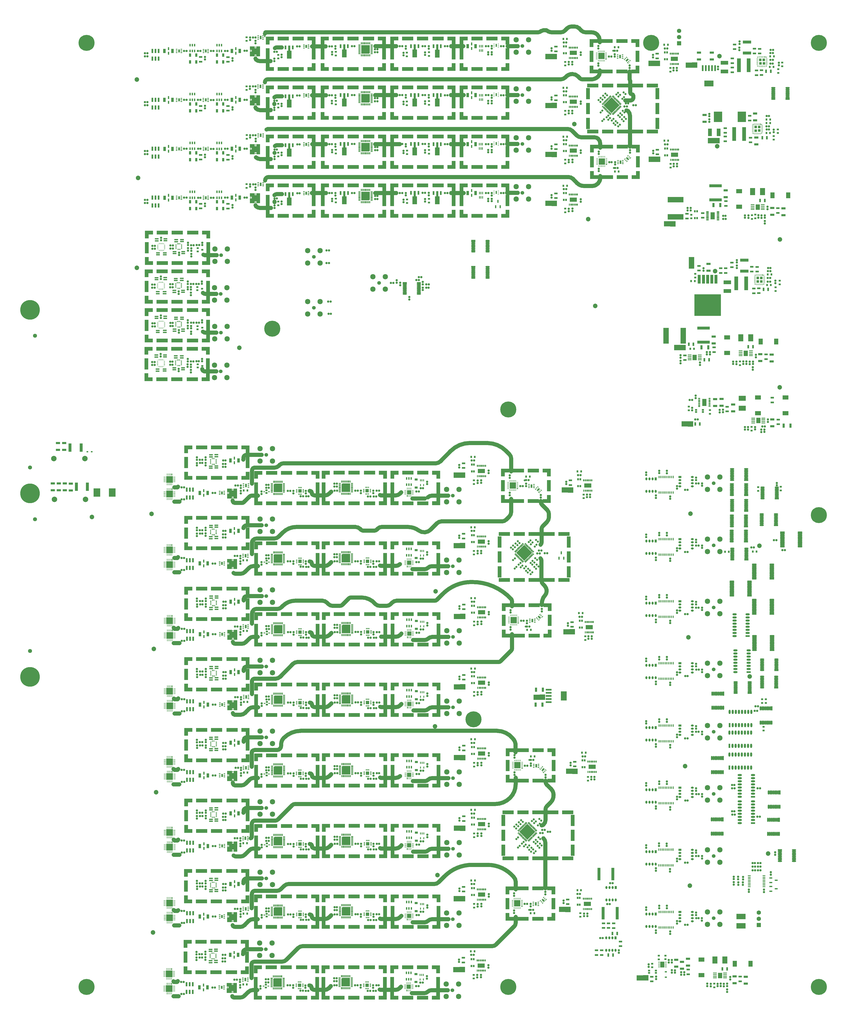
<source format=gts>
G04*
G04 #@! TF.GenerationSoftware,Altium Limited,Altium Designer,22.9.1 (49)*
G04*
G04 Layer_Color=8388736*
%FSLAX24Y24*%
%MOIN*%
G70*
G04*
G04 #@! TF.SameCoordinates,1003F32D-41C8-4A49-8BB1-F60438683A21*
G04*
G04*
G04 #@! TF.FilePolarity,Negative*
G04*
G01*
G75*
%ADD24R,0.0098X0.0236*%
%ADD26O,0.0236X0.0098*%
%ADD33R,0.0280X0.0590*%
%ADD34R,0.0360X0.1000*%
%ADD35R,0.0750X0.1250*%
%ADD36R,0.0236X0.0433*%
%ADD37R,0.0157X0.0354*%
%ADD38R,0.0220X0.0430*%
%ADD39R,0.0236X0.0472*%
%ADD42R,0.1120X0.0650*%
%ADD48R,0.0327X0.0248*%
%ADD49R,0.0480X0.0358*%
%ADD50C,0.0590*%
%ADD57R,0.0410X0.0710*%
%ADD60R,0.0260X0.0120*%
%ADD63R,0.0354X0.0276*%
%ADD67O,0.0500X0.0120*%
%ADD68R,0.0500X0.0120*%
%ADD70R,0.1063X0.1063*%
%ADD71R,0.0335X0.0110*%
%ADD72R,0.0110X0.0335*%
%ADD73O,0.0110X0.0335*%
%ADD74R,0.0098X0.0098*%
%ADD75R,0.0236X0.0098*%
%ADD76O,0.0197X0.0098*%
%ADD77R,0.0197X0.0098*%
G04:AMPARAMS|DCode=78|XSize=31.5mil|YSize=11.8mil|CornerRadius=0mil|HoleSize=0mil|Usage=FLASHONLY|Rotation=135.000|XOffset=0mil|YOffset=0mil|HoleType=Round|Shape=Rectangle|*
%AMROTATEDRECTD78*
4,1,4,0.0153,-0.0070,0.0070,-0.0153,-0.0153,0.0070,-0.0070,0.0153,0.0153,-0.0070,0.0*
%
%ADD78ROTATEDRECTD78*%

G04:AMPARAMS|DCode=79|XSize=31.5mil|YSize=11.8mil|CornerRadius=0mil|HoleSize=0mil|Usage=FLASHONLY|Rotation=135.000|XOffset=0mil|YOffset=0mil|HoleType=Round|Shape=Round|*
%AMOVALD79*
21,1,0.0197,0.0118,0.0000,0.0000,135.0*
1,1,0.0118,0.0070,-0.0070*
1,1,0.0118,-0.0070,0.0070*
%
%ADD79OVALD79*%

G04:AMPARAMS|DCode=80|XSize=25.6mil|YSize=49.2mil|CornerRadius=0mil|HoleSize=0mil|Usage=FLASHONLY|Rotation=135.000|XOffset=0mil|YOffset=0mil|HoleType=Round|Shape=Rectangle|*
%AMROTATEDRECTD80*
4,1,4,0.0264,0.0084,-0.0084,-0.0264,-0.0264,-0.0084,0.0084,0.0264,0.0264,0.0084,0.0*
%
%ADD80ROTATEDRECTD80*%

%ADD83R,0.0126X0.0118*%
%ADD84R,0.0118X0.0126*%
%ADD85R,0.0980X0.0980*%
%ADD86R,0.0315X0.0551*%
%ADD87O,0.0315X0.0118*%
%ADD88R,0.0315X0.0118*%
%ADD95R,0.0276X0.0098*%
%ADD96R,0.0650X0.0937*%
%ADD97R,0.0300X0.0650*%
%ADD100R,0.0701X0.0906*%
%ADD101R,0.0630X0.0157*%
%ADD102O,0.0630X0.0157*%
%ADD106R,0.0148X0.0148*%
%ADD107R,0.0443X0.0443*%
%ADD111R,0.1020X0.1020*%
%ADD113R,0.0157X0.0394*%
%ADD114O,0.0157X0.0394*%
%ADD115R,0.0600X0.1800*%
%ADD116R,0.1800X0.0600*%
%ADD117R,0.0600X0.0600*%
%ADD118R,0.0630X0.0197*%
%ADD134R,0.0472X0.0236*%
%ADD135R,0.0256X0.0492*%
G04:AMPARAMS|DCode=144|XSize=25.6mil|YSize=49.2mil|CornerRadius=0mil|HoleSize=0mil|Usage=FLASHONLY|Rotation=225.000|XOffset=0mil|YOffset=0mil|HoleType=Round|Shape=Rectangle|*
%AMROTATEDRECTD144*
4,1,4,-0.0084,0.0264,0.0264,-0.0084,0.0084,-0.0264,-0.0264,0.0084,-0.0084,0.0264,0.0*
%
%ADD144ROTATEDRECTD144*%

G04:AMPARAMS|DCode=145|XSize=31.5mil|YSize=11.8mil|CornerRadius=0mil|HoleSize=0mil|Usage=FLASHONLY|Rotation=225.000|XOffset=0mil|YOffset=0mil|HoleType=Round|Shape=Round|*
%AMOVALD145*
21,1,0.0197,0.0118,0.0000,0.0000,225.0*
1,1,0.0118,0.0070,0.0070*
1,1,0.0118,-0.0070,-0.0070*
%
%ADD145OVALD145*%

G04:AMPARAMS|DCode=146|XSize=31.5mil|YSize=11.8mil|CornerRadius=0mil|HoleSize=0mil|Usage=FLASHONLY|Rotation=225.000|XOffset=0mil|YOffset=0mil|HoleType=Round|Shape=Rectangle|*
%AMROTATEDRECTD146*
4,1,4,0.0070,0.0153,0.0153,0.0070,-0.0070,-0.0153,-0.0153,-0.0070,0.0070,0.0153,0.0*
%
%ADD146ROTATEDRECTD146*%

%ADD149R,0.0650X0.1120*%
%ADD150C,0.0660*%
%ADD151C,0.0660*%
%ADD152R,0.0640X0.2240*%
%ADD153R,0.0106X0.0244*%
%ADD154O,0.0106X0.0244*%
%ADD155O,0.0244X0.0106*%
%ADD156O,0.0671X0.0257*%
%ADD157R,0.0671X0.0257*%
%ADD158R,0.4293X0.3466*%
%ADD159R,0.0474X0.1419*%
%ADD160O,0.0769X0.0257*%
%ADD161R,0.0769X0.0257*%
%ADD162R,0.1458X0.0946*%
%ADD163R,0.0316X0.0946*%
%ADD164O,0.0173X0.0358*%
%ADD165R,0.0173X0.0358*%
%ADD166O,0.0690X0.0316*%
%ADD167R,0.0690X0.0316*%
%ADD168R,0.0269X0.0237*%
%ADD169R,0.1379X0.1678*%
%ADD170R,0.0867X0.2560*%
%ADD171R,0.0474X0.2049*%
%ADD172R,0.0474X0.1340*%
%ADD173R,0.0631X0.1222*%
%ADD174R,0.0270X0.0370*%
%ADD175R,0.0650X0.0370*%
%ADD176R,0.0530X0.0300*%
G04:AMPARAMS|DCode=177|XSize=32.5mil|YSize=32.5mil|CornerRadius=10.1mil|HoleSize=0mil|Usage=FLASHONLY|Rotation=180.000|XOffset=0mil|YOffset=0mil|HoleType=Round|Shape=RoundedRectangle|*
%AMROUNDEDRECTD177*
21,1,0.0325,0.0123,0,0,180.0*
21,1,0.0123,0.0325,0,0,180.0*
1,1,0.0203,-0.0061,0.0061*
1,1,0.0203,0.0061,0.0061*
1,1,0.0203,0.0061,-0.0061*
1,1,0.0203,-0.0061,-0.0061*
%
%ADD177ROUNDEDRECTD177*%
%ADD178R,0.1480X0.0880*%
G04:AMPARAMS|DCode=179|XSize=15.4mil|YSize=29.1mil|CornerRadius=0mil|HoleSize=0mil|Usage=FLASHONLY|Rotation=135.000|XOffset=0mil|YOffset=0mil|HoleType=Round|Shape=Round|*
%AMOVALD179*
21,1,0.0138,0.0154,0.0000,0.0000,225.0*
1,1,0.0154,0.0049,0.0049*
1,1,0.0154,-0.0049,-0.0049*
%
%ADD179OVALD179*%

G04:AMPARAMS|DCode=180|XSize=15.4mil|YSize=29.1mil|CornerRadius=0mil|HoleSize=0mil|Usage=FLASHONLY|Rotation=135.000|XOffset=0mil|YOffset=0mil|HoleType=Round|Shape=Rectangle|*
%AMROTATEDRECTD180*
4,1,4,0.0157,0.0049,-0.0049,-0.0157,-0.0157,-0.0049,0.0049,0.0157,0.0157,0.0049,0.0*
%
%ADD180ROTATEDRECTD180*%

G04:AMPARAMS|DCode=181|XSize=15.4mil|YSize=29.1mil|CornerRadius=0mil|HoleSize=0mil|Usage=FLASHONLY|Rotation=45.000|XOffset=0mil|YOffset=0mil|HoleType=Round|Shape=Rectangle|*
%AMROTATEDRECTD181*
4,1,4,0.0049,-0.0157,-0.0157,0.0049,-0.0049,0.0157,0.0157,-0.0049,0.0049,-0.0157,0.0*
%
%ADD181ROTATEDRECTD181*%

%ADD182P,0.2583X4X90.0*%
%ADD183R,0.0867X0.0867*%
%ADD184R,0.0690X0.1160*%
%ADD185R,0.0390X0.0205*%
%ADD186R,0.0380X0.0580*%
%ADD187R,0.0178X0.0434*%
%ADD188R,0.0532X0.0532*%
%ADD189R,0.0241X0.0138*%
%ADD190R,0.0138X0.0241*%
%ADD191R,0.1080X0.1340*%
%ADD192O,0.0470X0.0320*%
%ADD193R,0.0470X0.0320*%
%ADD194R,0.0946X0.0710*%
%ADD195R,0.0840X0.1180*%
%ADD196R,0.0130X0.0355*%
%ADD197R,0.0355X0.0130*%
%ADD198O,0.0106X0.0283*%
%ADD199R,0.0106X0.0283*%
%ADD200R,0.0283X0.0106*%
%ADD201O,0.0283X0.0106*%
%ADD202R,0.0669X0.0669*%
G04:AMPARAMS|DCode=203|XSize=32.5mil|YSize=32.5mil|CornerRadius=10.1mil|HoleSize=0mil|Usage=FLASHONLY|Rotation=270.000|XOffset=0mil|YOffset=0mil|HoleType=Round|Shape=RoundedRectangle|*
%AMROUNDEDRECTD203*
21,1,0.0325,0.0123,0,0,270.0*
21,1,0.0123,0.0325,0,0,270.0*
1,1,0.0203,-0.0061,-0.0061*
1,1,0.0203,-0.0061,0.0061*
1,1,0.0203,0.0061,0.0061*
1,1,0.0203,0.0061,-0.0061*
%
%ADD203ROUNDEDRECTD203*%
%ADD204R,0.0370X0.0260*%
%ADD205R,0.0260X0.0370*%
%ADD206R,0.0370X0.0650*%
G04:AMPARAMS|DCode=207|XSize=32.5mil|YSize=32.5mil|CornerRadius=10.1mil|HoleSize=0mil|Usage=FLASHONLY|Rotation=45.000|XOffset=0mil|YOffset=0mil|HoleType=Round|Shape=RoundedRectangle|*
%AMROUNDEDRECTD207*
21,1,0.0325,0.0123,0,0,45.0*
21,1,0.0123,0.0325,0,0,45.0*
1,1,0.0203,0.0087,0.0000*
1,1,0.0203,0.0000,-0.0087*
1,1,0.0203,-0.0087,0.0000*
1,1,0.0203,0.0000,0.0087*
%
%ADD207ROUNDEDRECTD207*%
G04:AMPARAMS|DCode=208|XSize=32.5mil|YSize=32.5mil|CornerRadius=10.1mil|HoleSize=0mil|Usage=FLASHONLY|Rotation=135.000|XOffset=0mil|YOffset=0mil|HoleType=Round|Shape=RoundedRectangle|*
%AMROUNDEDRECTD208*
21,1,0.0325,0.0123,0,0,135.0*
21,1,0.0123,0.0325,0,0,135.0*
1,1,0.0203,0.0000,0.0087*
1,1,0.0203,0.0087,0.0000*
1,1,0.0203,0.0000,-0.0087*
1,1,0.0203,-0.0087,0.0000*
%
%ADD208ROUNDEDRECTD208*%
%ADD209R,0.0300X0.0530*%
%ADD210R,0.0370X0.0270*%
%ADD211R,0.1222X0.0631*%
%ADD212R,0.2560X0.0867*%
%ADD213R,0.2049X0.0474*%
%ADD214R,0.1180X0.0840*%
%ADD215R,0.0867X0.0867*%
%ADD216R,0.1340X0.0474*%
%ADD217R,0.0710X0.0946*%
%ADD218O,0.0320X0.0470*%
%ADD219R,0.0320X0.0470*%
%ADD220R,0.0946X0.1458*%
%ADD221R,0.0946X0.0316*%
%ADD222O,0.0316X0.0690*%
%ADD223R,0.0316X0.0690*%
%ADD224R,0.0257X0.0671*%
%ADD225O,0.0257X0.0671*%
%ADD226R,0.0358X0.0173*%
%ADD227O,0.0358X0.0173*%
%ADD228C,0.0655*%
%ADD229C,0.0600*%
%ADD230C,0.0200*%
%ADD231C,0.0160*%
%ADD232C,0.0730*%
%ADD233C,0.0850*%
%ADD234R,0.0240X0.0500*%
%ADD235R,0.0320X0.0280*%
%ADD236C,0.0680*%
%ADD237R,0.0700X0.0700*%
%ADD238C,0.0700*%
%ADD239C,0.0651*%
%ADD240C,0.3150*%
%ADD241C,0.0880*%
%ADD242C,0.2580*%
%ADD243C,0.0300*%
%ADD244C,0.0330*%
G36*
X72177Y155740D02*
X71577D01*
Y156390D01*
X70877D01*
Y156990D01*
X72177D01*
Y155740D01*
D02*
G37*
G36*
X65477Y156390D02*
X64777D01*
Y155740D01*
X64177D01*
Y156990D01*
X65477D01*
Y156390D01*
D02*
G37*
G36*
X63497Y155740D02*
X62897D01*
Y156390D01*
X62197D01*
Y156990D01*
X63497D01*
Y155740D01*
D02*
G37*
G36*
X54297Y156390D02*
X53597D01*
Y155740D01*
X52997D01*
Y156990D01*
X54297D01*
Y156390D01*
D02*
G37*
G36*
X52327Y155740D02*
X51727D01*
Y156390D01*
X51027D01*
Y156990D01*
X52327D01*
Y155740D01*
D02*
G37*
G36*
X43127Y156390D02*
X42427D01*
Y155740D01*
X41827D01*
Y156990D01*
X43127D01*
Y156390D01*
D02*
G37*
G36*
X40967Y155740D02*
X40367D01*
Y156390D01*
X39667D01*
Y156990D01*
X40967D01*
Y155740D01*
D02*
G37*
G36*
X34267Y156390D02*
X33567D01*
Y155740D01*
X32967D01*
Y156990D01*
X34267D01*
Y156390D01*
D02*
G37*
G36*
X93122Y155339D02*
X92522D01*
Y155989D01*
X91822D01*
Y156589D01*
X93122D01*
Y155339D01*
D02*
G37*
G36*
X86422Y155989D02*
X85722D01*
Y155339D01*
X85122D01*
Y156589D01*
X86422D01*
Y155989D01*
D02*
G37*
G36*
X32030Y153817D02*
X31460D01*
Y154127D01*
X31190D01*
Y153817D01*
X30420D01*
Y154587D01*
X30720D01*
Y154857D01*
X30420D01*
Y155427D01*
X31190D01*
Y155117D01*
X31460D01*
Y155427D01*
X32030D01*
Y153817D01*
D02*
G37*
G36*
X49703Y155639D02*
X49703Y155637D01*
Y154401D01*
X49703Y154400D01*
X49581Y154278D01*
X49579Y154277D01*
X48343D01*
X48342Y154278D01*
X48341Y154279D01*
Y155637D01*
X48342Y155639D01*
X48343Y155639D01*
X49701D01*
X49703Y155639D01*
D02*
G37*
G36*
X79164Y153366D02*
X77973D01*
Y154212D01*
X79164D01*
Y153366D01*
D02*
G37*
G36*
X95758Y152272D02*
X94567D01*
Y153118D01*
X95758D01*
Y152272D01*
D02*
G37*
G36*
X101766Y151992D02*
X100575D01*
Y152838D01*
X101766D01*
Y151992D01*
D02*
G37*
G36*
X72177Y151490D02*
X70877D01*
Y152090D01*
X71577D01*
Y152740D01*
X72177D01*
Y151490D01*
D02*
G37*
G36*
X64777Y152090D02*
X65477D01*
Y151490D01*
X64177D01*
Y152740D01*
X64777D01*
Y152090D01*
D02*
G37*
G36*
X63497Y151490D02*
X62197D01*
Y152090D01*
X62897D01*
Y152740D01*
X63497D01*
Y151490D01*
D02*
G37*
G36*
X53597Y152090D02*
X54297D01*
Y151490D01*
X52997D01*
Y152740D01*
X53597D01*
Y152090D01*
D02*
G37*
G36*
X52327Y151490D02*
X51027D01*
Y152090D01*
X51727D01*
Y152740D01*
X52327D01*
Y151490D01*
D02*
G37*
G36*
X42427Y152090D02*
X43127D01*
Y151490D01*
X41827D01*
Y152740D01*
X42427D01*
Y152090D01*
D02*
G37*
G36*
X40967Y151490D02*
X39667D01*
Y152090D01*
X40367D01*
Y152740D01*
X40967D01*
Y151490D01*
D02*
G37*
G36*
X33567Y152090D02*
X34267D01*
Y151490D01*
X32967D01*
Y152740D01*
X33567D01*
Y152090D01*
D02*
G37*
G36*
X93122Y151089D02*
X91822D01*
Y151689D01*
X92522D01*
Y152339D01*
X93122D01*
Y151089D01*
D02*
G37*
G36*
X85722Y151689D02*
X86422D01*
Y151089D01*
X85122D01*
Y152339D01*
X85722D01*
Y151689D01*
D02*
G37*
G36*
X72177Y147865D02*
X71577D01*
Y148515D01*
X70877D01*
Y149115D01*
X72177D01*
Y147865D01*
D02*
G37*
G36*
X65477Y148515D02*
X64777D01*
Y147865D01*
X64177D01*
Y149115D01*
X65477D01*
Y148515D01*
D02*
G37*
G36*
X63497Y147865D02*
X62897D01*
Y148515D01*
X62197D01*
Y149115D01*
X63497D01*
Y147865D01*
D02*
G37*
G36*
X54297Y148515D02*
X53597D01*
Y147865D01*
X52997D01*
Y149115D01*
X54297D01*
Y148515D01*
D02*
G37*
G36*
X52327Y147865D02*
X51727D01*
Y148515D01*
X51027D01*
Y149115D01*
X52327D01*
Y147865D01*
D02*
G37*
G36*
X43127Y148515D02*
X42427D01*
Y147865D01*
X41827D01*
Y149115D01*
X43127D01*
Y148515D01*
D02*
G37*
G36*
X40967Y147865D02*
X40367D01*
Y148515D01*
X39667D01*
Y149115D01*
X40967D01*
Y147865D01*
D02*
G37*
G36*
X34267Y148515D02*
X33567D01*
Y147865D01*
X32967D01*
Y149115D01*
X34267D01*
Y148515D01*
D02*
G37*
G36*
X32030Y145942D02*
X31460D01*
Y146252D01*
X31190D01*
Y145942D01*
X30420D01*
Y146712D01*
X30720D01*
Y146982D01*
X30420D01*
Y147552D01*
X31190D01*
Y147242D01*
X31460D01*
Y147552D01*
X32030D01*
Y145942D01*
D02*
G37*
G36*
X49703Y147764D02*
X49703Y147762D01*
Y146526D01*
X49703Y146525D01*
X49581Y146403D01*
X49579Y146402D01*
X48343D01*
X48341Y146403D01*
X48341Y146404D01*
Y147762D01*
X48341Y147764D01*
X48343Y147765D01*
X49701D01*
X49703Y147764D01*
D02*
G37*
G36*
X79164Y145491D02*
X77973D01*
Y146338D01*
X79164D01*
Y145491D01*
D02*
G37*
G36*
X72177Y143615D02*
X70877D01*
Y144215D01*
X71577D01*
Y144865D01*
X72177D01*
Y143615D01*
D02*
G37*
G36*
X64777Y144215D02*
X65477D01*
Y143615D01*
X64177D01*
Y144865D01*
X64777D01*
Y144215D01*
D02*
G37*
G36*
X63497Y143615D02*
X62197D01*
Y144215D01*
X62897D01*
Y144865D01*
X63497D01*
Y143615D01*
D02*
G37*
G36*
X53597Y144215D02*
X54297D01*
Y143615D01*
X52997D01*
Y144865D01*
X53597D01*
Y144215D01*
D02*
G37*
G36*
X52327Y143615D02*
X51027D01*
Y144215D01*
X51727D01*
Y144865D01*
X52327D01*
Y143615D01*
D02*
G37*
G36*
X42427Y144215D02*
X43127D01*
Y143615D01*
X41827D01*
Y144865D01*
X42427D01*
Y144215D01*
D02*
G37*
G36*
X40967Y143615D02*
X39667D01*
Y144215D01*
X40367D01*
Y144865D01*
X40967D01*
Y143615D01*
D02*
G37*
G36*
X33567Y144215D02*
X34267D01*
Y143615D01*
X32967D01*
Y144865D01*
X33567D01*
Y144215D01*
D02*
G37*
G36*
X72181Y139993D02*
X71581D01*
Y140643D01*
X70881D01*
Y141243D01*
X72181D01*
Y139993D01*
D02*
G37*
G36*
X65481Y140643D02*
X64781D01*
Y139993D01*
X64181D01*
Y141243D01*
X65481D01*
Y140643D01*
D02*
G37*
G36*
X63501Y139993D02*
X62901D01*
Y140643D01*
X62201D01*
Y141243D01*
X63501D01*
Y139993D01*
D02*
G37*
G36*
X54301Y140643D02*
X53601D01*
Y139993D01*
X53001D01*
Y141243D01*
X54301D01*
Y140643D01*
D02*
G37*
G36*
X52331Y139993D02*
X51731D01*
Y140643D01*
X51031D01*
Y141243D01*
X52331D01*
Y139993D01*
D02*
G37*
G36*
X43131Y140643D02*
X42431D01*
Y139993D01*
X41831D01*
Y141243D01*
X43131D01*
Y140643D01*
D02*
G37*
G36*
X40971Y139993D02*
X40371D01*
Y140643D01*
X39671D01*
Y141243D01*
X40971D01*
Y139993D01*
D02*
G37*
G36*
X34271Y140643D02*
X33571D01*
Y139993D01*
X32971D01*
Y141243D01*
X34271D01*
Y140643D01*
D02*
G37*
G36*
X105350Y139836D02*
X104159D01*
Y140682D01*
X105350D01*
Y139836D01*
D02*
G37*
G36*
X32034Y138070D02*
X31464D01*
Y138380D01*
X31194D01*
Y138070D01*
X30424D01*
Y138840D01*
X30724D01*
Y139110D01*
X30424D01*
Y139680D01*
X31194D01*
Y139370D01*
X31464D01*
Y139680D01*
X32034D01*
Y138070D01*
D02*
G37*
G36*
X49707Y139892D02*
X49708Y139890D01*
Y138654D01*
X49707Y138652D01*
X49585Y138530D01*
X49583Y138530D01*
X48347D01*
X48346Y138530D01*
X48345Y138532D01*
Y139890D01*
X48346Y139892D01*
X48347Y139892D01*
X49705D01*
X49707Y139892D01*
D02*
G37*
G36*
X93182Y138357D02*
X92582D01*
Y139007D01*
X91882D01*
Y139607D01*
X93182D01*
Y138357D01*
D02*
G37*
G36*
X86482Y139007D02*
X85782D01*
Y138357D01*
X85182D01*
Y139607D01*
X86482D01*
Y139007D01*
D02*
G37*
G36*
X79168Y137619D02*
X77977D01*
Y138465D01*
X79168D01*
Y137619D01*
D02*
G37*
G36*
X95791Y136836D02*
X94600D01*
Y137683D01*
X95791D01*
Y136836D01*
D02*
G37*
G36*
X72181Y135743D02*
X70881D01*
Y136343D01*
X71581D01*
Y136993D01*
X72181D01*
Y135743D01*
D02*
G37*
G36*
X64781Y136343D02*
X65481D01*
Y135743D01*
X64181D01*
Y136993D01*
X64781D01*
Y136343D01*
D02*
G37*
G36*
X63501Y135743D02*
X62201D01*
Y136343D01*
X62901D01*
Y136993D01*
X63501D01*
Y135743D01*
D02*
G37*
G36*
X53601Y136343D02*
X54301D01*
Y135743D01*
X53001D01*
Y136993D01*
X53601D01*
Y136343D01*
D02*
G37*
G36*
X52331Y135743D02*
X51031D01*
Y136343D01*
X51731D01*
Y136993D01*
X52331D01*
Y135743D01*
D02*
G37*
G36*
X42431Y136343D02*
X43131D01*
Y135743D01*
X41831D01*
Y136993D01*
X42431D01*
Y136343D01*
D02*
G37*
G36*
X40971Y135743D02*
X39671D01*
Y136343D01*
X40371D01*
Y136993D01*
X40971D01*
Y135743D01*
D02*
G37*
G36*
X33571Y136343D02*
X34271D01*
Y135743D01*
X32971D01*
Y136993D01*
X33571D01*
Y136343D01*
D02*
G37*
G36*
X93182Y134107D02*
X91882D01*
Y134707D01*
X92582D01*
Y135357D01*
X93182D01*
Y134107D01*
D02*
G37*
G36*
X85782Y134707D02*
X86482D01*
Y134107D01*
X85182D01*
Y135357D01*
X85782D01*
Y134707D01*
D02*
G37*
G36*
X72181Y132123D02*
X71581D01*
Y132773D01*
X70881D01*
Y133373D01*
X72181D01*
Y132123D01*
D02*
G37*
G36*
X65481Y132773D02*
X64781D01*
Y132123D01*
X64181D01*
Y133373D01*
X65481D01*
Y132773D01*
D02*
G37*
G36*
X63501Y132123D02*
X62901D01*
Y132773D01*
X62201D01*
Y133373D01*
X63501D01*
Y132123D01*
D02*
G37*
G36*
X54301Y132773D02*
X53601D01*
Y132123D01*
X53001D01*
Y133373D01*
X54301D01*
Y132773D01*
D02*
G37*
G36*
X52331Y132123D02*
X51731D01*
Y132773D01*
X51031D01*
Y133373D01*
X52331D01*
Y132123D01*
D02*
G37*
G36*
X43131Y132773D02*
X42431D01*
Y132123D01*
X41831D01*
Y133373D01*
X43131D01*
Y132773D01*
D02*
G37*
G36*
X40971Y132123D02*
X40371D01*
Y132773D01*
X39671D01*
Y133373D01*
X40971D01*
Y132123D01*
D02*
G37*
G36*
X34271Y132773D02*
X33571D01*
Y132123D01*
X32971D01*
Y133373D01*
X34271D01*
Y132773D01*
D02*
G37*
G36*
X32034Y130200D02*
X31464D01*
Y130510D01*
X31194D01*
Y130200D01*
X30424D01*
Y130970D01*
X30724D01*
Y131240D01*
X30424D01*
Y131810D01*
X31194D01*
Y131500D01*
X31464D01*
Y131810D01*
X32034D01*
Y130200D01*
D02*
G37*
G36*
X49707Y132022D02*
X49708Y132020D01*
Y130784D01*
X49707Y130782D01*
X49585Y130660D01*
X49583Y130660D01*
X48347D01*
X48346Y130660D01*
X48345Y130662D01*
Y132020D01*
X48346Y132022D01*
X48347Y132022D01*
X49705D01*
X49707Y132022D01*
D02*
G37*
G36*
X79168Y129749D02*
X77977D01*
Y130595D01*
X79168D01*
Y129749D01*
D02*
G37*
G36*
X72181Y127873D02*
X70881D01*
Y128473D01*
X71581D01*
Y129123D01*
X72181D01*
Y127873D01*
D02*
G37*
G36*
X64781Y128473D02*
X65481D01*
Y127873D01*
X64181D01*
Y129123D01*
X64781D01*
Y128473D01*
D02*
G37*
G36*
X63501Y127873D02*
X62201D01*
Y128473D01*
X62901D01*
Y129123D01*
X63501D01*
Y127873D01*
D02*
G37*
G36*
X53601Y128473D02*
X54301D01*
Y127873D01*
X53001D01*
Y129123D01*
X53601D01*
Y128473D01*
D02*
G37*
G36*
X52331Y127873D02*
X51031D01*
Y128473D01*
X51731D01*
Y129123D01*
X52331D01*
Y127873D01*
D02*
G37*
G36*
X42431Y128473D02*
X43131D01*
Y127873D01*
X41831D01*
Y129123D01*
X42431D01*
Y128473D01*
D02*
G37*
G36*
X40971Y127873D02*
X39671D01*
Y128473D01*
X40371D01*
Y129123D01*
X40971D01*
Y127873D01*
D02*
G37*
G36*
X33571Y128473D02*
X34271D01*
Y127873D01*
X32971D01*
Y129123D01*
X33571D01*
Y128473D01*
D02*
G37*
G36*
X98270Y126452D02*
X97079D01*
Y127298D01*
X98270D01*
Y126452D01*
D02*
G37*
G36*
X23999Y124524D02*
X23399D01*
Y125174D01*
X22699D01*
Y125774D01*
X23999D01*
Y124524D01*
D02*
G37*
G36*
X14799Y125174D02*
X14099D01*
Y124524D01*
X13499D01*
Y125774D01*
X14799D01*
Y125174D01*
D02*
G37*
G36*
X101929Y120349D02*
X101082D01*
Y121540D01*
X101929D01*
Y120349D01*
D02*
G37*
G36*
X23999Y120274D02*
X22699D01*
Y120874D01*
X23399D01*
Y121524D01*
X23999D01*
Y120274D01*
D02*
G37*
G36*
X14099Y120874D02*
X14799D01*
Y120274D01*
X13499D01*
Y121524D01*
X14099D01*
Y120874D01*
D02*
G37*
G36*
X23962Y118281D02*
X23362D01*
Y118931D01*
X22662D01*
Y119531D01*
X23962D01*
Y118281D01*
D02*
G37*
G36*
X14762Y118931D02*
X14062D01*
Y118281D01*
X13462D01*
Y119531D01*
X14762D01*
Y118931D01*
D02*
G37*
G36*
X23962Y114031D02*
X22662D01*
Y114631D01*
X23362D01*
Y115281D01*
X23962D01*
Y114031D01*
D02*
G37*
G36*
X14062Y114631D02*
X14762D01*
Y114031D01*
X13462D01*
Y115281D01*
X14062D01*
Y114631D01*
D02*
G37*
G36*
X23980Y112039D02*
X23380D01*
Y112689D01*
X22680D01*
Y113289D01*
X23980D01*
Y112039D01*
D02*
G37*
G36*
X14780Y112689D02*
X14080D01*
Y112039D01*
X13480D01*
Y113289D01*
X14780D01*
Y112689D01*
D02*
G37*
G36*
X23980Y107789D02*
X22680D01*
Y108389D01*
X23380D01*
Y109039D01*
X23980D01*
Y107789D01*
D02*
G37*
G36*
X14080Y108389D02*
X14780D01*
Y107789D01*
X13480D01*
Y109039D01*
X14080D01*
Y108389D01*
D02*
G37*
G36*
X99894Y106539D02*
X98703D01*
Y107386D01*
X99894D01*
Y106539D01*
D02*
G37*
G36*
X23951Y105820D02*
X23351D01*
Y106470D01*
X22651D01*
Y107070D01*
X23951D01*
Y105820D01*
D02*
G37*
G36*
X14751Y106470D02*
X14051D01*
Y105820D01*
X13451D01*
Y107070D01*
X14751D01*
Y106470D01*
D02*
G37*
G36*
X23951Y101570D02*
X22651D01*
Y102170D01*
X23351D01*
Y102820D01*
X23951D01*
Y101570D01*
D02*
G37*
G36*
X14051Y102170D02*
X14751D01*
Y101570D01*
X13451D01*
Y102820D01*
X14051D01*
Y102170D01*
D02*
G37*
G36*
X101109Y94251D02*
X99918D01*
Y95097D01*
X101109D01*
Y94251D01*
D02*
G37*
G36*
X30330Y89951D02*
X29730D01*
Y90602D01*
X29030D01*
Y91201D01*
X30330D01*
Y89951D01*
D02*
G37*
G36*
X21130Y90602D02*
X20430D01*
Y89951D01*
X19830D01*
Y91201D01*
X21130D01*
Y90602D01*
D02*
G37*
G36*
X78852Y86214D02*
X78252D01*
Y86864D01*
X77552D01*
Y87464D01*
X78852D01*
Y86214D01*
D02*
G37*
G36*
X72152Y86864D02*
X71452D01*
Y86214D01*
X70852D01*
Y87464D01*
X72152D01*
Y86864D01*
D02*
G37*
G36*
X64400Y86009D02*
X63209D01*
Y86855D01*
X64400D01*
Y86009D01*
D02*
G37*
G36*
X61058Y85862D02*
X60458D01*
Y86511D01*
X59758D01*
Y87112D01*
X61058D01*
Y85862D01*
D02*
G37*
G36*
X54358Y86511D02*
X53658D01*
Y85862D01*
X53058D01*
Y87112D01*
X54358D01*
Y86511D01*
D02*
G37*
G36*
X52479Y85862D02*
X51879D01*
Y86511D01*
X51179D01*
Y87112D01*
X52479D01*
Y85862D01*
D02*
G37*
G36*
X43279Y86511D02*
X42579D01*
Y85862D01*
X41979D01*
Y87112D01*
X43279D01*
Y86511D01*
D02*
G37*
G36*
X41600Y85853D02*
X41000D01*
Y86503D01*
X40300D01*
Y87103D01*
X41600D01*
Y85853D01*
D02*
G37*
G36*
X32400Y86503D02*
X31700D01*
Y85853D01*
X31100D01*
Y87103D01*
X32400D01*
Y86503D01*
D02*
G37*
G36*
X30330Y85702D02*
X29030D01*
Y86301D01*
X29730D01*
Y86952D01*
X30330D01*
Y85702D01*
D02*
G37*
G36*
X20430Y86301D02*
X21130D01*
Y85702D01*
X19830D01*
Y86952D01*
X20430D01*
Y86301D01*
D02*
G37*
G36*
X28350Y82666D02*
X27780D01*
Y82976D01*
X27510D01*
Y82666D01*
X26740D01*
Y83436D01*
X27040D01*
Y83706D01*
X26740D01*
Y84276D01*
X27510D01*
Y83966D01*
X27780D01*
Y84276D01*
X28350D01*
Y82666D01*
D02*
G37*
G36*
X46551Y85096D02*
X46552Y85094D01*
Y83736D01*
X46551Y83734D01*
X46550Y83734D01*
X45192D01*
X45190Y83734D01*
X45189Y83736D01*
Y84972D01*
X45190Y84974D01*
X45312Y85096D01*
X45314Y85096D01*
X46550D01*
X46551Y85096D01*
D02*
G37*
G36*
X35602Y85054D02*
X35603Y85053D01*
Y83695D01*
X35602Y83693D01*
X35601Y83692D01*
X34242D01*
X34241Y83693D01*
X34240Y83695D01*
Y84931D01*
X34241Y84932D01*
X34363Y85054D01*
X34364Y85055D01*
X35601D01*
X35602Y85054D01*
D02*
G37*
G36*
X81808Y83621D02*
X80617D01*
Y84467D01*
X81808D01*
Y83621D01*
D02*
G37*
G36*
X78852Y81964D02*
X77552D01*
Y82564D01*
X78252D01*
Y83214D01*
X78852D01*
Y81964D01*
D02*
G37*
G36*
X71452Y82564D02*
X72152D01*
Y81964D01*
X70852D01*
Y83214D01*
X71452D01*
Y82564D01*
D02*
G37*
G36*
X61058Y81611D02*
X59758D01*
Y82212D01*
X60458D01*
Y82861D01*
X61058D01*
Y81611D01*
D02*
G37*
G36*
X53658Y82212D02*
X54358D01*
Y81611D01*
X53058D01*
Y82861D01*
X53658D01*
Y82212D01*
D02*
G37*
G36*
X52479Y81611D02*
X51179D01*
Y82212D01*
X51879D01*
Y82861D01*
X52479D01*
Y81611D01*
D02*
G37*
G36*
X42579Y82212D02*
X43279D01*
Y81611D01*
X41979D01*
Y82861D01*
X42579D01*
Y82212D01*
D02*
G37*
G36*
X41600Y81603D02*
X40300D01*
Y82203D01*
X41000D01*
Y82853D01*
X41600D01*
Y81603D01*
D02*
G37*
G36*
X31700Y82203D02*
X32400D01*
Y81603D01*
X31100D01*
Y82853D01*
X31700D01*
Y82203D01*
D02*
G37*
G36*
X30330Y78601D02*
X29730D01*
Y79251D01*
X29030D01*
Y79851D01*
X30330D01*
Y78601D01*
D02*
G37*
G36*
X21130Y79251D02*
X20430D01*
Y78601D01*
X19830D01*
Y79851D01*
X21130D01*
Y79251D01*
D02*
G37*
G36*
X64400Y74659D02*
X63209D01*
Y75505D01*
X64400D01*
Y74659D01*
D02*
G37*
G36*
X61058Y74511D02*
X60458D01*
Y75161D01*
X59758D01*
Y75761D01*
X61058D01*
Y74511D01*
D02*
G37*
G36*
X54358Y75161D02*
X53658D01*
Y74511D01*
X53058D01*
Y75761D01*
X54358D01*
Y75161D01*
D02*
G37*
G36*
X52479Y74511D02*
X51879D01*
Y75161D01*
X51179D01*
Y75761D01*
X52479D01*
Y74511D01*
D02*
G37*
G36*
X43279Y75161D02*
X42579D01*
Y74511D01*
X41979D01*
Y75761D01*
X43279D01*
Y75161D01*
D02*
G37*
G36*
X41600Y74503D02*
X41000D01*
Y75153D01*
X40300D01*
Y75753D01*
X41600D01*
Y74503D01*
D02*
G37*
G36*
X32400Y75153D02*
X31700D01*
Y74503D01*
X31100D01*
Y75753D01*
X32400D01*
Y75153D01*
D02*
G37*
G36*
X30330Y74352D02*
X29030D01*
Y74952D01*
X29730D01*
Y75602D01*
X30330D01*
Y74352D01*
D02*
G37*
G36*
X20430Y74952D02*
X21130D01*
Y74352D01*
X19830D01*
Y75602D01*
X20430D01*
Y74952D01*
D02*
G37*
G36*
X28350Y71316D02*
X27780D01*
Y71626D01*
X27510D01*
Y71316D01*
X26740D01*
Y72086D01*
X27040D01*
Y72356D01*
X26740D01*
Y72926D01*
X27510D01*
Y72616D01*
X27780D01*
Y72926D01*
X28350D01*
Y71316D01*
D02*
G37*
G36*
X46551Y73746D02*
X46552Y73744D01*
Y72386D01*
X46551Y72384D01*
X46550Y72384D01*
X45192D01*
X45190Y72384D01*
X45189Y72386D01*
Y73622D01*
X45190Y73624D01*
X45312Y73746D01*
X45314Y73746D01*
X46550D01*
X46551Y73746D01*
D02*
G37*
G36*
X35602Y73704D02*
X35603Y73703D01*
Y72345D01*
X35602Y72343D01*
X35601Y72342D01*
X34242D01*
X34241Y72343D01*
X34240Y72345D01*
Y73581D01*
X34241Y73582D01*
X34363Y73704D01*
X34364Y73705D01*
X35601D01*
X35602Y73704D01*
D02*
G37*
G36*
X61058Y70262D02*
X59758D01*
Y70862D01*
X60458D01*
Y71512D01*
X61058D01*
Y70262D01*
D02*
G37*
G36*
X53658Y70862D02*
X54358D01*
Y70262D01*
X53058D01*
Y71512D01*
X53658D01*
Y70862D01*
D02*
G37*
G36*
X52479Y70262D02*
X51179D01*
Y70862D01*
X51879D01*
Y71512D01*
X52479D01*
Y70262D01*
D02*
G37*
G36*
X42579Y70862D02*
X43279D01*
Y70262D01*
X41979D01*
Y71512D01*
X42579D01*
Y70862D01*
D02*
G37*
G36*
X41600Y70253D02*
X40300D01*
Y70853D01*
X41000D01*
Y71503D01*
X41600D01*
Y70253D01*
D02*
G37*
G36*
X31700Y70853D02*
X32400D01*
Y70253D01*
X31100D01*
Y71503D01*
X31700D01*
Y70853D01*
D02*
G37*
G36*
X30330Y67206D02*
X29730D01*
Y67856D01*
X29030D01*
Y68456D01*
X30330D01*
Y67206D01*
D02*
G37*
G36*
X21130Y67856D02*
X20430D01*
Y67206D01*
X19830D01*
Y68456D01*
X21130D01*
Y67856D01*
D02*
G37*
G36*
X78990Y64560D02*
X78390D01*
Y65210D01*
X77690D01*
Y65810D01*
X78990D01*
Y64560D01*
D02*
G37*
G36*
X72290Y65210D02*
X71590D01*
Y64560D01*
X70990D01*
Y65810D01*
X72290D01*
Y65210D01*
D02*
G37*
G36*
X64430Y63264D02*
X63239D01*
Y64110D01*
X64430D01*
Y63264D01*
D02*
G37*
G36*
X61088Y63116D02*
X60488D01*
Y63766D01*
X59788D01*
Y64366D01*
X61088D01*
Y63116D01*
D02*
G37*
G36*
X54388Y63766D02*
X53688D01*
Y63116D01*
X53088D01*
Y64366D01*
X54388D01*
Y63766D01*
D02*
G37*
G36*
X52509Y63116D02*
X51909D01*
Y63766D01*
X51209D01*
Y64366D01*
X52509D01*
Y63116D01*
D02*
G37*
G36*
X43309Y63766D02*
X42609D01*
Y63116D01*
X42009D01*
Y64366D01*
X43309D01*
Y63766D01*
D02*
G37*
G36*
X41600Y63108D02*
X41000D01*
Y63758D01*
X40300D01*
Y64358D01*
X41600D01*
Y63108D01*
D02*
G37*
G36*
X32400Y63758D02*
X31700D01*
Y63108D01*
X31100D01*
Y64358D01*
X32400D01*
Y63758D01*
D02*
G37*
G36*
X30330Y62956D02*
X29030D01*
Y63556D01*
X29730D01*
Y64206D01*
X30330D01*
Y62956D01*
D02*
G37*
G36*
X20430Y63556D02*
X21130D01*
Y62956D01*
X19830D01*
Y64206D01*
X20430D01*
Y63556D01*
D02*
G37*
G36*
X28380Y59921D02*
X27810D01*
Y60231D01*
X27540D01*
Y59921D01*
X26770D01*
Y60691D01*
X27070D01*
Y60961D01*
X26770D01*
Y61531D01*
X27540D01*
Y61221D01*
X27810D01*
Y61531D01*
X28380D01*
Y59921D01*
D02*
G37*
G36*
X46581Y62350D02*
X46582Y62349D01*
Y60991D01*
X46581Y60989D01*
X46580Y60989D01*
X45222D01*
X45220Y60989D01*
X45219Y60991D01*
Y62227D01*
X45220Y62228D01*
X45342Y62350D01*
X45344Y62351D01*
X46580D01*
X46581Y62350D01*
D02*
G37*
G36*
X35632Y62309D02*
X35633Y62308D01*
Y60949D01*
X35632Y60948D01*
X35631Y60947D01*
X34272D01*
X34271Y60948D01*
X34270Y60949D01*
Y62186D01*
X34271Y62187D01*
X34393Y62309D01*
X34394Y62310D01*
X35631D01*
X35632Y62309D01*
D02*
G37*
G36*
X82058Y60794D02*
X80867D01*
Y61640D01*
X82058D01*
Y60794D01*
D02*
G37*
G36*
X78990Y60310D02*
X77690D01*
Y60910D01*
X78390D01*
Y61560D01*
X78990D01*
Y60310D01*
D02*
G37*
G36*
X71590Y60910D02*
X72290D01*
Y60310D01*
X70990D01*
Y61560D01*
X71590D01*
Y60910D01*
D02*
G37*
G36*
X61088Y58866D02*
X59788D01*
Y59466D01*
X60488D01*
Y60116D01*
X61088D01*
Y58866D01*
D02*
G37*
G36*
X53688Y59466D02*
X54388D01*
Y58866D01*
X53088D01*
Y60116D01*
X53688D01*
Y59466D01*
D02*
G37*
G36*
X52509Y58866D02*
X51209D01*
Y59466D01*
X51909D01*
Y60116D01*
X52509D01*
Y58866D01*
D02*
G37*
G36*
X42609Y59466D02*
X43309D01*
Y58866D01*
X42009D01*
Y60116D01*
X42609D01*
Y59466D01*
D02*
G37*
G36*
X41600Y58858D02*
X40300D01*
Y59458D01*
X41000D01*
Y60108D01*
X41600D01*
Y58858D01*
D02*
G37*
G36*
X31700Y59458D02*
X32400D01*
Y58858D01*
X31100D01*
Y60108D01*
X31700D01*
Y59458D01*
D02*
G37*
G36*
X30330Y55875D02*
X29730D01*
Y56525D01*
X29030D01*
Y57125D01*
X30330D01*
Y55875D01*
D02*
G37*
G36*
X21130Y56525D02*
X20430D01*
Y55875D01*
X19830D01*
Y57125D01*
X21130D01*
Y56525D01*
D02*
G37*
G36*
X64430Y51932D02*
X63239D01*
Y52778D01*
X64430D01*
Y51932D01*
D02*
G37*
G36*
X61088Y51785D02*
X60488D01*
Y52435D01*
X59788D01*
Y53035D01*
X61088D01*
Y51785D01*
D02*
G37*
G36*
X54388Y52435D02*
X53688D01*
Y51785D01*
X53088D01*
Y53035D01*
X54388D01*
Y52435D01*
D02*
G37*
G36*
X52509Y51785D02*
X51909D01*
Y52435D01*
X51209D01*
Y53035D01*
X52509D01*
Y51785D01*
D02*
G37*
G36*
X43309Y52435D02*
X42609D01*
Y51785D01*
X42009D01*
Y53035D01*
X43309D01*
Y52435D01*
D02*
G37*
G36*
X41600Y51776D02*
X41000D01*
Y52426D01*
X40300D01*
Y53026D01*
X41600D01*
Y51776D01*
D02*
G37*
G36*
X32400Y52426D02*
X31700D01*
Y51776D01*
X31100D01*
Y53026D01*
X32400D01*
Y52426D01*
D02*
G37*
G36*
X30330Y51625D02*
X29030D01*
Y52225D01*
X29730D01*
Y52875D01*
X30330D01*
Y51625D01*
D02*
G37*
G36*
X20430Y52225D02*
X21130D01*
Y51625D01*
X19830D01*
Y52875D01*
X20430D01*
Y52225D01*
D02*
G37*
G36*
X77254Y50264D02*
X76063D01*
Y51110D01*
X77254D01*
Y50264D01*
D02*
G37*
G36*
X28380Y48590D02*
X27810D01*
Y48900D01*
X27540D01*
Y48590D01*
X26770D01*
Y49360D01*
X27070D01*
Y49630D01*
X26770D01*
Y50200D01*
X27540D01*
Y49890D01*
X27810D01*
Y50200D01*
X28380D01*
Y48590D01*
D02*
G37*
G36*
X46581Y51019D02*
X46582Y51017D01*
Y49659D01*
X46581Y49658D01*
X46580Y49657D01*
X45222D01*
X45220Y49658D01*
X45219Y49659D01*
Y50895D01*
X45220Y50897D01*
X45342Y51019D01*
X45344Y51019D01*
X46580D01*
X46581Y51019D01*
D02*
G37*
G36*
X35632Y50978D02*
X35633Y50976D01*
Y49618D01*
X35632Y49616D01*
X35631Y49616D01*
X34272D01*
X34271Y49616D01*
X34270Y49618D01*
Y50854D01*
X34271Y50856D01*
X34393Y50978D01*
X34394Y50978D01*
X35631D01*
X35632Y50978D01*
D02*
G37*
G36*
X61088Y47535D02*
X59788D01*
Y48135D01*
X60488D01*
Y48785D01*
X61088D01*
Y47535D01*
D02*
G37*
G36*
X53688Y48135D02*
X54388D01*
Y47535D01*
X53088D01*
Y48785D01*
X53688D01*
Y48135D01*
D02*
G37*
G36*
X52509Y47535D02*
X51209D01*
Y48135D01*
X51909D01*
Y48785D01*
X52509D01*
Y47535D01*
D02*
G37*
G36*
X42609Y48135D02*
X43309D01*
Y47535D01*
X42009D01*
Y48785D01*
X42609D01*
Y48135D01*
D02*
G37*
G36*
X41600Y47526D02*
X40300D01*
Y48126D01*
X41000D01*
Y48776D01*
X41600D01*
Y47526D01*
D02*
G37*
G36*
X31700Y48126D02*
X32400D01*
Y47526D01*
X31100D01*
Y48776D01*
X31700D01*
Y48126D01*
D02*
G37*
G36*
X30330Y44492D02*
X29730D01*
Y45142D01*
X29030D01*
Y45742D01*
X30330D01*
Y44492D01*
D02*
G37*
G36*
X21130Y45142D02*
X20430D01*
Y44492D01*
X19830D01*
Y45742D01*
X21130D01*
Y45142D01*
D02*
G37*
G36*
X79612Y41200D02*
X79012D01*
Y41850D01*
X78312D01*
Y42450D01*
X79612D01*
Y41200D01*
D02*
G37*
G36*
X72912Y41850D02*
X72212D01*
Y41200D01*
X71612D01*
Y42450D01*
X72912D01*
Y41850D01*
D02*
G37*
G36*
X64420Y40549D02*
X63229D01*
Y41395D01*
X64420D01*
Y40549D01*
D02*
G37*
G36*
X61078Y40402D02*
X60478D01*
Y41052D01*
X59778D01*
Y41652D01*
X61078D01*
Y40402D01*
D02*
G37*
G36*
X54378Y41052D02*
X53678D01*
Y40402D01*
X53078D01*
Y41652D01*
X54378D01*
Y41052D01*
D02*
G37*
G36*
X52499Y40402D02*
X51899D01*
Y41052D01*
X51199D01*
Y41652D01*
X52499D01*
Y40402D01*
D02*
G37*
G36*
X43299Y41052D02*
X42599D01*
Y40402D01*
X41999D01*
Y41652D01*
X43299D01*
Y41052D01*
D02*
G37*
G36*
X41600Y40393D02*
X41000D01*
Y41043D01*
X40300D01*
Y41643D01*
X41600D01*
Y40393D01*
D02*
G37*
G36*
X32400Y41043D02*
X31700D01*
Y40393D01*
X31100D01*
Y41643D01*
X32400D01*
Y41043D01*
D02*
G37*
G36*
X30330Y40241D02*
X29030D01*
Y40841D01*
X29730D01*
Y41491D01*
X30330D01*
Y40241D01*
D02*
G37*
G36*
X20430Y40841D02*
X21130D01*
Y40241D01*
X19830D01*
Y41491D01*
X20430D01*
Y40841D01*
D02*
G37*
G36*
X28370Y37206D02*
X27800D01*
Y37516D01*
X27530D01*
Y37206D01*
X26760D01*
Y37976D01*
X27060D01*
Y38246D01*
X26760D01*
Y38816D01*
X27530D01*
Y38506D01*
X27800D01*
Y38816D01*
X28370D01*
Y37206D01*
D02*
G37*
G36*
X82508Y38351D02*
X81317D01*
Y39197D01*
X82508D01*
Y38351D01*
D02*
G37*
G36*
X46571Y39636D02*
X46572Y39634D01*
Y38276D01*
X46571Y38274D01*
X46570Y38274D01*
X45212D01*
X45210Y38274D01*
X45209Y38276D01*
Y39512D01*
X45210Y39514D01*
X45332Y39636D01*
X45334Y39636D01*
X46570D01*
X46571Y39636D01*
D02*
G37*
G36*
X35622Y39594D02*
X35623Y39593D01*
Y38235D01*
X35622Y38233D01*
X35621Y38232D01*
X34262D01*
X34261Y38233D01*
X34260Y38235D01*
Y39471D01*
X34261Y39472D01*
X34383Y39594D01*
X34384Y39595D01*
X35621D01*
X35622Y39594D01*
D02*
G37*
G36*
X79612Y36950D02*
X78312D01*
Y37550D01*
X79012D01*
Y38200D01*
X79612D01*
Y36950D01*
D02*
G37*
G36*
X72212Y37550D02*
X72912D01*
Y36950D01*
X71612D01*
Y38200D01*
X72212D01*
Y37550D01*
D02*
G37*
G36*
X61078Y36151D02*
X59778D01*
Y36751D01*
X60478D01*
Y37401D01*
X61078D01*
Y36151D01*
D02*
G37*
G36*
X53678Y36751D02*
X54378D01*
Y36151D01*
X53078D01*
Y37401D01*
X53678D01*
Y36751D01*
D02*
G37*
G36*
X52499Y36151D02*
X51199D01*
Y36751D01*
X51899D01*
Y37401D01*
X52499D01*
Y36151D01*
D02*
G37*
G36*
X42599Y36751D02*
X43299D01*
Y36151D01*
X41999D01*
Y37401D01*
X42599D01*
Y36751D01*
D02*
G37*
G36*
X41600Y36143D02*
X40300D01*
Y36743D01*
X41000D01*
Y37393D01*
X41600D01*
Y36143D01*
D02*
G37*
G36*
X31700Y36743D02*
X32400D01*
Y36143D01*
X31100D01*
Y37393D01*
X31700D01*
Y36743D01*
D02*
G37*
G36*
X30330Y33126D02*
X29730D01*
Y33776D01*
X29030D01*
Y34376D01*
X30330D01*
Y33126D01*
D02*
G37*
G36*
X21130Y33776D02*
X20430D01*
Y33126D01*
X19830D01*
Y34376D01*
X21130D01*
Y33776D01*
D02*
G37*
G36*
X64420Y29184D02*
X63229D01*
Y30030D01*
X64420D01*
Y29184D01*
D02*
G37*
G36*
X61078Y29036D02*
X60478D01*
Y29686D01*
X59778D01*
Y30286D01*
X61078D01*
Y29036D01*
D02*
G37*
G36*
X54378Y29686D02*
X53678D01*
Y29036D01*
X53078D01*
Y30286D01*
X54378D01*
Y29686D01*
D02*
G37*
G36*
X52499Y29036D02*
X51899D01*
Y29686D01*
X51199D01*
Y30286D01*
X52499D01*
Y29036D01*
D02*
G37*
G36*
X43299Y29686D02*
X42599D01*
Y29036D01*
X41999D01*
Y30286D01*
X43299D01*
Y29686D01*
D02*
G37*
G36*
X41600Y29028D02*
X41000D01*
Y29678D01*
X40300D01*
Y30278D01*
X41600D01*
Y29028D01*
D02*
G37*
G36*
X32400Y29678D02*
X31700D01*
Y29028D01*
X31100D01*
Y30278D01*
X32400D01*
Y29678D01*
D02*
G37*
G36*
X30330Y28876D02*
X29030D01*
Y29476D01*
X29730D01*
Y30126D01*
X30330D01*
Y28876D01*
D02*
G37*
G36*
X20430Y29476D02*
X21130D01*
Y28876D01*
X19830D01*
Y30126D01*
X20430D01*
Y29476D01*
D02*
G37*
G36*
X28370Y25841D02*
X27800D01*
Y26151D01*
X27530D01*
Y25841D01*
X26760D01*
Y26611D01*
X27060D01*
Y26881D01*
X26760D01*
Y27451D01*
X27530D01*
Y27141D01*
X27800D01*
Y27451D01*
X28370D01*
Y25841D01*
D02*
G37*
G36*
X46571Y28271D02*
X46572Y28269D01*
Y26911D01*
X46571Y26909D01*
X46570Y26909D01*
X45212D01*
X45210Y26909D01*
X45209Y26911D01*
Y28147D01*
X45210Y28149D01*
X45332Y28271D01*
X45334Y28271D01*
X46570D01*
X46571Y28271D01*
D02*
G37*
G36*
X35622Y28229D02*
X35623Y28228D01*
Y26869D01*
X35622Y26868D01*
X35621Y26867D01*
X34262D01*
X34261Y26868D01*
X34260Y26869D01*
Y28106D01*
X34261Y28107D01*
X34383Y28229D01*
X34384Y28230D01*
X35621D01*
X35622Y28229D01*
D02*
G37*
G36*
X61078Y24786D02*
X59778D01*
Y25386D01*
X60478D01*
Y26036D01*
X61078D01*
Y24786D01*
D02*
G37*
G36*
X53678Y25386D02*
X54378D01*
Y24786D01*
X53078D01*
Y26036D01*
X53678D01*
Y25386D01*
D02*
G37*
G36*
X52499Y24786D02*
X51199D01*
Y25386D01*
X51899D01*
Y26036D01*
X52499D01*
Y24786D01*
D02*
G37*
G36*
X42599Y25386D02*
X43299D01*
Y24786D01*
X41999D01*
Y26036D01*
X42599D01*
Y25386D01*
D02*
G37*
G36*
X41600Y24778D02*
X40300D01*
Y25378D01*
X41000D01*
Y26028D01*
X41600D01*
Y24778D01*
D02*
G37*
G36*
X31700Y25378D02*
X32400D01*
Y24778D01*
X31100D01*
Y26028D01*
X31700D01*
Y25378D01*
D02*
G37*
G36*
X30320Y21781D02*
X29720D01*
Y22431D01*
X29020D01*
Y23031D01*
X30320D01*
Y21781D01*
D02*
G37*
G36*
X21120Y22431D02*
X20420D01*
Y21781D01*
X19820D01*
Y23031D01*
X21120D01*
Y22431D01*
D02*
G37*
G36*
X79570Y18971D02*
X78970D01*
Y19621D01*
X78270D01*
Y20221D01*
X79570D01*
Y18971D01*
D02*
G37*
G36*
X72870Y19621D02*
X72170D01*
Y18971D01*
X71570D01*
Y20221D01*
X72870D01*
Y19621D01*
D02*
G37*
G36*
X64410Y17839D02*
X63219D01*
Y18685D01*
X64410D01*
Y17839D01*
D02*
G37*
G36*
X61068Y17692D02*
X60468D01*
Y18341D01*
X59768D01*
Y18942D01*
X61068D01*
Y17692D01*
D02*
G37*
G36*
X54368Y18341D02*
X53668D01*
Y17692D01*
X53068D01*
Y18942D01*
X54368D01*
Y18341D01*
D02*
G37*
G36*
X52489Y17692D02*
X51889D01*
Y18341D01*
X51189D01*
Y18942D01*
X52489D01*
Y17692D01*
D02*
G37*
G36*
X43289Y18341D02*
X42589D01*
Y17692D01*
X41989D01*
Y18942D01*
X43289D01*
Y18341D01*
D02*
G37*
G36*
X41590Y17683D02*
X40990D01*
Y18333D01*
X40290D01*
Y18933D01*
X41590D01*
Y17683D01*
D02*
G37*
G36*
X32390Y18333D02*
X31690D01*
Y17683D01*
X31090D01*
Y18933D01*
X32390D01*
Y18333D01*
D02*
G37*
G36*
X30320Y17531D02*
X29020D01*
Y18132D01*
X29720D01*
Y18781D01*
X30320D01*
Y17531D01*
D02*
G37*
G36*
X20420Y18132D02*
X21120D01*
Y17531D01*
X19820D01*
Y18781D01*
X20420D01*
Y18132D01*
D02*
G37*
G36*
X81373Y16119D02*
X80182D01*
Y16966D01*
X81373D01*
Y16119D01*
D02*
G37*
G36*
X28360Y14496D02*
X27790D01*
Y14806D01*
X27520D01*
Y14496D01*
X26750D01*
Y15266D01*
X27050D01*
Y15536D01*
X26750D01*
Y16106D01*
X27520D01*
Y15796D01*
X27790D01*
Y16106D01*
X28360D01*
Y14496D01*
D02*
G37*
G36*
X46561Y16926D02*
X46562Y16924D01*
Y15566D01*
X46561Y15564D01*
X46560Y15564D01*
X45202D01*
X45200Y15564D01*
X45199Y15566D01*
Y16802D01*
X45200Y16804D01*
X45322Y16926D01*
X45324Y16926D01*
X46560D01*
X46561Y16926D01*
D02*
G37*
G36*
X35612Y16884D02*
X35613Y16883D01*
Y15525D01*
X35612Y15523D01*
X35611Y15522D01*
X34252D01*
X34251Y15523D01*
X34250Y15525D01*
Y16761D01*
X34251Y16762D01*
X34373Y16884D01*
X34374Y16885D01*
X35611D01*
X35612Y16884D01*
D02*
G37*
G36*
X79570Y14721D02*
X78270D01*
Y15321D01*
X78970D01*
Y15971D01*
X79570D01*
Y14721D01*
D02*
G37*
G36*
X72170Y15321D02*
X72870D01*
Y14721D01*
X71570D01*
Y15971D01*
X72170D01*
Y15321D01*
D02*
G37*
G36*
X61068Y13441D02*
X59768D01*
Y14042D01*
X60468D01*
Y14691D01*
X61068D01*
Y13441D01*
D02*
G37*
G36*
X53668Y14042D02*
X54368D01*
Y13441D01*
X53068D01*
Y14691D01*
X53668D01*
Y14042D01*
D02*
G37*
G36*
X52489Y13441D02*
X51189D01*
Y14042D01*
X51889D01*
Y14691D01*
X52489D01*
Y13441D01*
D02*
G37*
G36*
X42589Y14042D02*
X43289D01*
Y13441D01*
X41989D01*
Y14691D01*
X42589D01*
Y14042D01*
D02*
G37*
G36*
X41590Y13433D02*
X40290D01*
Y14033D01*
X40990D01*
Y14683D01*
X41590D01*
Y13433D01*
D02*
G37*
G36*
X31690Y14033D02*
X32390D01*
Y13433D01*
X31090D01*
Y14683D01*
X31690D01*
Y14033D01*
D02*
G37*
G36*
X30260Y10368D02*
X29660D01*
Y11018D01*
X28960D01*
Y11618D01*
X30260D01*
Y10368D01*
D02*
G37*
G36*
X21060Y11018D02*
X20360D01*
Y10368D01*
X19760D01*
Y11618D01*
X21060D01*
Y11018D01*
D02*
G37*
G36*
X64351Y6425D02*
X63160D01*
Y7272D01*
X64351D01*
Y6425D01*
D02*
G37*
G36*
X61010Y6278D02*
X60410D01*
Y6928D01*
X59710D01*
Y7528D01*
X61010D01*
Y6278D01*
D02*
G37*
G36*
X54310Y6928D02*
X53610D01*
Y6278D01*
X53010D01*
Y7528D01*
X54310D01*
Y6928D01*
D02*
G37*
G36*
X52430Y6278D02*
X51830D01*
Y6928D01*
X51130D01*
Y7528D01*
X52430D01*
Y6278D01*
D02*
G37*
G36*
X43230Y6928D02*
X42530D01*
Y6278D01*
X41930D01*
Y7528D01*
X43230D01*
Y6928D01*
D02*
G37*
G36*
X41530Y6269D02*
X40930D01*
Y6919D01*
X40230D01*
Y7519D01*
X41530D01*
Y6269D01*
D02*
G37*
G36*
X32330Y6919D02*
X31630D01*
Y6269D01*
X31030D01*
Y7519D01*
X32330D01*
Y6919D01*
D02*
G37*
G36*
X30260Y6118D02*
X28960D01*
Y6718D01*
X29660D01*
Y7368D01*
X30260D01*
Y6118D01*
D02*
G37*
G36*
X20360Y6718D02*
X21060D01*
Y6118D01*
X19760D01*
Y7368D01*
X20360D01*
Y6718D01*
D02*
G37*
G36*
X93883Y5092D02*
X92692D01*
Y5938D01*
X93883D01*
Y5092D01*
D02*
G37*
G36*
X28302Y3083D02*
X27732D01*
Y3393D01*
X27462D01*
Y3083D01*
X26692D01*
Y3853D01*
X26992D01*
Y4123D01*
X26692D01*
Y4693D01*
X27462D01*
Y4383D01*
X27732D01*
Y4693D01*
X28302D01*
Y3083D01*
D02*
G37*
G36*
X46503Y5512D02*
X46503Y5511D01*
Y4152D01*
X46503Y4151D01*
X46501Y4150D01*
X45143D01*
X45141Y4151D01*
X45141Y4152D01*
Y5389D01*
X45141Y5390D01*
X45264Y5512D01*
X45265Y5513D01*
X46501D01*
X46503Y5512D01*
D02*
G37*
G36*
X35554Y5471D02*
X35554Y5469D01*
Y4111D01*
X35554Y4110D01*
X35552Y4109D01*
X34194D01*
X34192Y4110D01*
X34192Y4111D01*
Y5347D01*
X34192Y5349D01*
X34314Y5471D01*
X34316Y5471D01*
X35552D01*
X35554Y5471D01*
D02*
G37*
G36*
X61010Y2028D02*
X59710D01*
Y2628D01*
X60410D01*
Y3278D01*
X61010D01*
Y2028D01*
D02*
G37*
G36*
X53610Y2628D02*
X54310D01*
Y2028D01*
X53010D01*
Y3278D01*
X53610D01*
Y2628D01*
D02*
G37*
G36*
X52430Y2028D02*
X51130D01*
Y2628D01*
X51830D01*
Y3278D01*
X52430D01*
Y2028D01*
D02*
G37*
G36*
X42530Y2628D02*
X43230D01*
Y2028D01*
X41930D01*
Y3278D01*
X42530D01*
Y2628D01*
D02*
G37*
G36*
X41530Y2019D02*
X40230D01*
Y2619D01*
X40930D01*
Y3269D01*
X41530D01*
Y2019D01*
D02*
G37*
G36*
X31630Y2619D02*
X32330D01*
Y2019D01*
X31030D01*
Y3269D01*
X31630D01*
Y2619D01*
D02*
G37*
D24*
X16430Y123696D02*
D03*
X16233D02*
D03*
X16036D02*
D03*
X15839D02*
D03*
Y122594D02*
D03*
X16036D02*
D03*
X16233D02*
D03*
X16430D02*
D03*
X16382Y103890D02*
D03*
X16185D02*
D03*
X15988D02*
D03*
X15791D02*
D03*
Y104992D02*
D03*
X15988D02*
D03*
X16185D02*
D03*
X16382D02*
D03*
X16410Y111210D02*
D03*
X16213D02*
D03*
X16016D02*
D03*
X15819D02*
D03*
Y110108D02*
D03*
X16016D02*
D03*
X16213D02*
D03*
X16410D02*
D03*
X16392Y116350D02*
D03*
X16196D02*
D03*
X15999D02*
D03*
X15802D02*
D03*
Y117453D02*
D03*
X15999D02*
D03*
X16196D02*
D03*
X16392D02*
D03*
D26*
X16686Y122849D02*
D03*
X16638Y104146D02*
D03*
X16666Y110364D02*
D03*
X16648Y116606D02*
D03*
D33*
X37323Y155271D02*
D03*
X36142D02*
D03*
X59976Y131837D02*
D03*
X61157D02*
D03*
X57537Y131848D02*
D03*
X56356D02*
D03*
X45017Y131843D02*
D03*
X46198D02*
D03*
X37327Y131653D02*
D03*
X36146D02*
D03*
X59976Y139707D02*
D03*
X61157D02*
D03*
X57537Y139718D02*
D03*
X56356D02*
D03*
X45017Y139713D02*
D03*
X46198D02*
D03*
X37327Y139523D02*
D03*
X36146D02*
D03*
X59972Y147580D02*
D03*
X61153D02*
D03*
X57533Y147591D02*
D03*
X56352D02*
D03*
X45012Y147586D02*
D03*
X46193D02*
D03*
X37323Y147396D02*
D03*
X36142D02*
D03*
X59972Y155455D02*
D03*
X61153D02*
D03*
X57533Y155465D02*
D03*
X56352D02*
D03*
X45013Y155461D02*
D03*
X46194D02*
D03*
D34*
X36733Y155070D02*
D03*
X60567Y131637D02*
D03*
X56947Y131648D02*
D03*
X45607Y131643D02*
D03*
X36737Y131453D02*
D03*
X60567Y139507D02*
D03*
X56947Y139518D02*
D03*
X45607Y139513D02*
D03*
X36737Y139323D02*
D03*
X60563Y147380D02*
D03*
X56943Y147391D02*
D03*
X45603Y147386D02*
D03*
X36732Y147196D02*
D03*
X60563Y155255D02*
D03*
X56943Y155265D02*
D03*
X45603Y155261D02*
D03*
D35*
X36742Y154089D02*
D03*
X60576Y130656D02*
D03*
X56956Y130667D02*
D03*
X45617Y130662D02*
D03*
X36746Y130472D02*
D03*
X60576Y138526D02*
D03*
X56956Y138537D02*
D03*
X45617Y138532D02*
D03*
X36746Y138342D02*
D03*
X60572Y146398D02*
D03*
X56952Y146409D02*
D03*
X45612Y146405D02*
D03*
X36742Y146214D02*
D03*
X60572Y154273D02*
D03*
X56952Y154284D02*
D03*
X45613Y154280D02*
D03*
D36*
X56391Y85904D02*
D03*
X56017D02*
D03*
X55643D02*
D03*
X56391Y84881D02*
D03*
X56017D02*
D03*
X55643D02*
D03*
X56343Y6321D02*
D03*
X55969D02*
D03*
X55595D02*
D03*
X56343Y5297D02*
D03*
X55969D02*
D03*
X55595D02*
D03*
X55653Y16711D02*
D03*
X56027D02*
D03*
X56401D02*
D03*
X55653Y17734D02*
D03*
X56027D02*
D03*
X56401D02*
D03*
X56411Y29079D02*
D03*
X56037D02*
D03*
X55663D02*
D03*
X56411Y28056D02*
D03*
X56037D02*
D03*
X55663D02*
D03*
X56411Y40444D02*
D03*
X56037D02*
D03*
X55663D02*
D03*
X56411Y39421D02*
D03*
X56037D02*
D03*
X55663D02*
D03*
X55673Y50804D02*
D03*
X56047D02*
D03*
X56421D02*
D03*
X55673Y51828D02*
D03*
X56047D02*
D03*
X56421D02*
D03*
Y63159D02*
D03*
X56047D02*
D03*
X55673D02*
D03*
X56421Y62136D02*
D03*
X56047D02*
D03*
X55673D02*
D03*
X56391Y74554D02*
D03*
X56017D02*
D03*
X55643D02*
D03*
X56391Y73531D02*
D03*
X56017D02*
D03*
X55643D02*
D03*
D37*
X58382Y84829D02*
D03*
X57862D02*
D03*
Y85579D02*
D03*
X58122D02*
D03*
X58382D02*
D03*
X58333Y5995D02*
D03*
X58073D02*
D03*
X57813D02*
D03*
Y5245D02*
D03*
X58333D02*
D03*
X58392Y16659D02*
D03*
X57872D02*
D03*
Y17409D02*
D03*
X58132D02*
D03*
X58392D02*
D03*
X58402Y28754D02*
D03*
X58142D02*
D03*
X57882D02*
D03*
Y28004D02*
D03*
X58402D02*
D03*
Y39369D02*
D03*
X57882D02*
D03*
Y40119D02*
D03*
X58142D02*
D03*
X58402D02*
D03*
X58412Y51502D02*
D03*
X58152D02*
D03*
X57892D02*
D03*
Y50752D02*
D03*
X58412D02*
D03*
Y62084D02*
D03*
X57892D02*
D03*
Y62834D02*
D03*
X58152D02*
D03*
X58412D02*
D03*
X58382Y73479D02*
D03*
X57862D02*
D03*
Y74229D02*
D03*
X58122D02*
D03*
X58382D02*
D03*
D38*
X20782Y154694D02*
D03*
X21152D02*
D03*
X21522D02*
D03*
Y155644D02*
D03*
X21152D02*
D03*
X20782D02*
D03*
X25118Y132022D02*
D03*
X25488D02*
D03*
X25858D02*
D03*
Y131072D02*
D03*
X25488D02*
D03*
X25118D02*
D03*
X20786Y132027D02*
D03*
X21156D02*
D03*
X21526D02*
D03*
Y131077D02*
D03*
X21156D02*
D03*
X20786D02*
D03*
X25118Y138942D02*
D03*
X25488D02*
D03*
X25858D02*
D03*
Y139892D02*
D03*
X25488D02*
D03*
X25118D02*
D03*
X20786Y138947D02*
D03*
X21156D02*
D03*
X21526D02*
D03*
Y139897D02*
D03*
X21156D02*
D03*
X20786D02*
D03*
X25113Y146814D02*
D03*
X25483D02*
D03*
X25853D02*
D03*
Y147764D02*
D03*
X25483D02*
D03*
X25113D02*
D03*
X20782Y146819D02*
D03*
X21152D02*
D03*
X21522D02*
D03*
Y147769D02*
D03*
X21152D02*
D03*
X20782D02*
D03*
X25114Y155639D02*
D03*
X25484D02*
D03*
X25854D02*
D03*
Y154689D02*
D03*
X25484D02*
D03*
X25114D02*
D03*
D39*
X80186Y73051D02*
D03*
X80934D02*
D03*
X80560Y73917D02*
D03*
X70070Y155580D02*
D03*
X69963Y129617D02*
D03*
X70711D02*
D03*
X70337Y130484D02*
D03*
X70070Y131922D02*
D03*
Y139792D02*
D03*
Y147665D02*
D03*
D42*
X67691Y87093D02*
D03*
X67643Y7509D02*
D03*
X82479Y130777D02*
D03*
Y138647D02*
D03*
X82475Y146519D02*
D03*
X82475Y154394D02*
D03*
X84758Y17421D02*
D03*
X85500Y39500D02*
D03*
X85050Y61952D02*
D03*
X84800Y84770D02*
D03*
X98783Y137985D02*
D03*
X98750Y153421D02*
D03*
X67701Y18923D02*
D03*
X67711Y30268D02*
D03*
Y41633D02*
D03*
X67721Y53016D02*
D03*
Y64348D02*
D03*
X67691Y75743D02*
D03*
D48*
X97369Y5622D02*
D03*
Y6488D02*
D03*
D49*
X57181Y84434D02*
D03*
Y85722D02*
D03*
X57132Y6138D02*
D03*
Y4851D02*
D03*
X57191Y17552D02*
D03*
Y16264D02*
D03*
X57201Y27609D02*
D03*
Y28897D02*
D03*
Y38974D02*
D03*
Y40262D02*
D03*
X57211Y50358D02*
D03*
Y51645D02*
D03*
Y61689D02*
D03*
Y62977D02*
D03*
X57181Y73084D02*
D03*
Y74372D02*
D03*
D50*
X40706Y121550D02*
D03*
X32981Y10113D02*
D03*
X63028Y3544D02*
D03*
X74276Y131867D02*
D03*
Y139737D02*
D03*
X74272Y147610D02*
D03*
X74272Y155485D02*
D03*
X25717Y103128D02*
D03*
X105090Y15128D02*
D03*
Y55163D02*
D03*
Y25143D02*
D03*
Y65133D02*
D03*
Y35124D02*
D03*
Y75133D02*
D03*
Y45120D02*
D03*
Y85133D02*
D03*
X51200Y117377D02*
D03*
X33039Y21527D02*
D03*
X63086Y14957D02*
D03*
X33049Y32872D02*
D03*
X63096Y26302D02*
D03*
X33049Y44237D02*
D03*
X63096Y37667D02*
D03*
X33059Y55620D02*
D03*
X63106Y49051D02*
D03*
X33059Y66951D02*
D03*
X63106Y60382D02*
D03*
X33029Y78347D02*
D03*
X63076Y71777D02*
D03*
X33029Y89697D02*
D03*
X63076Y83127D02*
D03*
X25745Y109346D02*
D03*
X25728Y115589D02*
D03*
X25765Y121832D02*
D03*
X40706Y113350D02*
D03*
D57*
X23620Y83563D02*
D03*
X22340D02*
D03*
X27234Y9223D02*
D03*
X28514D02*
D03*
X23571Y3979D02*
D03*
X22291D02*
D03*
X66752Y131839D02*
D03*
X65472D02*
D03*
X27512Y131084D02*
D03*
X28792D02*
D03*
X17942Y131074D02*
D03*
X16662D02*
D03*
X65472Y139709D02*
D03*
X66752D02*
D03*
X28792Y138954D02*
D03*
X27512D02*
D03*
X16662Y138944D02*
D03*
X17942D02*
D03*
X66747Y147582D02*
D03*
X65468D02*
D03*
X27508Y146827D02*
D03*
X28788D02*
D03*
X17938Y146816D02*
D03*
X16658D02*
D03*
X65468Y155457D02*
D03*
X66748D02*
D03*
X28788Y154701D02*
D03*
X27508D02*
D03*
X16658Y154691D02*
D03*
X17938D02*
D03*
X27293Y20636D02*
D03*
X28573D02*
D03*
X23630Y15393D02*
D03*
X22350D02*
D03*
X27303Y31981D02*
D03*
X28583D02*
D03*
X23640Y26738D02*
D03*
X22360D02*
D03*
X27303Y43346D02*
D03*
X28583D02*
D03*
X23640Y38103D02*
D03*
X22360D02*
D03*
X27313Y54729D02*
D03*
X28593D02*
D03*
X23650Y49486D02*
D03*
X22370D02*
D03*
X27313Y66061D02*
D03*
X28593D02*
D03*
X23650Y60818D02*
D03*
X22370D02*
D03*
X27283Y77456D02*
D03*
X28563D02*
D03*
X23620Y72213D02*
D03*
X22340D02*
D03*
X27283Y88806D02*
D03*
X28563D02*
D03*
D60*
X33473Y83778D02*
D03*
X32713D02*
D03*
X32610Y4194D02*
D03*
X33370D02*
D03*
X33493Y15616D02*
D03*
X32733D02*
D03*
X32763Y26930D02*
D03*
X33523D02*
D03*
X33493Y38313D02*
D03*
X32733D02*
D03*
X32767Y49700D02*
D03*
X33527D02*
D03*
X33515Y61037D02*
D03*
X32755D02*
D03*
X32729Y72432D02*
D03*
X33489D02*
D03*
D63*
X22748Y122689D02*
D03*
X22000Y122433D02*
D03*
Y122945D02*
D03*
X22743Y104010D02*
D03*
X21995Y103754D02*
D03*
Y104266D02*
D03*
X21986Y110410D02*
D03*
Y109898D02*
D03*
X22734Y110154D02*
D03*
X22699Y116438D02*
D03*
X21951Y116182D02*
D03*
Y116694D02*
D03*
D67*
X113187Y20204D02*
D03*
Y20454D02*
D03*
Y20704D02*
D03*
Y20954D02*
D03*
Y21204D02*
D03*
Y21454D02*
D03*
Y21704D02*
D03*
Y21954D02*
D03*
X110807Y20204D02*
D03*
Y20454D02*
D03*
Y20704D02*
D03*
Y20954D02*
D03*
Y21204D02*
D03*
Y21454D02*
D03*
Y21704D02*
D03*
D68*
Y21954D02*
D03*
D70*
X17472Y83381D02*
D03*
X17413Y6158D02*
D03*
X17423Y3798D02*
D03*
X17472Y17571D02*
D03*
X17482Y15211D02*
D03*
Y28916D02*
D03*
X17492Y26556D02*
D03*
X17482Y40281D02*
D03*
X17492Y37921D02*
D03*
Y51665D02*
D03*
X17502Y49305D02*
D03*
X17492Y62996D02*
D03*
X17502Y60636D02*
D03*
X17462Y74391D02*
D03*
X17472Y72031D02*
D03*
X17462Y85741D02*
D03*
D71*
X18249Y83775D02*
D03*
Y83578D02*
D03*
Y83381D02*
D03*
Y83185D02*
D03*
Y82988D02*
D03*
X16694D02*
D03*
Y83185D02*
D03*
Y83381D02*
D03*
Y83578D02*
D03*
Y83775D02*
D03*
X55454Y83375D02*
D03*
Y83572D02*
D03*
Y83769D02*
D03*
Y83966D02*
D03*
X56616D02*
D03*
Y83769D02*
D03*
Y83572D02*
D03*
Y83375D02*
D03*
X16636Y6552D02*
D03*
Y6355D02*
D03*
Y6158D02*
D03*
Y5961D02*
D03*
Y5764D02*
D03*
X18191D02*
D03*
Y5961D02*
D03*
Y6158D02*
D03*
Y6355D02*
D03*
Y6552D02*
D03*
X18201Y4192D02*
D03*
Y3995D02*
D03*
Y3798D02*
D03*
Y3601D02*
D03*
Y3404D02*
D03*
X16646D02*
D03*
Y3601D02*
D03*
Y3798D02*
D03*
Y3995D02*
D03*
Y4192D02*
D03*
X56567Y3791D02*
D03*
Y3988D02*
D03*
Y4185D02*
D03*
Y4382D02*
D03*
X55406D02*
D03*
Y4185D02*
D03*
Y3988D02*
D03*
Y3791D02*
D03*
X16694Y17965D02*
D03*
Y17768D02*
D03*
Y17571D02*
D03*
Y17375D02*
D03*
Y17178D02*
D03*
X18249D02*
D03*
Y17375D02*
D03*
Y17571D02*
D03*
Y17768D02*
D03*
Y17965D02*
D03*
X18259Y15605D02*
D03*
Y15408D02*
D03*
Y15211D02*
D03*
Y15015D02*
D03*
Y14818D02*
D03*
X16704D02*
D03*
Y15015D02*
D03*
Y15211D02*
D03*
Y15408D02*
D03*
Y15605D02*
D03*
X55464Y15205D02*
D03*
Y15402D02*
D03*
Y15599D02*
D03*
Y15796D02*
D03*
X56626D02*
D03*
Y15599D02*
D03*
Y15402D02*
D03*
Y15205D02*
D03*
X16704Y29310D02*
D03*
Y29113D02*
D03*
Y28916D02*
D03*
Y28720D02*
D03*
Y28523D02*
D03*
X18259D02*
D03*
Y28720D02*
D03*
Y28916D02*
D03*
Y29113D02*
D03*
Y29310D02*
D03*
X18269Y26950D02*
D03*
Y26753D02*
D03*
Y26556D02*
D03*
Y26360D02*
D03*
Y26163D02*
D03*
X16714D02*
D03*
Y26360D02*
D03*
Y26556D02*
D03*
Y26753D02*
D03*
Y26950D02*
D03*
X56636Y26550D02*
D03*
Y26747D02*
D03*
Y26944D02*
D03*
Y27140D02*
D03*
X55474D02*
D03*
Y26944D02*
D03*
Y26747D02*
D03*
Y26550D02*
D03*
X16704Y40675D02*
D03*
Y40478D02*
D03*
Y40281D02*
D03*
Y40085D02*
D03*
Y39888D02*
D03*
X18259D02*
D03*
Y40085D02*
D03*
Y40281D02*
D03*
Y40478D02*
D03*
Y40675D02*
D03*
X18269Y38315D02*
D03*
Y38118D02*
D03*
Y37921D02*
D03*
Y37725D02*
D03*
Y37528D02*
D03*
X16714D02*
D03*
Y37725D02*
D03*
Y37921D02*
D03*
Y38118D02*
D03*
Y38315D02*
D03*
X55474Y37915D02*
D03*
Y38112D02*
D03*
Y38309D02*
D03*
Y38506D02*
D03*
X56636D02*
D03*
Y38309D02*
D03*
Y38112D02*
D03*
Y37915D02*
D03*
X16714Y52058D02*
D03*
Y51862D02*
D03*
Y51665D02*
D03*
Y51468D02*
D03*
Y51271D02*
D03*
X18269D02*
D03*
Y51468D02*
D03*
Y51665D02*
D03*
Y51862D02*
D03*
Y52058D02*
D03*
X18279Y49698D02*
D03*
Y49502D02*
D03*
Y49305D02*
D03*
Y49108D02*
D03*
Y48911D02*
D03*
X16724D02*
D03*
Y49108D02*
D03*
Y49305D02*
D03*
Y49502D02*
D03*
Y49698D02*
D03*
X56646Y49298D02*
D03*
Y49495D02*
D03*
Y49692D02*
D03*
Y49889D02*
D03*
X55484D02*
D03*
Y49692D02*
D03*
Y49495D02*
D03*
Y49298D02*
D03*
X16714Y63390D02*
D03*
Y63193D02*
D03*
Y62996D02*
D03*
Y62799D02*
D03*
Y62603D02*
D03*
X18269D02*
D03*
Y62799D02*
D03*
Y62996D02*
D03*
Y63193D02*
D03*
Y63390D02*
D03*
X18279Y61030D02*
D03*
Y60833D02*
D03*
Y60636D02*
D03*
Y60439D02*
D03*
Y60243D02*
D03*
X16724D02*
D03*
Y60439D02*
D03*
Y60636D02*
D03*
Y60833D02*
D03*
Y61030D02*
D03*
X55484Y60630D02*
D03*
Y60827D02*
D03*
Y61024D02*
D03*
Y61220D02*
D03*
X56646D02*
D03*
Y61024D02*
D03*
Y60827D02*
D03*
Y60630D02*
D03*
X16684Y74785D02*
D03*
Y74588D02*
D03*
Y74391D02*
D03*
Y74195D02*
D03*
Y73998D02*
D03*
X18239D02*
D03*
Y74195D02*
D03*
Y74391D02*
D03*
Y74588D02*
D03*
Y74785D02*
D03*
X18249Y72425D02*
D03*
Y72228D02*
D03*
Y72031D02*
D03*
Y71835D02*
D03*
Y71638D02*
D03*
X16694D02*
D03*
Y71835D02*
D03*
Y72031D02*
D03*
Y72228D02*
D03*
Y72425D02*
D03*
X56616Y72025D02*
D03*
Y72222D02*
D03*
Y72419D02*
D03*
Y72616D02*
D03*
X55454D02*
D03*
Y72419D02*
D03*
Y72222D02*
D03*
Y72025D02*
D03*
X16684Y86135D02*
D03*
Y85938D02*
D03*
Y85741D02*
D03*
Y85545D02*
D03*
Y85348D02*
D03*
X18239D02*
D03*
Y85545D02*
D03*
Y85741D02*
D03*
Y85938D02*
D03*
Y86135D02*
D03*
D72*
X17866Y82604D02*
D03*
X17669D02*
D03*
X17472D02*
D03*
X17275D02*
D03*
X17078D02*
D03*
Y84159D02*
D03*
X17275D02*
D03*
X17472D02*
D03*
X17669D02*
D03*
X55740Y84251D02*
D03*
X55937D02*
D03*
X56134D02*
D03*
X56330D02*
D03*
Y83090D02*
D03*
X56134D02*
D03*
X55937D02*
D03*
X17610Y6935D02*
D03*
X17413D02*
D03*
X17217D02*
D03*
X17020D02*
D03*
Y5380D02*
D03*
X17217D02*
D03*
X17413D02*
D03*
X17610D02*
D03*
X17807D02*
D03*
X17817Y3020D02*
D03*
X17620D02*
D03*
X17423D02*
D03*
X17227D02*
D03*
X17030D02*
D03*
Y4575D02*
D03*
X17227D02*
D03*
X17423D02*
D03*
X17620D02*
D03*
X55888Y3506D02*
D03*
X56085D02*
D03*
X56282D02*
D03*
Y4667D02*
D03*
X56085D02*
D03*
X55888D02*
D03*
X55691D02*
D03*
X17669Y18349D02*
D03*
X17472D02*
D03*
X17275D02*
D03*
X17078D02*
D03*
Y16794D02*
D03*
X17275D02*
D03*
X17472D02*
D03*
X17669D02*
D03*
X17866D02*
D03*
X17876Y14434D02*
D03*
X17679D02*
D03*
X17482D02*
D03*
X17285D02*
D03*
X17088D02*
D03*
Y15989D02*
D03*
X17285D02*
D03*
X17482D02*
D03*
X17679D02*
D03*
X55750Y16081D02*
D03*
X55947D02*
D03*
X56144D02*
D03*
X56340D02*
D03*
Y14920D02*
D03*
X56144D02*
D03*
X55947D02*
D03*
X17679Y29694D02*
D03*
X17482D02*
D03*
X17285D02*
D03*
X17088D02*
D03*
Y28139D02*
D03*
X17285D02*
D03*
X17482D02*
D03*
X17679D02*
D03*
X17876D02*
D03*
X17886Y25779D02*
D03*
X17689D02*
D03*
X17492D02*
D03*
X17295D02*
D03*
X17098D02*
D03*
Y27334D02*
D03*
X17295D02*
D03*
X17492D02*
D03*
X17689D02*
D03*
X55957Y26265D02*
D03*
X56154D02*
D03*
X56350D02*
D03*
Y27426D02*
D03*
X56154D02*
D03*
X55957D02*
D03*
X55760D02*
D03*
X17679Y41059D02*
D03*
X17482D02*
D03*
X17285D02*
D03*
X17088D02*
D03*
Y39504D02*
D03*
X17285D02*
D03*
X17482D02*
D03*
X17679D02*
D03*
X17876D02*
D03*
X17886Y37144D02*
D03*
X17689D02*
D03*
X17492D02*
D03*
X17295D02*
D03*
X17098D02*
D03*
Y38699D02*
D03*
X17295D02*
D03*
X17492D02*
D03*
X17689D02*
D03*
X55760Y38791D02*
D03*
X55957D02*
D03*
X56154D02*
D03*
X56350D02*
D03*
Y37630D02*
D03*
X56154D02*
D03*
X55957D02*
D03*
X17689Y52442D02*
D03*
X17492D02*
D03*
X17295D02*
D03*
X17098D02*
D03*
Y50887D02*
D03*
X17295D02*
D03*
X17492D02*
D03*
X17689D02*
D03*
X17886D02*
D03*
X17896Y48527D02*
D03*
X17699D02*
D03*
X17502D02*
D03*
X17305D02*
D03*
X17108D02*
D03*
Y50082D02*
D03*
X17305D02*
D03*
X17502D02*
D03*
X17699D02*
D03*
X55967Y49013D02*
D03*
X56164D02*
D03*
X56360D02*
D03*
Y50174D02*
D03*
X56164D02*
D03*
X55967D02*
D03*
X55770D02*
D03*
X17689Y63774D02*
D03*
X17492D02*
D03*
X17295D02*
D03*
X17098D02*
D03*
Y62219D02*
D03*
X17295D02*
D03*
X17492D02*
D03*
X17689D02*
D03*
X17886D02*
D03*
X17896Y59859D02*
D03*
X17699D02*
D03*
X17502D02*
D03*
X17305D02*
D03*
X17108D02*
D03*
Y61414D02*
D03*
X17305D02*
D03*
X17502D02*
D03*
X17699D02*
D03*
X55770Y61506D02*
D03*
X55967D02*
D03*
X56164D02*
D03*
X56360D02*
D03*
Y60344D02*
D03*
X56164D02*
D03*
X55967D02*
D03*
X17659Y75169D02*
D03*
X17462D02*
D03*
X17265D02*
D03*
X17068D02*
D03*
Y73614D02*
D03*
X17265D02*
D03*
X17462D02*
D03*
X17659D02*
D03*
X17856D02*
D03*
X17866Y71254D02*
D03*
X17669D02*
D03*
X17472D02*
D03*
X17275D02*
D03*
X17078D02*
D03*
Y72809D02*
D03*
X17275D02*
D03*
X17472D02*
D03*
X17669D02*
D03*
X55937Y71740D02*
D03*
X56134D02*
D03*
X56330D02*
D03*
Y72901D02*
D03*
X56134D02*
D03*
X55937D02*
D03*
X55740D02*
D03*
X17659Y86519D02*
D03*
X17462D02*
D03*
X17265D02*
D03*
X17068D02*
D03*
Y84964D02*
D03*
X17265D02*
D03*
X17462D02*
D03*
X17659D02*
D03*
X17856D02*
D03*
D73*
X17866Y84159D02*
D03*
X55740Y83090D02*
D03*
X17807Y6935D02*
D03*
X17817Y4575D02*
D03*
X55691Y3506D02*
D03*
X17866Y18349D02*
D03*
X17876Y15989D02*
D03*
X55750Y14920D02*
D03*
X17876Y29694D02*
D03*
X17886Y27334D02*
D03*
X55760Y26265D02*
D03*
X17876Y41059D02*
D03*
X17886Y38699D02*
D03*
X55760Y37630D02*
D03*
X17886Y52442D02*
D03*
X17896Y50082D02*
D03*
X55770Y49013D02*
D03*
X17886Y63774D02*
D03*
X17896Y61414D02*
D03*
X55770Y60344D02*
D03*
X17856Y75169D02*
D03*
X17866Y72809D02*
D03*
X55740Y71740D02*
D03*
X17856Y86519D02*
D03*
D74*
X15642Y122653D02*
D03*
X15642Y123637D02*
D03*
X16627D02*
D03*
Y122653D02*
D03*
X16579Y103949D02*
D03*
Y104933D02*
D03*
X15594D02*
D03*
X15594Y103949D02*
D03*
X15623Y110167D02*
D03*
X15623Y111151D02*
D03*
X16607D02*
D03*
Y110167D02*
D03*
X16589Y116409D02*
D03*
Y117394D02*
D03*
X15605D02*
D03*
X15605Y116409D02*
D03*
D75*
X16686Y123046D02*
D03*
Y123243D02*
D03*
Y123440D02*
D03*
X15583D02*
D03*
Y123243D02*
D03*
Y123046D02*
D03*
Y122849D02*
D03*
X15535Y104146D02*
D03*
Y104342D02*
D03*
Y104539D02*
D03*
Y104736D02*
D03*
X16638D02*
D03*
Y104539D02*
D03*
Y104342D02*
D03*
X16666Y110561D02*
D03*
Y110758D02*
D03*
Y110954D02*
D03*
X15563D02*
D03*
Y110758D02*
D03*
Y110561D02*
D03*
Y110364D02*
D03*
X15546Y116606D02*
D03*
Y116803D02*
D03*
Y117000D02*
D03*
Y117197D02*
D03*
X16648D02*
D03*
Y117000D02*
D03*
Y116803D02*
D03*
D76*
X69716Y155875D02*
D03*
Y155678D02*
D03*
Y155482D02*
D03*
Y155285D02*
D03*
X70424Y155875D02*
D03*
Y155678D02*
D03*
Y155482D02*
D03*
X69716Y132218D02*
D03*
Y132021D02*
D03*
Y131824D02*
D03*
Y131627D02*
D03*
X70424Y132218D02*
D03*
Y132021D02*
D03*
Y131824D02*
D03*
Y139694D02*
D03*
Y139891D02*
D03*
Y140088D02*
D03*
X69716Y139497D02*
D03*
Y139694D02*
D03*
Y139891D02*
D03*
Y140088D02*
D03*
X70424Y147566D02*
D03*
Y147763D02*
D03*
Y147960D02*
D03*
X69716Y147369D02*
D03*
Y147566D02*
D03*
Y147763D02*
D03*
Y147960D02*
D03*
D77*
X70424Y155285D02*
D03*
Y131627D02*
D03*
Y139497D02*
D03*
Y147369D02*
D03*
D78*
X76940Y83647D02*
D03*
X91234Y152784D02*
D03*
X77690Y38593D02*
D03*
D79*
X77121Y83828D02*
D03*
X77302Y84009D02*
D03*
X76411Y84176D02*
D03*
X76592Y84357D02*
D03*
X76773Y84538D02*
D03*
X91067Y153674D02*
D03*
X90886Y153493D02*
D03*
X90705Y153313D02*
D03*
X91596Y153146D02*
D03*
X91415Y152965D02*
D03*
X77523Y39484D02*
D03*
X77342Y39303D02*
D03*
X77161Y39122D02*
D03*
X78052Y38955D02*
D03*
X77871Y38774D02*
D03*
D80*
X76856Y84093D02*
D03*
X91150Y153229D02*
D03*
X77607Y39038D02*
D03*
D83*
X28215Y83963D02*
D03*
Y83766D02*
D03*
Y83569D02*
D03*
Y83372D02*
D03*
Y83176D02*
D03*
Y82979D02*
D03*
X26869D02*
D03*
Y83176D02*
D03*
Y83372D02*
D03*
Y83569D02*
D03*
Y83766D02*
D03*
Y83963D02*
D03*
X26820Y4379D02*
D03*
Y4183D02*
D03*
Y3986D02*
D03*
Y3789D02*
D03*
Y3592D02*
D03*
Y3395D02*
D03*
X28167D02*
D03*
Y3592D02*
D03*
Y3789D02*
D03*
Y3986D02*
D03*
Y4183D02*
D03*
Y4379D02*
D03*
X30552Y131496D02*
D03*
Y131300D02*
D03*
Y131103D02*
D03*
Y130906D02*
D03*
Y130709D02*
D03*
Y130512D02*
D03*
X31899D02*
D03*
Y130709D02*
D03*
Y130906D02*
D03*
Y131103D02*
D03*
Y131300D02*
D03*
Y131496D02*
D03*
Y139366D02*
D03*
Y139170D02*
D03*
Y138973D02*
D03*
Y138776D02*
D03*
Y138579D02*
D03*
Y138382D02*
D03*
X30552D02*
D03*
Y138579D02*
D03*
Y138776D02*
D03*
Y138973D02*
D03*
Y139170D02*
D03*
Y139366D02*
D03*
X30548Y147239D02*
D03*
Y147042D02*
D03*
Y146845D02*
D03*
Y146648D02*
D03*
Y146451D02*
D03*
Y146255D02*
D03*
X31894D02*
D03*
Y146451D02*
D03*
Y146648D02*
D03*
Y146845D02*
D03*
Y147042D02*
D03*
Y147239D02*
D03*
X31895Y155114D02*
D03*
Y154917D02*
D03*
Y154720D02*
D03*
Y154523D02*
D03*
Y154326D02*
D03*
Y154130D02*
D03*
X30548D02*
D03*
Y154326D02*
D03*
Y154523D02*
D03*
Y154720D02*
D03*
Y154917D02*
D03*
Y155114D02*
D03*
X28225Y15793D02*
D03*
Y15596D02*
D03*
Y15399D02*
D03*
Y15202D02*
D03*
Y15006D02*
D03*
Y14809D02*
D03*
X26879D02*
D03*
Y15006D02*
D03*
Y15202D02*
D03*
Y15399D02*
D03*
Y15596D02*
D03*
Y15793D02*
D03*
X26889Y27138D02*
D03*
Y26941D02*
D03*
Y26744D02*
D03*
Y26547D02*
D03*
Y26350D02*
D03*
Y26154D02*
D03*
X28235D02*
D03*
Y26350D02*
D03*
Y26547D02*
D03*
Y26744D02*
D03*
Y26941D02*
D03*
Y27138D02*
D03*
Y38503D02*
D03*
Y38306D02*
D03*
Y38109D02*
D03*
Y37912D02*
D03*
Y37716D02*
D03*
Y37519D02*
D03*
X26889D02*
D03*
Y37716D02*
D03*
Y37912D02*
D03*
Y38109D02*
D03*
Y38306D02*
D03*
Y38503D02*
D03*
X26899Y49886D02*
D03*
Y49689D02*
D03*
Y49493D02*
D03*
Y49296D02*
D03*
Y49099D02*
D03*
Y48902D02*
D03*
X28245D02*
D03*
Y49099D02*
D03*
Y49296D02*
D03*
Y49493D02*
D03*
Y49689D02*
D03*
Y49886D02*
D03*
Y61218D02*
D03*
Y61021D02*
D03*
Y60824D02*
D03*
Y60627D02*
D03*
Y60430D02*
D03*
Y60234D02*
D03*
X26899D02*
D03*
Y60430D02*
D03*
Y60627D02*
D03*
Y60824D02*
D03*
Y61021D02*
D03*
Y61218D02*
D03*
X26869Y72613D02*
D03*
Y72416D02*
D03*
Y72219D02*
D03*
Y72022D02*
D03*
Y71826D02*
D03*
Y71629D02*
D03*
X28215D02*
D03*
Y71826D02*
D03*
Y72022D02*
D03*
Y72219D02*
D03*
Y72416D02*
D03*
Y72613D02*
D03*
D84*
X28034Y82798D02*
D03*
X27837D02*
D03*
X27640D02*
D03*
X27443D02*
D03*
X27247D02*
D03*
X27050D02*
D03*
Y84144D02*
D03*
X27247D02*
D03*
X27443D02*
D03*
X27640D02*
D03*
X27837D02*
D03*
X28034D02*
D03*
X27985Y4561D02*
D03*
X27789D02*
D03*
X27592D02*
D03*
X27395D02*
D03*
X27198D02*
D03*
X27001D02*
D03*
Y3214D02*
D03*
X27198D02*
D03*
X27395D02*
D03*
X27592D02*
D03*
X27789D02*
D03*
X27985D02*
D03*
X31718Y131678D02*
D03*
X31521D02*
D03*
X31324D02*
D03*
X31127D02*
D03*
X30930D02*
D03*
X30733D02*
D03*
Y130331D02*
D03*
X30930D02*
D03*
X31127D02*
D03*
X31324D02*
D03*
X31521D02*
D03*
X31718D02*
D03*
Y138201D02*
D03*
X31521D02*
D03*
X31324D02*
D03*
X31127D02*
D03*
X30930D02*
D03*
X30733D02*
D03*
Y139548D02*
D03*
X30930D02*
D03*
X31127D02*
D03*
X31324D02*
D03*
X31521D02*
D03*
X31718D02*
D03*
X31713Y147420D02*
D03*
X31517D02*
D03*
X31320D02*
D03*
X31123D02*
D03*
X30926D02*
D03*
X30729D02*
D03*
Y146074D02*
D03*
X30926D02*
D03*
X31123D02*
D03*
X31320D02*
D03*
X31517D02*
D03*
X31713D02*
D03*
X31714Y153948D02*
D03*
X31517D02*
D03*
X31320D02*
D03*
X31123D02*
D03*
X30926D02*
D03*
X30729D02*
D03*
Y155295D02*
D03*
X30926D02*
D03*
X31123D02*
D03*
X31320D02*
D03*
X31517D02*
D03*
X31714D02*
D03*
X28044Y14628D02*
D03*
X27847D02*
D03*
X27650D02*
D03*
X27453D02*
D03*
X27257D02*
D03*
X27060D02*
D03*
Y15974D02*
D03*
X27257D02*
D03*
X27453D02*
D03*
X27650D02*
D03*
X27847D02*
D03*
X28044D02*
D03*
X28054Y27319D02*
D03*
X27857D02*
D03*
X27660D02*
D03*
X27463D02*
D03*
X27267D02*
D03*
X27070D02*
D03*
Y25973D02*
D03*
X27267D02*
D03*
X27463D02*
D03*
X27660D02*
D03*
X27857D02*
D03*
X28054D02*
D03*
Y37338D02*
D03*
X27857D02*
D03*
X27660D02*
D03*
X27463D02*
D03*
X27267D02*
D03*
X27070D02*
D03*
Y38684D02*
D03*
X27267D02*
D03*
X27463D02*
D03*
X27660D02*
D03*
X27857D02*
D03*
X28054D02*
D03*
X28064Y50067D02*
D03*
X27867D02*
D03*
X27670D02*
D03*
X27473D02*
D03*
X27277D02*
D03*
X27080D02*
D03*
Y48721D02*
D03*
X27277D02*
D03*
X27473D02*
D03*
X27670D02*
D03*
X27867D02*
D03*
X28064D02*
D03*
Y60052D02*
D03*
X27867D02*
D03*
X27670D02*
D03*
X27473D02*
D03*
X27277D02*
D03*
X27080D02*
D03*
Y61399D02*
D03*
X27277D02*
D03*
X27473D02*
D03*
X27670D02*
D03*
X27867D02*
D03*
X28064D02*
D03*
X28034Y72794D02*
D03*
X27837D02*
D03*
X27640D02*
D03*
X27443D02*
D03*
X27247D02*
D03*
X27050D02*
D03*
Y71448D02*
D03*
X27247D02*
D03*
X27443D02*
D03*
X27640D02*
D03*
X27837D02*
D03*
X28034D02*
D03*
D85*
X27542Y83471D02*
D03*
X27493Y3887D02*
D03*
X31226Y131004D02*
D03*
Y138874D02*
D03*
X31221Y146747D02*
D03*
X31221Y154622D02*
D03*
X27552Y15301D02*
D03*
X27562Y26646D02*
D03*
Y38011D02*
D03*
X27572Y49394D02*
D03*
Y60726D02*
D03*
X27542Y72121D02*
D03*
D86*
X75736Y84668D02*
D03*
X32140Y133240D02*
D03*
X29670Y5250D02*
D03*
X32146Y141121D02*
D03*
X29740Y16633D02*
D03*
X32109Y148986D02*
D03*
X29693Y27994D02*
D03*
X32133Y156864D02*
D03*
X29780Y39342D02*
D03*
X90006Y153792D02*
D03*
X29800Y50726D02*
D03*
X29730Y62057D02*
D03*
X29700Y73452D02*
D03*
X29784Y84763D02*
D03*
X90066Y136811D02*
D03*
X76454Y17424D02*
D03*
X76496Y39654D02*
D03*
X75874Y63013D02*
D03*
D87*
X75342Y84923D02*
D03*
Y84668D02*
D03*
Y84412D02*
D03*
X76130Y84923D02*
D03*
Y84668D02*
D03*
X25488Y3986D02*
D03*
Y3730D02*
D03*
X26236Y4242D02*
D03*
Y3986D02*
D03*
Y3730D02*
D03*
X39103Y132059D02*
D03*
Y131803D02*
D03*
Y131547D02*
D03*
X39851Y132059D02*
D03*
Y131803D02*
D03*
X22933Y131326D02*
D03*
Y131070D02*
D03*
Y130814D02*
D03*
X23681Y131326D02*
D03*
Y131070D02*
D03*
X18628Y131329D02*
D03*
Y131074D02*
D03*
Y130818D02*
D03*
X19376Y131329D02*
D03*
Y131074D02*
D03*
X39103Y139929D02*
D03*
Y139673D02*
D03*
Y139417D02*
D03*
X39851Y139929D02*
D03*
Y139673D02*
D03*
X23681Y138940D02*
D03*
Y139196D02*
D03*
X22933Y138684D02*
D03*
Y138940D02*
D03*
Y139196D02*
D03*
X19376Y138944D02*
D03*
Y139199D02*
D03*
X18628Y138688D02*
D03*
Y138944D02*
D03*
Y139199D02*
D03*
X39847Y147545D02*
D03*
Y147801D02*
D03*
X39098Y147289D02*
D03*
Y147545D02*
D03*
Y147801D02*
D03*
X23677Y146812D02*
D03*
Y147068D02*
D03*
X22928Y146556D02*
D03*
Y146812D02*
D03*
Y147068D02*
D03*
X18623Y147072D02*
D03*
Y146816D02*
D03*
Y146560D02*
D03*
X19372Y147072D02*
D03*
Y146816D02*
D03*
X39099Y155676D02*
D03*
Y155420D02*
D03*
Y155164D02*
D03*
X39847Y155676D02*
D03*
Y155420D02*
D03*
X22929Y154943D02*
D03*
Y154687D02*
D03*
Y154431D02*
D03*
X23677Y154943D02*
D03*
Y154687D02*
D03*
X19372Y154691D02*
D03*
Y154947D02*
D03*
X18624Y154435D02*
D03*
Y154691D02*
D03*
Y154947D02*
D03*
X31746Y133496D02*
D03*
Y133240D02*
D03*
Y132984D02*
D03*
X32534Y133496D02*
D03*
Y133240D02*
D03*
X29276Y5506D02*
D03*
Y5250D02*
D03*
Y4994D02*
D03*
X30063Y5506D02*
D03*
Y5250D02*
D03*
X31752Y141377D02*
D03*
Y141121D02*
D03*
Y140865D02*
D03*
X32540Y141377D02*
D03*
Y141121D02*
D03*
X29346Y16889D02*
D03*
Y16633D02*
D03*
Y16377D02*
D03*
X30133Y16889D02*
D03*
Y16633D02*
D03*
X32502Y148986D02*
D03*
Y149242D02*
D03*
X31715Y148730D02*
D03*
Y148986D02*
D03*
Y149242D02*
D03*
X30087Y27994D02*
D03*
Y28250D02*
D03*
X29299Y27739D02*
D03*
Y27994D02*
D03*
Y28250D02*
D03*
X32527Y156864D02*
D03*
Y157120D02*
D03*
X31740Y156608D02*
D03*
Y156864D02*
D03*
Y157120D02*
D03*
X30174Y39342D02*
D03*
Y39598D02*
D03*
X29386Y39087D02*
D03*
Y39342D02*
D03*
Y39598D02*
D03*
X90400Y153792D02*
D03*
Y154048D02*
D03*
X89613Y153537D02*
D03*
Y153792D02*
D03*
Y154048D02*
D03*
X30194Y50726D02*
D03*
Y50982D02*
D03*
X29406Y50470D02*
D03*
Y50726D02*
D03*
Y50982D02*
D03*
X30124Y62057D02*
D03*
Y62313D02*
D03*
X29336Y61801D02*
D03*
Y62057D02*
D03*
Y62313D02*
D03*
X30094Y73452D02*
D03*
Y73708D02*
D03*
X29306Y73197D02*
D03*
Y73452D02*
D03*
Y73708D02*
D03*
X30178Y84763D02*
D03*
Y85019D02*
D03*
X29391Y84507D02*
D03*
Y84763D02*
D03*
Y85019D02*
D03*
X26294Y15144D02*
D03*
Y15400D02*
D03*
Y15656D02*
D03*
X25546Y15144D02*
D03*
Y15400D02*
D03*
X25556Y26745D02*
D03*
Y26489D02*
D03*
X26304Y27001D02*
D03*
Y26745D02*
D03*
Y26489D02*
D03*
Y37854D02*
D03*
Y38110D02*
D03*
Y38366D02*
D03*
X25556Y37854D02*
D03*
Y38110D02*
D03*
X25566Y49493D02*
D03*
Y49237D02*
D03*
X26314Y49749D02*
D03*
Y49493D02*
D03*
Y49237D02*
D03*
Y60569D02*
D03*
Y60825D02*
D03*
Y61081D02*
D03*
X25566Y60569D02*
D03*
Y60825D02*
D03*
X26284Y71964D02*
D03*
Y72220D02*
D03*
Y72476D02*
D03*
X25536Y71964D02*
D03*
Y72220D02*
D03*
X26284Y83314D02*
D03*
Y83570D02*
D03*
Y83826D02*
D03*
X25536Y83314D02*
D03*
Y83570D02*
D03*
X90460Y136811D02*
D03*
Y137067D02*
D03*
X89673Y136555D02*
D03*
Y136811D02*
D03*
Y137067D02*
D03*
X76848Y17424D02*
D03*
Y17680D02*
D03*
X76061Y17168D02*
D03*
Y17424D02*
D03*
Y17680D02*
D03*
X76890Y39654D02*
D03*
Y39910D02*
D03*
X76103Y39398D02*
D03*
Y39654D02*
D03*
Y39910D02*
D03*
X75481Y63269D02*
D03*
Y63013D02*
D03*
Y62757D02*
D03*
X76268Y63269D02*
D03*
Y63013D02*
D03*
D88*
X76130Y84412D02*
D03*
X25488Y4242D02*
D03*
X39851Y131547D02*
D03*
X23681Y130814D02*
D03*
X19376Y130818D02*
D03*
X39851Y139417D02*
D03*
X23681Y138684D02*
D03*
X19376Y138688D02*
D03*
X39847Y147289D02*
D03*
X23677Y146556D02*
D03*
X19372Y146560D02*
D03*
X39847Y155164D02*
D03*
X23677Y154431D02*
D03*
X19372Y154435D02*
D03*
X32534Y132984D02*
D03*
X30063Y4994D02*
D03*
X32540Y140865D02*
D03*
X30133Y16377D02*
D03*
X32502Y148730D02*
D03*
X30087Y27739D02*
D03*
X32527Y156608D02*
D03*
X30174Y39087D02*
D03*
X90400Y153537D02*
D03*
X30194Y50470D02*
D03*
X30124Y61801D02*
D03*
X30094Y73197D02*
D03*
X30178Y84507D02*
D03*
X25546Y15656D02*
D03*
X25556Y27001D02*
D03*
Y38366D02*
D03*
X25566Y49749D02*
D03*
Y61081D02*
D03*
X25536Y72476D02*
D03*
Y83826D02*
D03*
X90460Y136555D02*
D03*
X76848Y17168D02*
D03*
X76890Y39398D02*
D03*
X76268Y62757D02*
D03*
D95*
X97374Y7212D02*
D03*
Y7389D02*
D03*
Y7567D02*
D03*
Y7744D02*
D03*
Y7921D02*
D03*
Y8098D02*
D03*
X96271Y7212D02*
D03*
Y7389D02*
D03*
Y7567D02*
D03*
Y7744D02*
D03*
Y7921D02*
D03*
Y8098D02*
D03*
D96*
X96823Y7655D02*
D03*
D97*
X21252Y82839D02*
D03*
X20752D02*
D03*
X20252D02*
D03*
X21252Y84089D02*
D03*
X20752D02*
D03*
X20252D02*
D03*
X20203Y4506D02*
D03*
X20703D02*
D03*
X21203D02*
D03*
X20203Y3256D02*
D03*
X20703D02*
D03*
X21203D02*
D03*
X15699Y129836D02*
D03*
X15199D02*
D03*
X14699D02*
D03*
X15699Y131086D02*
D03*
X15199D02*
D03*
X14699D02*
D03*
Y138956D02*
D03*
X15199D02*
D03*
X15699D02*
D03*
X14699Y137706D02*
D03*
X15199D02*
D03*
X15699D02*
D03*
X14695Y146829D02*
D03*
X15195D02*
D03*
X15695D02*
D03*
X14695Y145579D02*
D03*
X15195D02*
D03*
X15695D02*
D03*
X15695Y153454D02*
D03*
X15195D02*
D03*
X14695D02*
D03*
X15695Y154704D02*
D03*
X15195D02*
D03*
X14695D02*
D03*
X21262Y14669D02*
D03*
X20762D02*
D03*
X20262D02*
D03*
X21262Y15919D02*
D03*
X20762D02*
D03*
X20262D02*
D03*
X20272Y27264D02*
D03*
X20772D02*
D03*
X21272D02*
D03*
X20272Y26014D02*
D03*
X20772D02*
D03*
X21272D02*
D03*
Y37379D02*
D03*
X20772D02*
D03*
X20272D02*
D03*
X21272Y38629D02*
D03*
X20772D02*
D03*
X20272D02*
D03*
X20282Y50013D02*
D03*
X20782D02*
D03*
X21282D02*
D03*
X20282Y48763D02*
D03*
X20782D02*
D03*
X21282D02*
D03*
Y60094D02*
D03*
X20782D02*
D03*
X20282D02*
D03*
X21282Y61344D02*
D03*
X20782D02*
D03*
X20282D02*
D03*
X21252Y71489D02*
D03*
X20752D02*
D03*
X20252D02*
D03*
X21252Y72739D02*
D03*
X20752D02*
D03*
X20252D02*
D03*
D100*
X110250Y106032D02*
D03*
X106099Y5905D02*
D03*
X112265Y95227D02*
D03*
X112166Y129565D02*
D03*
X102023Y105367D02*
D03*
D101*
X111077Y105648D02*
D03*
X106926Y5521D02*
D03*
X113092Y94843D02*
D03*
X112992Y129181D02*
D03*
X101197Y105750D02*
D03*
D102*
X111077Y105904D02*
D03*
Y106160D02*
D03*
Y106416D02*
D03*
X109423Y105648D02*
D03*
Y105904D02*
D03*
Y106160D02*
D03*
Y106416D02*
D03*
X105272Y6289D02*
D03*
Y6033D02*
D03*
Y5777D02*
D03*
Y5521D02*
D03*
X106926Y6289D02*
D03*
Y6033D02*
D03*
Y5777D02*
D03*
X111438Y95611D02*
D03*
Y95355D02*
D03*
Y95099D02*
D03*
Y94843D02*
D03*
X113092Y95611D02*
D03*
Y95355D02*
D03*
Y95099D02*
D03*
X111339Y129949D02*
D03*
Y129693D02*
D03*
Y129437D02*
D03*
Y129181D02*
D03*
X112992Y129949D02*
D03*
Y129693D02*
D03*
Y129437D02*
D03*
X102850Y104983D02*
D03*
Y105239D02*
D03*
Y105494D02*
D03*
Y105750D02*
D03*
X101197Y104983D02*
D03*
Y105239D02*
D03*
Y105494D02*
D03*
D106*
X113574Y153685D02*
D03*
Y152265D02*
D03*
X112144Y152255D02*
D03*
X112154Y153685D02*
D03*
X113160Y118586D02*
D03*
Y117166D02*
D03*
X111730Y117156D02*
D03*
X111740Y118586D02*
D03*
X111408Y142869D02*
D03*
X111398Y141439D02*
D03*
X112828Y141449D02*
D03*
Y142869D02*
D03*
D107*
X113154Y153273D02*
D03*
X113174Y152703D02*
D03*
X112604Y152693D02*
D03*
X112584Y153273D02*
D03*
X112740Y118174D02*
D03*
X112760Y117604D02*
D03*
X112190Y117594D02*
D03*
X112170Y118174D02*
D03*
X111838Y142457D02*
D03*
X111858Y141877D02*
D03*
X112428Y141887D02*
D03*
X112408Y142457D02*
D03*
D111*
X72731Y84762D02*
D03*
X87062Y136905D02*
D03*
X87002Y153887D02*
D03*
X73450Y17519D02*
D03*
X73492Y39749D02*
D03*
X72870Y63108D02*
D03*
D113*
X98568Y86143D02*
D03*
Y16138D02*
D03*
X98578Y56173D02*
D03*
X98558Y26153D02*
D03*
X98571Y66143D02*
D03*
X98574Y36134D02*
D03*
X98568Y76143D02*
D03*
Y46130D02*
D03*
D114*
X98312Y86143D02*
D03*
X98056D02*
D03*
X97800D02*
D03*
X97544D02*
D03*
X97288D02*
D03*
X97033D02*
D03*
X96777D02*
D03*
X96521D02*
D03*
X96265D02*
D03*
X98568Y83623D02*
D03*
X98312D02*
D03*
X98056D02*
D03*
X97800D02*
D03*
X97544D02*
D03*
X97288D02*
D03*
X97033D02*
D03*
X96777D02*
D03*
X96521D02*
D03*
X96265D02*
D03*
Y13618D02*
D03*
X96521D02*
D03*
X96777D02*
D03*
X97033D02*
D03*
X97288D02*
D03*
X97544D02*
D03*
X97800D02*
D03*
X98056D02*
D03*
X98312D02*
D03*
X98568D02*
D03*
X96265Y16138D02*
D03*
X96521D02*
D03*
X96777D02*
D03*
X97033D02*
D03*
X97288D02*
D03*
X97544D02*
D03*
X97800D02*
D03*
X98056D02*
D03*
X98312D02*
D03*
X96275Y53653D02*
D03*
X96531D02*
D03*
X96787D02*
D03*
X97043D02*
D03*
X97298D02*
D03*
X97554D02*
D03*
X97810D02*
D03*
X98066D02*
D03*
X98322D02*
D03*
X98578D02*
D03*
X96275Y56173D02*
D03*
X96531D02*
D03*
X96787D02*
D03*
X97043D02*
D03*
X97298D02*
D03*
X97554D02*
D03*
X97810D02*
D03*
X98066D02*
D03*
X98322D02*
D03*
X98302Y26153D02*
D03*
X98046D02*
D03*
X97790D02*
D03*
X97534D02*
D03*
X97278D02*
D03*
X97023D02*
D03*
X96767D02*
D03*
X96511D02*
D03*
X96255D02*
D03*
X98558Y23633D02*
D03*
X98302D02*
D03*
X98046D02*
D03*
X97790D02*
D03*
X97534D02*
D03*
X97278D02*
D03*
X97023D02*
D03*
X96767D02*
D03*
X96511D02*
D03*
X96255D02*
D03*
X96268Y63623D02*
D03*
X96524D02*
D03*
X96780D02*
D03*
X97036D02*
D03*
X97292D02*
D03*
X97548D02*
D03*
X97803D02*
D03*
X98059D02*
D03*
X98315D02*
D03*
X98571D02*
D03*
X96268Y66143D02*
D03*
X96524D02*
D03*
X96780D02*
D03*
X97036D02*
D03*
X97292D02*
D03*
X97548D02*
D03*
X97803D02*
D03*
X98059D02*
D03*
X98315D02*
D03*
X96271Y33614D02*
D03*
X96527D02*
D03*
X96783D02*
D03*
X97039D02*
D03*
X97295D02*
D03*
X97551D02*
D03*
X97807D02*
D03*
X98063D02*
D03*
X98318D02*
D03*
X98574D02*
D03*
X96271Y36134D02*
D03*
X96527D02*
D03*
X96783D02*
D03*
X97039D02*
D03*
X97295D02*
D03*
X97551D02*
D03*
X97807D02*
D03*
X98063D02*
D03*
X98318D02*
D03*
X96265Y73623D02*
D03*
X96521D02*
D03*
X96777D02*
D03*
X97033D02*
D03*
X97288D02*
D03*
X97544D02*
D03*
X97800D02*
D03*
X98056D02*
D03*
X98312D02*
D03*
X98568D02*
D03*
X96265Y76143D02*
D03*
X96521D02*
D03*
X96777D02*
D03*
X97033D02*
D03*
X97288D02*
D03*
X97544D02*
D03*
X97800D02*
D03*
X98056D02*
D03*
X98312D02*
D03*
Y46130D02*
D03*
X98056D02*
D03*
X97800D02*
D03*
X97544D02*
D03*
X97288D02*
D03*
X97033D02*
D03*
X96777D02*
D03*
X96521D02*
D03*
X96265D02*
D03*
X98568Y43610D02*
D03*
X98312D02*
D03*
X98056D02*
D03*
X97800D02*
D03*
X97544D02*
D03*
X97288D02*
D03*
X97033D02*
D03*
X96777D02*
D03*
X96521D02*
D03*
X96265D02*
D03*
D115*
X84847Y147840D02*
D03*
Y145440D02*
D03*
Y143040D02*
D03*
X95997D02*
D03*
Y145440D02*
D03*
Y147840D02*
D03*
X30030Y88451D02*
D03*
X20130D02*
D03*
X92882Y136857D02*
D03*
X85482D02*
D03*
X13751Y104320D02*
D03*
X23651D02*
D03*
X23680Y110539D02*
D03*
X13780D02*
D03*
X13762Y116781D02*
D03*
X23662D02*
D03*
X13799Y123024D02*
D03*
X23699D02*
D03*
X71881Y130623D02*
D03*
X64481D02*
D03*
X33271D02*
D03*
X40671D02*
D03*
X53301D02*
D03*
X63201D02*
D03*
X42131D02*
D03*
X52031D02*
D03*
X71881Y138493D02*
D03*
X64481D02*
D03*
X33271D02*
D03*
X40671D02*
D03*
X53301D02*
D03*
X63201D02*
D03*
X52031D02*
D03*
X42131D02*
D03*
X71877Y146365D02*
D03*
X64477D02*
D03*
X33267D02*
D03*
X40667D02*
D03*
X63197D02*
D03*
X53297D02*
D03*
X42127D02*
D03*
X52027D02*
D03*
X71877Y154240D02*
D03*
X64477D02*
D03*
X33267D02*
D03*
X40667D02*
D03*
X53297D02*
D03*
X63197D02*
D03*
X52027D02*
D03*
X42127D02*
D03*
X60710Y4778D02*
D03*
X53310D02*
D03*
X42230D02*
D03*
X52130D02*
D03*
X31330Y4769D02*
D03*
X41230D02*
D03*
X20060Y8868D02*
D03*
X29960D02*
D03*
X53368Y16192D02*
D03*
X60768D02*
D03*
X52189D02*
D03*
X42289D02*
D03*
X41290Y16183D02*
D03*
X31390D02*
D03*
X30020Y20282D02*
D03*
X20120D02*
D03*
X60778Y27536D02*
D03*
X53378D02*
D03*
X42299D02*
D03*
X52199D02*
D03*
X31400Y27528D02*
D03*
X41300D02*
D03*
X20130Y31626D02*
D03*
X30030D02*
D03*
X53378Y38902D02*
D03*
X60778D02*
D03*
X52199D02*
D03*
X42299D02*
D03*
X41300Y38893D02*
D03*
X31400D02*
D03*
X30030Y42991D02*
D03*
X20130D02*
D03*
X60788Y50285D02*
D03*
X53388D02*
D03*
X42309D02*
D03*
X52209D02*
D03*
X31400Y50276D02*
D03*
X41300D02*
D03*
X20130Y54375D02*
D03*
X30030D02*
D03*
X53388Y61616D02*
D03*
X60788D02*
D03*
X52209D02*
D03*
X42309D02*
D03*
X41300Y61608D02*
D03*
X31400D02*
D03*
X30030Y65706D02*
D03*
X20130D02*
D03*
X60758Y73011D02*
D03*
X53358D02*
D03*
X42279D02*
D03*
X52179D02*
D03*
X31400Y73003D02*
D03*
X41300D02*
D03*
X20130Y77101D02*
D03*
X30030D02*
D03*
X53358Y84361D02*
D03*
X60758D02*
D03*
X52179D02*
D03*
X42279D02*
D03*
X31400Y84353D02*
D03*
X41300D02*
D03*
X78690Y63060D02*
D03*
X71290D02*
D03*
X79270Y17471D02*
D03*
X71870D02*
D03*
X92822Y153839D02*
D03*
X85422D02*
D03*
X71220Y30870D02*
D03*
Y28470D02*
D03*
Y26070D02*
D03*
X82370D02*
D03*
Y28470D02*
D03*
Y30870D02*
D03*
X81745Y75650D02*
D03*
Y73250D02*
D03*
Y70850D02*
D03*
X70595D02*
D03*
Y73250D02*
D03*
Y75650D02*
D03*
X71152Y84714D02*
D03*
X78552D02*
D03*
X79312Y39700D02*
D03*
X71912D02*
D03*
D116*
X85617Y149140D02*
D03*
X88017D02*
D03*
X90417Y149140D02*
D03*
X92817Y149140D02*
D03*
X95217D02*
D03*
Y141740D02*
D03*
X92817D02*
D03*
X88017D02*
D03*
X90417Y141740D02*
D03*
X85617Y141740D02*
D03*
X22630Y86002D02*
D03*
X25030D02*
D03*
X27530D02*
D03*
Y90901D02*
D03*
X25030D02*
D03*
X22630D02*
D03*
X87982Y134407D02*
D03*
X90382D02*
D03*
Y139307D02*
D03*
X87982D02*
D03*
X16251Y106770D02*
D03*
X18651D02*
D03*
X21151D02*
D03*
Y101870D02*
D03*
X18651D02*
D03*
X16251D02*
D03*
X16280Y108089D02*
D03*
X18680D02*
D03*
X21180D02*
D03*
Y112989D02*
D03*
X18680D02*
D03*
X16280D02*
D03*
X16262Y119231D02*
D03*
X18662D02*
D03*
X21162D02*
D03*
Y114331D02*
D03*
X18662D02*
D03*
X16262D02*
D03*
X16299Y125474D02*
D03*
X18699D02*
D03*
X21199D02*
D03*
Y120574D02*
D03*
X18699D02*
D03*
X16299D02*
D03*
X66981Y128173D02*
D03*
X69381D02*
D03*
Y133073D02*
D03*
X66981D02*
D03*
X35771D02*
D03*
X38171D02*
D03*
Y128173D02*
D03*
X35771D02*
D03*
X55801Y133073D02*
D03*
X58201D02*
D03*
X60701D02*
D03*
Y128173D02*
D03*
X58201D02*
D03*
X55801D02*
D03*
X44631Y133073D02*
D03*
X47031D02*
D03*
X49531D02*
D03*
Y128173D02*
D03*
X47031D02*
D03*
X44631D02*
D03*
X66981Y136043D02*
D03*
X69381D02*
D03*
Y140943D02*
D03*
X66981D02*
D03*
X35771D02*
D03*
X38171D02*
D03*
Y136043D02*
D03*
X35771D02*
D03*
X55801Y140943D02*
D03*
X58201D02*
D03*
X60701D02*
D03*
Y136043D02*
D03*
X58201D02*
D03*
X55801D02*
D03*
X44631D02*
D03*
X47031D02*
D03*
X49531D02*
D03*
Y140943D02*
D03*
X47031D02*
D03*
X44631D02*
D03*
X66977Y143915D02*
D03*
X69377D02*
D03*
Y148815D02*
D03*
X66977D02*
D03*
X35767D02*
D03*
X38167D02*
D03*
Y143915D02*
D03*
X35767D02*
D03*
X55797D02*
D03*
X58197D02*
D03*
X60697D02*
D03*
Y148815D02*
D03*
X58197D02*
D03*
X55797D02*
D03*
X44627D02*
D03*
X47027D02*
D03*
X49527D02*
D03*
Y143915D02*
D03*
X47027D02*
D03*
X44627D02*
D03*
X66977Y151790D02*
D03*
X69377D02*
D03*
Y156690D02*
D03*
X66977D02*
D03*
X35767D02*
D03*
X38167D02*
D03*
Y151790D02*
D03*
X35767D02*
D03*
X55797Y156690D02*
D03*
X58197D02*
D03*
X60697D02*
D03*
Y151790D02*
D03*
X58197D02*
D03*
X55797D02*
D03*
X44627D02*
D03*
X47027D02*
D03*
X49527D02*
D03*
Y156690D02*
D03*
X47027D02*
D03*
X44627D02*
D03*
X55810Y2328D02*
D03*
X58210D02*
D03*
Y7228D02*
D03*
X55810D02*
D03*
X44730D02*
D03*
X47130D02*
D03*
X49630D02*
D03*
Y2328D02*
D03*
X47130D02*
D03*
X44730D02*
D03*
X33830Y7219D02*
D03*
X36230D02*
D03*
X38730D02*
D03*
Y2319D02*
D03*
X36230D02*
D03*
X33830D02*
D03*
X22560Y11318D02*
D03*
X24960D02*
D03*
X27460D02*
D03*
Y6418D02*
D03*
X24960D02*
D03*
X22560D02*
D03*
X55868Y18642D02*
D03*
X58268D02*
D03*
Y13742D02*
D03*
X55868D02*
D03*
X44789D02*
D03*
X47189D02*
D03*
X49689D02*
D03*
Y18642D02*
D03*
X47189D02*
D03*
X44789D02*
D03*
X33890Y13733D02*
D03*
X36290D02*
D03*
X38790D02*
D03*
Y18633D02*
D03*
X36290D02*
D03*
X33890D02*
D03*
X22620Y17831D02*
D03*
X25020D02*
D03*
X27520D02*
D03*
Y22731D02*
D03*
X25020D02*
D03*
X22620D02*
D03*
X55878Y25086D02*
D03*
X58278D02*
D03*
Y29986D02*
D03*
X55878D02*
D03*
X44799D02*
D03*
X47199D02*
D03*
X49699D02*
D03*
Y25086D02*
D03*
X47199D02*
D03*
X44799D02*
D03*
X33900Y29978D02*
D03*
X36300D02*
D03*
X38800D02*
D03*
Y25078D02*
D03*
X36300D02*
D03*
X33900D02*
D03*
X22630Y34076D02*
D03*
X25030D02*
D03*
X27530D02*
D03*
Y29176D02*
D03*
X25030D02*
D03*
X22630D02*
D03*
X55878Y41351D02*
D03*
X58278D02*
D03*
Y36451D02*
D03*
X55878D02*
D03*
X44799D02*
D03*
X47199D02*
D03*
X49699D02*
D03*
Y41351D02*
D03*
X47199D02*
D03*
X44799D02*
D03*
X33900Y36443D02*
D03*
X36300D02*
D03*
X38800D02*
D03*
Y41343D02*
D03*
X36300D02*
D03*
X33900D02*
D03*
X22630Y40542D02*
D03*
X25030D02*
D03*
X27530D02*
D03*
Y45441D02*
D03*
X25030D02*
D03*
X22630D02*
D03*
X55888Y47835D02*
D03*
X58288D02*
D03*
Y52735D02*
D03*
X55888D02*
D03*
X44809D02*
D03*
X47209D02*
D03*
X49709D02*
D03*
Y47835D02*
D03*
X47209D02*
D03*
X44809D02*
D03*
X33900Y52726D02*
D03*
X36300D02*
D03*
X38800D02*
D03*
Y47826D02*
D03*
X36300D02*
D03*
X33900D02*
D03*
X22630Y56825D02*
D03*
X25030D02*
D03*
X27530D02*
D03*
Y51925D02*
D03*
X25030D02*
D03*
X22630D02*
D03*
X55888Y64066D02*
D03*
X58288D02*
D03*
Y59166D02*
D03*
X55888D02*
D03*
X44809D02*
D03*
X47209D02*
D03*
X49709D02*
D03*
Y64066D02*
D03*
X47209D02*
D03*
X44809D02*
D03*
X33900Y59158D02*
D03*
X36300D02*
D03*
X38800D02*
D03*
Y64058D02*
D03*
X36300D02*
D03*
X33900D02*
D03*
X22630Y63256D02*
D03*
X25030D02*
D03*
X27530D02*
D03*
Y68156D02*
D03*
X25030D02*
D03*
X22630D02*
D03*
X55858Y70561D02*
D03*
X58258D02*
D03*
Y75462D02*
D03*
X55858D02*
D03*
X44779D02*
D03*
X47179D02*
D03*
X49679D02*
D03*
Y70561D02*
D03*
X47179D02*
D03*
X44779D02*
D03*
X33900Y75453D02*
D03*
X36300D02*
D03*
X38800D02*
D03*
Y70553D02*
D03*
X36300D02*
D03*
X33900D02*
D03*
X22630Y79552D02*
D03*
X25030D02*
D03*
X27530D02*
D03*
Y74651D02*
D03*
X25030D02*
D03*
X22630D02*
D03*
X55858Y86812D02*
D03*
X58258D02*
D03*
Y81911D02*
D03*
X55858D02*
D03*
X44779D02*
D03*
X47179D02*
D03*
X49679D02*
D03*
Y86812D02*
D03*
X47179D02*
D03*
X44779D02*
D03*
X33900Y86803D02*
D03*
X36300D02*
D03*
X38800D02*
D03*
Y81903D02*
D03*
X36300D02*
D03*
X33900D02*
D03*
X73790Y60610D02*
D03*
X76190D02*
D03*
Y65510D02*
D03*
X73790D02*
D03*
X74370Y15021D02*
D03*
X76770D02*
D03*
Y19921D02*
D03*
X74370D02*
D03*
X87922Y151389D02*
D03*
X90322D02*
D03*
Y156289D02*
D03*
X87922D02*
D03*
X71990Y32170D02*
D03*
X74390D02*
D03*
X76790D02*
D03*
X79190D02*
D03*
X81590D02*
D03*
Y24770D02*
D03*
X79190D02*
D03*
X74390D02*
D03*
X76790D02*
D03*
X71990D02*
D03*
X71365Y69550D02*
D03*
X76165D02*
D03*
X73765D02*
D03*
X78565D02*
D03*
X80965D02*
D03*
Y76950D02*
D03*
X78565D02*
D03*
X76165D02*
D03*
X73765D02*
D03*
X71365D02*
D03*
X73652Y87164D02*
D03*
X76052D02*
D03*
Y82264D02*
D03*
X73652D02*
D03*
X74412Y37250D02*
D03*
X76812D02*
D03*
Y42150D02*
D03*
X74412D02*
D03*
D117*
X20130Y90901D02*
D03*
X30030D02*
D03*
Y86002D02*
D03*
X20130D02*
D03*
X85482Y139307D02*
D03*
X92882D02*
D03*
Y134407D02*
D03*
X85482D02*
D03*
X13751Y101870D02*
D03*
X23651D02*
D03*
Y106770D02*
D03*
X13751D02*
D03*
X13780Y112989D02*
D03*
X23680D02*
D03*
Y108089D02*
D03*
X13780D02*
D03*
X13762Y114331D02*
D03*
X23662D02*
D03*
Y119231D02*
D03*
X13762D02*
D03*
X13799Y120574D02*
D03*
X23699D02*
D03*
Y125474D02*
D03*
X13799D02*
D03*
X64481Y133073D02*
D03*
X71881D02*
D03*
Y128173D02*
D03*
X64481D02*
D03*
X33271D02*
D03*
X40671D02*
D03*
Y133073D02*
D03*
X33271D02*
D03*
X53301Y128173D02*
D03*
X63201D02*
D03*
Y133073D02*
D03*
X53301D02*
D03*
X42131Y128173D02*
D03*
X52031D02*
D03*
Y133073D02*
D03*
X42131D02*
D03*
X64481Y140943D02*
D03*
X71881D02*
D03*
Y136043D02*
D03*
X64481D02*
D03*
X33271D02*
D03*
X40671D02*
D03*
Y140943D02*
D03*
X33271D02*
D03*
X53301Y136043D02*
D03*
X63201D02*
D03*
Y140943D02*
D03*
X53301D02*
D03*
X42131D02*
D03*
X52031D02*
D03*
Y136043D02*
D03*
X42131D02*
D03*
X64477Y148815D02*
D03*
X71877D02*
D03*
Y143915D02*
D03*
X64477D02*
D03*
X33267D02*
D03*
X40667D02*
D03*
Y148815D02*
D03*
X33267D02*
D03*
X53297D02*
D03*
X63197D02*
D03*
Y143915D02*
D03*
X53297D02*
D03*
X42127D02*
D03*
X52027D02*
D03*
Y148815D02*
D03*
X42127D02*
D03*
X64477Y156690D02*
D03*
X71877D02*
D03*
Y151790D02*
D03*
X64477D02*
D03*
X33267D02*
D03*
X40667D02*
D03*
Y156690D02*
D03*
X33267D02*
D03*
X53297Y151790D02*
D03*
X63197D02*
D03*
Y156690D02*
D03*
X53297D02*
D03*
X42127D02*
D03*
X52027D02*
D03*
Y151790D02*
D03*
X42127D02*
D03*
X53310Y7228D02*
D03*
X60710D02*
D03*
Y2328D02*
D03*
X53310D02*
D03*
X42230D02*
D03*
X52130D02*
D03*
Y7228D02*
D03*
X42230D02*
D03*
X31330Y2319D02*
D03*
X41230D02*
D03*
Y7219D02*
D03*
X31330D02*
D03*
X20060Y6418D02*
D03*
X29960D02*
D03*
Y11318D02*
D03*
X20060D02*
D03*
X53368Y13742D02*
D03*
X60768D02*
D03*
Y18642D02*
D03*
X53368D02*
D03*
X42289D02*
D03*
X52189D02*
D03*
Y13742D02*
D03*
X42289D02*
D03*
X31390Y18633D02*
D03*
X41290D02*
D03*
Y13733D02*
D03*
X31390D02*
D03*
X20120Y22731D02*
D03*
X30020D02*
D03*
Y17831D02*
D03*
X20120D02*
D03*
X53378Y29986D02*
D03*
X60778D02*
D03*
Y25086D02*
D03*
X53378D02*
D03*
X42299D02*
D03*
X52199D02*
D03*
Y29986D02*
D03*
X42299D02*
D03*
X31400Y25078D02*
D03*
X41300D02*
D03*
Y29978D02*
D03*
X31400D02*
D03*
X20130Y29176D02*
D03*
X30030D02*
D03*
Y34076D02*
D03*
X20130D02*
D03*
X53378Y36451D02*
D03*
X60778D02*
D03*
Y41351D02*
D03*
X53378D02*
D03*
X42299D02*
D03*
X52199D02*
D03*
Y36451D02*
D03*
X42299D02*
D03*
X31400Y41343D02*
D03*
X41300D02*
D03*
Y36443D02*
D03*
X31400D02*
D03*
X20130Y45441D02*
D03*
X30030D02*
D03*
Y40542D02*
D03*
X20130D02*
D03*
X53388Y52735D02*
D03*
X60788D02*
D03*
Y47835D02*
D03*
X53388D02*
D03*
X42309D02*
D03*
X52209D02*
D03*
Y52735D02*
D03*
X42309D02*
D03*
X31400Y47826D02*
D03*
X41300D02*
D03*
Y52726D02*
D03*
X31400D02*
D03*
X20130Y51925D02*
D03*
X30030D02*
D03*
Y56825D02*
D03*
X20130D02*
D03*
X53388Y59166D02*
D03*
X60788D02*
D03*
Y64066D02*
D03*
X53388D02*
D03*
X42309D02*
D03*
X52209D02*
D03*
Y59166D02*
D03*
X42309D02*
D03*
X31400Y64058D02*
D03*
X41300D02*
D03*
Y59158D02*
D03*
X31400D02*
D03*
X20130Y68156D02*
D03*
X30030D02*
D03*
Y63256D02*
D03*
X20130D02*
D03*
X53358Y75462D02*
D03*
X60758D02*
D03*
Y70561D02*
D03*
X53358D02*
D03*
X42279D02*
D03*
X52179D02*
D03*
Y75462D02*
D03*
X42279D02*
D03*
X31400Y70553D02*
D03*
X41300D02*
D03*
Y75453D02*
D03*
X31400D02*
D03*
X20130Y74651D02*
D03*
X30030D02*
D03*
Y79552D02*
D03*
X20130D02*
D03*
X53358Y81911D02*
D03*
X60758D02*
D03*
Y86812D02*
D03*
X53358D02*
D03*
X42279D02*
D03*
X52179D02*
D03*
Y81911D02*
D03*
X42279D02*
D03*
X31400Y81903D02*
D03*
X41300D02*
D03*
Y86803D02*
D03*
X31400D02*
D03*
X71290Y65510D02*
D03*
X78690D02*
D03*
Y60610D02*
D03*
X71290D02*
D03*
X71870Y19921D02*
D03*
X79270D02*
D03*
Y15021D02*
D03*
X71870D02*
D03*
X85422Y156289D02*
D03*
X92822D02*
D03*
Y151389D02*
D03*
X85422D02*
D03*
X71152Y82264D02*
D03*
X78552D02*
D03*
Y87164D02*
D03*
X71152D02*
D03*
X71912Y42150D02*
D03*
X79312D02*
D03*
Y37250D02*
D03*
X71912D02*
D03*
D118*
X24950Y10128D02*
D03*
Y9813D02*
D03*
X24950Y8315D02*
D03*
Y8001D02*
D03*
X24078Y8281D02*
D03*
Y7966D02*
D03*
X24090Y10108D02*
D03*
Y9793D02*
D03*
X15551Y103178D02*
D03*
Y103493D02*
D03*
X18243Y103383D02*
D03*
Y103698D02*
D03*
X18481Y105612D02*
D03*
Y105297D02*
D03*
X19443Y105624D02*
D03*
Y105309D02*
D03*
X19630Y103388D02*
D03*
Y103703D02*
D03*
X16676Y103180D02*
D03*
Y103495D02*
D03*
X25009Y21227D02*
D03*
Y21542D02*
D03*
X25009Y19729D02*
D03*
Y19414D02*
D03*
X24136Y19694D02*
D03*
Y19379D02*
D03*
X24149Y21207D02*
D03*
Y21522D02*
D03*
X25019Y32572D02*
D03*
Y32887D02*
D03*
X25019Y31074D02*
D03*
Y30759D02*
D03*
X24146Y31039D02*
D03*
Y30724D02*
D03*
X24159Y32552D02*
D03*
Y32867D02*
D03*
X25019Y43937D02*
D03*
Y44252D02*
D03*
X25019Y42439D02*
D03*
Y42124D02*
D03*
X24146Y42404D02*
D03*
Y42089D02*
D03*
X24159Y43917D02*
D03*
Y44232D02*
D03*
X25029Y55320D02*
D03*
Y55635D02*
D03*
X25029Y53822D02*
D03*
Y53507D02*
D03*
X24156Y53787D02*
D03*
Y53472D02*
D03*
X24169Y55300D02*
D03*
Y55615D02*
D03*
X25029Y66967D02*
D03*
Y66652D02*
D03*
X25029Y64839D02*
D03*
Y65154D02*
D03*
X24156Y65119D02*
D03*
Y64804D02*
D03*
X24169Y66632D02*
D03*
Y66947D02*
D03*
X24999Y78362D02*
D03*
Y78047D02*
D03*
X24999Y76234D02*
D03*
Y76549D02*
D03*
X24126Y76514D02*
D03*
Y76199D02*
D03*
X24139Y78342D02*
D03*
Y78027D02*
D03*
X24999Y89712D02*
D03*
Y89397D02*
D03*
X24999Y87584D02*
D03*
Y87899D02*
D03*
X24126Y87864D02*
D03*
Y87549D02*
D03*
X24139Y89377D02*
D03*
Y89692D02*
D03*
X15380Y111648D02*
D03*
Y111963D02*
D03*
X15579Y109711D02*
D03*
Y109396D02*
D03*
X18271Y109916D02*
D03*
Y109601D02*
D03*
X18509Y111516D02*
D03*
Y111831D02*
D03*
X19471Y111842D02*
D03*
Y111527D02*
D03*
X19659Y109606D02*
D03*
Y109921D02*
D03*
X16783Y111981D02*
D03*
Y111666D02*
D03*
X16704Y109713D02*
D03*
Y109398D02*
D03*
X15362Y118205D02*
D03*
Y117891D02*
D03*
X15562Y115639D02*
D03*
Y115954D02*
D03*
X18254Y115843D02*
D03*
Y116158D02*
D03*
X18492Y118073D02*
D03*
Y117758D02*
D03*
X19454Y118084D02*
D03*
Y117769D02*
D03*
X19641Y115849D02*
D03*
Y116164D02*
D03*
X16765Y118224D02*
D03*
Y117909D02*
D03*
X16687Y115641D02*
D03*
Y115955D02*
D03*
X15400Y124449D02*
D03*
Y124134D02*
D03*
X15599Y121882D02*
D03*
Y122197D02*
D03*
X18291Y122086D02*
D03*
Y122401D02*
D03*
X18529Y124316D02*
D03*
Y124001D02*
D03*
X19491Y124328D02*
D03*
Y124013D02*
D03*
X19679Y122092D02*
D03*
Y122407D02*
D03*
X16803Y124467D02*
D03*
Y124152D02*
D03*
X16724Y121884D02*
D03*
Y122199D02*
D03*
X15352Y105745D02*
D03*
Y105430D02*
D03*
X16755Y105763D02*
D03*
Y105448D02*
D03*
D134*
X115150Y21228D02*
D03*
X114284Y20854D02*
D03*
Y21602D02*
D03*
X115150Y19848D02*
D03*
X114284Y19474D02*
D03*
Y20222D02*
D03*
D135*
X25862Y3986D02*
D03*
X39477Y131803D02*
D03*
X23307Y131070D02*
D03*
X19002Y131074D02*
D03*
X39477Y139673D02*
D03*
X23307Y138940D02*
D03*
X19002Y138944D02*
D03*
X39472Y147545D02*
D03*
X23303Y146812D02*
D03*
X18997Y146816D02*
D03*
X39473Y155420D02*
D03*
X23303Y154687D02*
D03*
X18998Y154691D02*
D03*
X25920Y15400D02*
D03*
X25930Y26745D02*
D03*
Y38110D02*
D03*
X25940Y49493D02*
D03*
Y60825D02*
D03*
X25910Y72220D02*
D03*
Y83570D02*
D03*
D144*
X91210Y137375D02*
D03*
X77630Y18011D02*
D03*
X77020Y63560D02*
D03*
D145*
X90765Y137292D02*
D03*
X90946Y137111D02*
D03*
X91126Y136930D02*
D03*
X91294Y137821D02*
D03*
X91474Y137640D02*
D03*
X77185Y17928D02*
D03*
X77365Y17747D02*
D03*
X77546Y17566D02*
D03*
X77713Y18457D02*
D03*
X77894Y18276D02*
D03*
X77284Y63824D02*
D03*
X77104Y64005D02*
D03*
X76936Y63115D02*
D03*
X76756Y63296D02*
D03*
X76575Y63476D02*
D03*
D146*
X91655Y137459D02*
D03*
X78075Y18095D02*
D03*
X77465Y63644D02*
D03*
D149*
X103585Y98124D02*
D03*
D150*
X59674Y3544D02*
G03*
X59013Y3270I0J-935D01*
G01*
X58506Y3060D02*
G03*
X59013Y3270I0J717D01*
G01*
X29858Y10113D02*
G03*
X29440Y9940I0J-591D01*
G01*
D02*
G03*
X29330Y9674I266J-266D01*
G01*
X29300Y9340D02*
G03*
X29330Y9412I-72J72D01*
G01*
X59733Y14957D02*
G03*
X59071Y14684I0J-935D01*
G01*
X58564Y14474D02*
G03*
X59071Y14684I0J717D01*
G01*
X29916Y21527D02*
G03*
X29499Y21354I0J-591D01*
G01*
D02*
G03*
X29389Y21088I266J-266D01*
G01*
X29359Y20754D02*
G03*
X29389Y20826I-72J72D01*
G01*
X59743Y26302D02*
G03*
X59081Y26028I0J-935D01*
G01*
X58574Y25818D02*
G03*
X59081Y26028I0J717D01*
G01*
X29926Y32872D02*
G03*
X29509Y32698I0J-591D01*
G01*
D02*
G03*
X29399Y32433I266J-266D01*
G01*
X29369Y32098D02*
G03*
X29399Y32171I-72J72D01*
G01*
X27660Y36915D02*
G03*
X27800Y36577I478J-0D01*
G01*
X59743Y37667D02*
G03*
X59081Y37394I0J-935D01*
G01*
X58574Y37184D02*
G03*
X59081Y37394I0J717D01*
G01*
X77985Y27258D02*
G03*
X77670Y27986I-999J-0D01*
G01*
X78003Y37083D02*
G03*
X78190Y36633I637J0D01*
G01*
X79295Y34971D02*
G03*
X78898Y35924I-1315J12D01*
G01*
X79295Y34971D02*
G03*
X79295Y34962I160J-1D01*
G01*
X78830Y33750D02*
G03*
X79295Y34962I-1127J1127D01*
G01*
X78202Y33122D02*
G03*
X78012Y32663I459J-459D01*
G01*
X77670Y30175D02*
G03*
X78012Y30943I-690J767D01*
G01*
X77384Y30057D02*
G03*
X77670Y30175I0J404D01*
G01*
X73194Y42928D02*
G03*
X72720Y44072I-1617J0D01*
G01*
X29926Y44237D02*
G03*
X29509Y44064I0J-591D01*
G01*
X59753Y49051D02*
G03*
X59091Y48777I0J-935D01*
G01*
X58584Y48567D02*
G03*
X59091Y48777I0J717D01*
G01*
X29936Y55620D02*
G03*
X29519Y55447I0J-591D01*
G01*
X29936Y66951D02*
G03*
X29519Y66778I0J-591D01*
G01*
X59753Y60382D02*
G03*
X59091Y60108I0J-935D01*
G01*
X58584Y59898D02*
G03*
X59091Y60108I0J717D01*
G01*
X29906Y78347D02*
G03*
X29489Y78174I0J-591D01*
G01*
D02*
G03*
X29379Y77908I266J-266D01*
G01*
X59723Y71777D02*
G03*
X59061Y71504I0J-935D01*
G01*
X58554Y71294D02*
G03*
X59061Y71504I0J717D01*
G01*
X29906Y89697D02*
G03*
X29489Y89524I0J-591D01*
G01*
D02*
G03*
X29379Y89258I266J-266D01*
G01*
X29349Y88924D02*
G03*
X29379Y88996I-72J72D01*
G01*
X59723Y83127D02*
G03*
X59061Y82854I0J-935D01*
G01*
X77656Y66724D02*
G03*
X77398Y65654I2097J-1070D01*
G01*
X77932Y67083D02*
G03*
X78184Y67700I-766J672D01*
G01*
X77358Y69457D02*
G03*
X77675Y68808I824J-0D01*
G01*
X78088Y68260D02*
G03*
X77675Y68808I-1358J-594D01*
G01*
X77932Y67083D02*
G03*
X77656Y66724I2820J-2454D01*
G01*
X77358Y72645D02*
G03*
X77196Y73038I-557J-0D01*
G01*
X77261Y82071D02*
G03*
X77431Y81661I580J0D01*
G01*
X78552Y80186D02*
G03*
X78301Y80791I-854J0D01*
G01*
X78223Y78873D02*
G03*
X78552Y79655I-794J794D01*
G01*
X77548Y78198D02*
G03*
X77388Y77812I386J-386D01*
G01*
X22743Y103498D02*
G03*
X22850Y103240I365J0D01*
G01*
D02*
G03*
X23120Y103128I270J270D01*
G01*
X22850Y109516D02*
G03*
X23260Y109346I410J410D01*
G01*
X22850Y115758D02*
G03*
X23260Y115589I410J410D01*
G01*
X22929Y121907D02*
G03*
X23110Y121832I182J182D01*
G01*
X33425Y134410D02*
G03*
X32855Y133842I0J-569D01*
G01*
X31382Y129703D02*
G03*
X32021Y129438I639J639D01*
G01*
X31319Y129857D02*
G03*
X31382Y129703I218J0D01*
G01*
X34758Y131653D02*
G03*
X34363Y131489I0J-559D01*
G01*
X34758Y139523D02*
G03*
X34449Y139395I0J-438D01*
G01*
X31382Y137573D02*
G03*
X32021Y137308I639J639D01*
G01*
X91307Y145011D02*
G03*
X91037Y145122I-270J-270D01*
G01*
X91605Y144291D02*
G03*
X91307Y145011I-1018J0D01*
G01*
X91736Y147801D02*
G03*
X91849Y147755I113J113D01*
G01*
X92033Y147678D02*
G03*
X91849Y147755I-184J-184D01*
G01*
X91650Y149868D02*
G03*
X91583Y150030I-229J0D01*
G01*
X91650Y147954D02*
G03*
X91697Y147841I160J0D01*
G01*
X92135Y147497D02*
G03*
X92079Y147633I-191J0D01*
G01*
X91695Y146731D02*
G03*
X91963Y146842I0J378D01*
G01*
X91536Y150144D02*
G03*
X91583Y150030I161J0D01*
G01*
X31378Y145445D02*
G03*
X32030Y145175I652J652D01*
G01*
X31314Y145599D02*
G03*
X31378Y145445I218J0D01*
G01*
X34754Y147396D02*
G03*
X34358Y147232I0J-559D01*
G01*
X34754Y155271D02*
G03*
X34445Y155142I0J-438D01*
G01*
X31315Y153474D02*
G03*
X31378Y153320I218J0D01*
G01*
D02*
G03*
X32017Y153056I639J639D01*
G01*
X30881Y3558D02*
G03*
X30174Y3266I0J-1000D01*
G01*
X28850Y2356D02*
G03*
X29557Y2649I0J1000D01*
G01*
X27629Y2453D02*
G03*
X27865Y2356I236J236D01*
G01*
X27576Y2580D02*
G03*
X27629Y2453I179J0D01*
G01*
X42431Y3580D02*
G03*
X43138Y3873I0J1000D01*
G01*
X40330Y3905D02*
G03*
X40390Y3760I205J0D01*
G01*
D02*
G03*
X40825Y3580I435J435D01*
G01*
X40260Y4199D02*
G03*
X39989Y4311I-271J-271D01*
G01*
X40330Y4030D02*
G03*
X40260Y4199I-239J0D01*
G01*
X53819Y3580D02*
G03*
X54526Y3873I0J1000D01*
G01*
X51310Y3640D02*
G03*
X51455Y3580I145J145D01*
G01*
X53898Y49087D02*
G03*
X54605Y49380I0J1000D01*
G01*
X51389Y49147D02*
G03*
X51533Y49087I145J145D01*
G01*
X53898Y60418D02*
G03*
X54605Y60711I0J1000D01*
G01*
X53868Y71814D02*
G03*
X54575Y72106I0J1000D01*
G01*
X51359Y71874D02*
G03*
X51503Y71814I145J145D01*
G01*
X42489Y14994D02*
G03*
X43196Y15286I0J1000D01*
G01*
X40389Y15318D02*
G03*
X40449Y15174I205J0D01*
G01*
D02*
G03*
X40883Y14994I435J435D01*
G01*
X40389Y15444D02*
G03*
X40319Y15613I-239J0D01*
G01*
D02*
G03*
X40048Y15725I-271J-271D01*
G01*
X42499Y26338D02*
G03*
X43206Y26631I0J1000D01*
G01*
X40399Y26663D02*
G03*
X40459Y26518I205J0D01*
G01*
D02*
G03*
X40893Y26338I435J435D01*
G01*
X40399Y26789D02*
G03*
X40329Y26958I-239J0D01*
G01*
D02*
G03*
X40058Y27070I-271J-271D01*
G01*
X53868Y83164D02*
G03*
X54575Y83456I0J1000D01*
G01*
X51359Y83224D02*
G03*
X51503Y83164I145J145D01*
G01*
X86462Y140573D02*
G03*
X85908Y140802I-554J-554D01*
G01*
X86811Y139810D02*
G03*
X86518Y140517I-1000J0D01*
G01*
X83045Y141095D02*
G03*
X83752Y140802I707J707D01*
G01*
X33307Y142140D02*
G03*
X33090Y142050I0J-307D01*
G01*
X82293Y141847D02*
G03*
X81586Y142140I-707J-707D01*
G01*
X83202Y150628D02*
G03*
X82341Y150985I-859J-858D01*
G01*
X83547Y150283D02*
G03*
X83940Y150120I393J393D01*
G01*
X82341Y150985D02*
G03*
X81212Y150450I0J-1462D01*
G01*
X80415Y150120D02*
G03*
X81212Y150450I1J1126D01*
G01*
X33266Y150120D02*
G03*
X32967Y149996I0J-422D01*
G01*
X83397Y158347D02*
G03*
X82690Y158640I-707J-707D01*
G01*
X82216D02*
G03*
X81509Y158347I0J-1000D01*
G01*
X83759Y157986D02*
G03*
X84466Y157693I707J707D01*
G01*
X80441D02*
G03*
X81148Y157986I0J1000D01*
G01*
X78694Y157743D02*
G03*
X79016Y157693I374J1337D01*
G01*
X78215Y157993D02*
G03*
X78152Y158024I-101J-124D01*
G01*
X78216Y157992D02*
G03*
X78694Y157743I832J1015D01*
G01*
X77300Y157892D02*
G03*
X77283Y157880I83J-137D01*
G01*
X76798Y157693D02*
G03*
X77283Y157879I-41J830D01*
G01*
X32958Y157693D02*
G03*
X32899Y157669I0J-83D01*
G01*
D02*
G03*
X32820Y157477I191J-191D01*
G01*
X30913Y14968D02*
G03*
X30226Y14683I0J-972D01*
G01*
X28842Y13714D02*
G03*
X29549Y14006I0J1000D01*
G01*
X27635Y13994D02*
G03*
X27687Y13867I179J0D01*
G01*
D02*
G03*
X28058Y13714I370J370D01*
G01*
X53878Y14994D02*
G03*
X54585Y15286I0J1000D01*
G01*
X51369Y15054D02*
G03*
X51513Y14994I145J145D01*
G01*
X30916Y26323D02*
G03*
X30364Y26094I0J-780D01*
G01*
X28914Y25058D02*
G03*
X29621Y25351I0J1000D01*
G01*
X27790Y25212D02*
G03*
X28160Y25058I370J370D01*
G01*
X53888Y26338D02*
G03*
X54595Y26631I0J1000D01*
G01*
X51379Y26398D02*
G03*
X51523Y26338I145J145D01*
G01*
X30956Y37682D02*
G03*
X30395Y37450I0J-793D01*
G01*
X29023Y36491D02*
G03*
X29730Y36784I0J1000D01*
G01*
X27800Y36577D02*
G03*
X28007Y36491I207J207D01*
G01*
X42499Y37704D02*
G03*
X43206Y37996I0J1000D01*
G01*
X40399Y38028D02*
G03*
X40459Y37884I205J0D01*
G01*
D02*
G03*
X40893Y37704I435J435D01*
G01*
X40399Y38154D02*
G03*
X40329Y38323I-239J0D01*
G01*
D02*
G03*
X40058Y38435I-271J-271D01*
G01*
X53888Y37704D02*
G03*
X54595Y37996I0J1000D01*
G01*
X51379Y37764D02*
G03*
X51523Y37704I145J145D01*
G01*
X30889Y49065D02*
G03*
X30287Y48816I0J-851D01*
G01*
X28931Y47874D02*
G03*
X29638Y48167I0J1000D01*
G01*
X27742Y47960D02*
G03*
X27949Y47874I207J207D01*
G01*
X27670Y48134D02*
G03*
X27742Y47960I245J0D01*
G01*
X42509Y49087D02*
G03*
X43216Y49380I0J1000D01*
G01*
X40409Y49412D02*
G03*
X40469Y49267I205J0D01*
G01*
D02*
G03*
X40903Y49087I435J435D01*
G01*
X40339Y49706D02*
G03*
X40068Y49818I-271J-271D01*
G01*
X30917Y60397D02*
G03*
X30379Y60174I0J-760D01*
G01*
X29128Y59292D02*
G03*
X29758Y59553I0J890D01*
G01*
X27742Y59418D02*
G03*
X28048Y59292I306J306D01*
G01*
X27670Y59592D02*
G03*
X27742Y59418I245J0D01*
G01*
X42509Y60418D02*
G03*
X43216Y60711I0J1000D01*
G01*
X40409Y60743D02*
G03*
X40469Y60598I205J0D01*
G01*
D02*
G03*
X40903Y60418I435J435D01*
G01*
X40339Y61037D02*
G03*
X40068Y61150I-271J-271D01*
G01*
X30970Y71792D02*
G03*
X30263Y71499I0J-1000D01*
G01*
X28912Y70561D02*
G03*
X29619Y70854I0J1000D01*
G01*
X27780Y70687D02*
G03*
X28083Y70561I303J303D01*
G01*
X42479Y71814D02*
G03*
X43186Y72106I0J1000D01*
G01*
X40379Y72138D02*
G03*
X40439Y71994I205J0D01*
G01*
D02*
G03*
X40873Y71814I435J435D01*
G01*
X40309Y72433D02*
G03*
X40038Y72545I-271J-271D01*
G01*
X30750Y83142D02*
G03*
X30334Y82970I0J-588D01*
G01*
X29129Y81951D02*
G03*
X29448Y82083I0J451D01*
G01*
X27780Y82037D02*
G03*
X27987Y81951I207J207D01*
G01*
X27636Y82337D02*
G03*
X27747Y82071I377J0D01*
G01*
X42479Y83164D02*
G03*
X43186Y83456I0J1000D01*
G01*
X40379Y83488D02*
G03*
X40439Y83344I205J0D01*
G01*
D02*
G03*
X40873Y83164I435J435D01*
G01*
X40379Y83614D02*
G03*
X40309Y83783I-239J0D01*
G01*
D02*
G03*
X40038Y83895I-271J-271D01*
G01*
X86813Y134287D02*
G03*
X86813Y134285I160J1D01*
G01*
X85571Y132970D02*
G03*
X85575Y132970I-1J160D01*
G01*
X82410Y134116D02*
G03*
X82406Y134120I-624J-621D01*
G01*
X82406D02*
G03*
X81701Y134410I-704J-710D01*
G01*
X83123Y133403D02*
G03*
X84167Y132970I1043J1039D01*
G01*
X72959Y13781D02*
G03*
X73198Y14358I-576J576D01*
G01*
X69384Y10620D02*
G03*
X70091Y10913I0J1000D01*
G01*
X38895Y10620D02*
G03*
X38188Y10327I0J-1000D01*
G01*
X35579Y8132D02*
G03*
X36286Y8425I0J1000D01*
G01*
X31162Y8132D02*
G03*
X30760Y7966I0J-569D01*
G01*
D02*
G03*
X30691Y7799I166J-166D01*
G01*
X72905Y21735D02*
G03*
X68667Y23709I-4238J-3562D01*
G01*
X73198Y21028D02*
G03*
X72905Y21735I-1000J0D01*
G01*
X66202Y23709D02*
G03*
X61757Y21867I0J-6287D01*
G01*
X60102Y20627D02*
G03*
X60809Y20920I0J1000D01*
G01*
X36655Y20627D02*
G03*
X35948Y20334I0J-1000D01*
G01*
X34721Y19521D02*
G03*
X35428Y19814I0J1000D01*
G01*
X31166Y19521D02*
G03*
X30913Y19416I0J-358D01*
G01*
D02*
G03*
X30725Y18962I455J-455D01*
G01*
X72302Y34496D02*
G03*
X73197Y36655I-2158J2159D01*
G01*
X69895Y33500D02*
G03*
X72301Y34496I3J3400D01*
G01*
X37684Y33500D02*
G03*
X37225Y33310I0J-649D01*
G01*
X34459Y30823D02*
G03*
X34934Y31020I0J672D01*
G01*
X31151Y30823D02*
G03*
X30913Y30724I0J-337D01*
G01*
D02*
G03*
X30696Y30200I524J-524D01*
G01*
X30640Y28036D02*
G03*
X30696Y28173I-136J136D01*
G01*
X30539Y27994D02*
G03*
X30640Y28036I0J143D01*
G01*
X72720Y44072D02*
G03*
X70172Y45279I-2549J-2086D01*
G01*
X38626D02*
G03*
X35871Y44138I0J-3896D01*
G01*
X35871Y44138D02*
G03*
X35442Y43100I1038J-1038D01*
G01*
X34764Y42188D02*
G03*
X35247Y42388I1J681D01*
G01*
X31224Y42188D02*
G03*
X30775Y42002I0J-635D01*
G01*
D02*
G03*
X30696Y41812I190J-190D01*
G01*
X72479Y58186D02*
G03*
X72619Y58524I-340J339D01*
G01*
X70444Y56350D02*
G03*
X70783Y56490I0J480D01*
G01*
X38059Y56350D02*
G03*
X37352Y56057I0J-1000D01*
G01*
X34556Y53676D02*
G03*
X35264Y53969I0J1000D01*
G01*
X31210Y53676D02*
G03*
X30730Y53196I0J-480D01*
G01*
X72473Y66497D02*
G03*
X66104Y69228I-6276J-5842D01*
G01*
X66100Y69228D02*
G03*
X66104Y69228I-1J480D01*
G01*
X72601Y66168D02*
G03*
X72473Y66497I-480J2D01*
G01*
X66083Y69228D02*
G03*
X61460Y67308I9J-6547D01*
G01*
X60173Y66220D02*
G03*
X60512Y66360I0J480D01*
G01*
X54044Y66220D02*
G03*
X53337Y65927I0J-1000D01*
G01*
X72598Y65861D02*
G03*
X72598Y65857I480J-3D01*
G01*
X52386Y65390D02*
G03*
X53093Y65683I0J1000D01*
G01*
X46692Y66743D02*
G03*
X46353Y66603I0J-480D01*
G01*
X42792Y65926D02*
G03*
X42084Y66220I-708J-706D01*
G01*
X37706D02*
G03*
X35725Y65399I0J-2803D01*
G01*
X43034Y65684D02*
G03*
X43720Y65399I686J684D01*
G01*
X44919D02*
G03*
X45312Y65562I0J555D01*
G01*
X50640Y65661D02*
G03*
X51324Y65390I685J729D01*
G01*
X34800Y64889D02*
G03*
X35507Y65182I0J1000D01*
G01*
X31416Y64889D02*
G03*
X30994Y64714I0J-596D01*
G01*
D02*
G03*
X30731Y64078I636J-636D01*
G01*
X72174Y79761D02*
G03*
X72467Y80468I-707J707D01*
G01*
X70979Y78980D02*
G03*
X71687Y79273I0J1000D01*
G01*
X61253Y78980D02*
G03*
X60546Y78687I0J-1000D01*
G01*
X57613Y77508D02*
G03*
X55833Y78090I-1778J-2424D01*
G01*
X51630D02*
G03*
X51022Y77838I0J-860D01*
G01*
X50492Y77508D02*
G03*
X50832Y77648I0J480D01*
G01*
X48281Y77648D02*
G03*
X48619Y77508I339J340D01*
G01*
X37881Y78090D02*
G03*
X35721Y77195I0J-3054D01*
G01*
X48131Y77797D02*
G03*
X47424Y78090I-707J-707D01*
G01*
X34346Y76234D02*
G03*
X35053Y76527I0J1000D01*
G01*
X31516Y76234D02*
G03*
X30922Y75988I0J-840D01*
G01*
D02*
G03*
X30744Y75559I429J-429D01*
G01*
X71658Y90323D02*
G03*
X68570Y91602I-3088J-3088D01*
G01*
X72480Y89087D02*
G03*
X72187Y89794I-1000J0D01*
G01*
X65850Y91602D02*
G03*
X62747Y90317I0J-4388D01*
G01*
X60356Y88340D02*
G03*
X61063Y88633I0J1000D01*
G01*
X35849Y88340D02*
G03*
X35219Y88079I0J-891D01*
G01*
X34360Y87635D02*
G03*
X35067Y87928I0J1000D01*
G01*
X31129Y87635D02*
G03*
X30922Y87549I0J-293D01*
G01*
D02*
G03*
X30750Y87135I415J-415D01*
G01*
X92083Y146961D02*
G03*
X92135Y147088I-126J126D01*
G01*
X78152Y158024D02*
G03*
X77300Y157892I-267J-1097D01*
G01*
X32967Y149996D02*
G03*
X32831Y149668I328J-327D01*
G01*
X85347Y150120D02*
G03*
X86482Y150590I-0J1605D01*
G01*
X85575Y132970D02*
G03*
X86813Y134285I-42J1279D01*
G01*
X83123Y133403D02*
G03*
X83120Y133405I-623J-621D01*
G01*
X86360Y157309D02*
G03*
X85432Y157693I-928J-928D01*
G01*
X86736Y156398D02*
G03*
X86360Y157309I-1289J0D01*
G01*
X86482Y150590D02*
G03*
X86730Y151190I-600J600D01*
G01*
X78185Y67722D02*
G03*
X78088Y68260I-1175J66D01*
G01*
X57613Y77508D02*
G03*
X59511Y77653I864J1184D01*
G01*
X50604Y65699D02*
G03*
X48355Y66743I-2248J-1897D01*
G01*
X50604Y65699D02*
G03*
X50640Y65661I366J311D01*
G01*
X77212Y75242D02*
G03*
X77388Y75667I-425J425D01*
G01*
X35247Y42388D02*
G03*
X35442Y42860I-473J472D01*
G01*
X30691Y16729D02*
G03*
X30725Y16812I-83J83D01*
G01*
X18684Y4867D02*
X18807Y4990D01*
X18101Y2574D02*
X18952D01*
X56492Y3060D02*
X58506D01*
X59674Y3544D02*
X62281D01*
X29858Y10113D02*
X32244D01*
X29330Y9412D02*
Y9674D01*
X18319Y16280D02*
X18742D01*
X18158Y16441D02*
X18319Y16280D01*
X56604Y14474D02*
X58564D01*
X59733Y14957D02*
X62362D01*
X29916Y21527D02*
X32346D01*
X29389Y20826D02*
Y21088D01*
X56667Y25818D02*
X58574D01*
X59743Y26302D02*
X62382D01*
X29926Y32872D02*
X32327D01*
X29399Y32171D02*
Y32433D01*
X18122Y36658D02*
X19044D01*
X30956Y37682D02*
X31725D01*
X56641Y37184D02*
X58574D01*
X59743Y37667D02*
X62375D01*
X77985Y19921D02*
Y27258D01*
Y27258D01*
X78003Y37083D02*
Y37250D01*
X78898Y35925D02*
X78898Y35924D01*
X78190Y36633D02*
X78898Y35925D01*
X79295Y34962D02*
X79295Y34962D01*
X78202Y33122D02*
X78830Y33750D01*
X78012Y30943D02*
Y32663D01*
X73194Y41830D02*
Y42928D01*
X29926Y44237D02*
X32344D01*
X29399Y43536D02*
Y43798D01*
X56758Y48567D02*
X58584D01*
X59753Y49051D02*
X62375D01*
X29936Y55620D02*
X32344D01*
X29409Y54919D02*
Y55181D01*
X29936Y66951D02*
X32336D01*
X29409Y66251D02*
Y66513D01*
X56670Y59898D02*
X58584D01*
X59753Y60382D02*
X62386D01*
X29906Y78347D02*
X32303D01*
X56575Y71294D02*
X58554D01*
X59723Y71777D02*
X62335D01*
X29906Y89697D02*
X32312D01*
X29379Y88996D02*
Y89258D01*
X18255Y82164D02*
X19069D01*
X59723Y83127D02*
X62348D01*
X56588Y82648D02*
X58565D01*
X77398Y65516D02*
Y65654D01*
X77358Y69457D02*
Y72645D01*
X77932Y67083D02*
X77932Y67083D01*
X77261Y82071D02*
Y82264D01*
X78301Y80791D02*
X78301Y80791D01*
X78552Y80186D02*
X78552Y80185D01*
X77431Y81661D02*
X78301Y80791D01*
X78552Y79655D02*
Y80185D01*
X77548Y78198D02*
X78223Y78873D01*
X77388Y77812D02*
X77388Y77812D01*
X77195Y75225D02*
X77212Y75242D01*
X23120Y103128D02*
X24999D01*
X23260Y109346D02*
X25019D01*
X23260Y115589D02*
X25019D01*
X23110Y121832D02*
X25067D01*
X33425Y134410D02*
X81701D01*
X32021Y129438D02*
X33813D01*
X34363Y130370D02*
Y130447D01*
X34758Y131653D02*
X35575D01*
X50575Y131835D02*
X53986D01*
X62795Y131839D02*
X64831D01*
X71815Y131851D02*
X73513D01*
X73529Y131867D01*
X32021Y137308D02*
X33765D01*
X34758Y139523D02*
X35592D01*
X40450Y139690D02*
X42662D01*
X50581Y139711D02*
X54544D01*
X62764Y139709D02*
X64833D01*
X86811Y139123D02*
Y139810D01*
X91605Y139311D02*
Y144291D01*
Y144291D01*
X91536Y150144D02*
Y151389D01*
X91697Y147841D02*
X91736Y147801D01*
X91650Y147954D02*
Y149868D01*
X92135Y147088D02*
Y147497D01*
X92033Y147678D02*
X92079Y147633D01*
X91963Y146842D02*
X92083Y146961D01*
X90855Y146731D02*
X91695D01*
X33759Y145175D02*
X33765Y145181D01*
X32030Y145175D02*
X33759D01*
X34754Y147396D02*
X35575D01*
X34358Y146115D02*
Y146187D01*
X40404Y147564D02*
X42662D01*
X40403Y147562D02*
X40404Y147564D01*
X50566Y147583D02*
X53983D01*
X62780Y147582D02*
X64833D01*
X71829Y147590D02*
X72665D01*
X34754Y155271D02*
X35543D01*
X32017Y153056D02*
X33741D01*
X40418Y155439D02*
X42619D01*
X50610Y155458D02*
X53963D01*
X62823Y155450D02*
X64770D01*
X71914Y155468D02*
X73534D01*
X30881Y3558D02*
X31596D01*
X29557Y2649D02*
X30174Y3266D01*
X27865Y2356D02*
X28850D01*
X43138Y3873D02*
X43450Y4185D01*
X40330Y3905D02*
Y4030D01*
X40825Y3580D02*
X42431D01*
X54526Y3873D02*
X54740Y4087D01*
X51455Y3580D02*
X53819D01*
X54605Y49380D02*
X54819Y49594D01*
X51533Y49087D02*
X53898D01*
X54605Y60711D02*
X54819Y60925D01*
X51533Y60418D02*
X53898D01*
X51503Y71814D02*
X53868D01*
X43196Y15286D02*
X43509Y15599D01*
X40883Y14994D02*
X42489D01*
X40389Y15318D02*
Y15444D01*
X43206Y26631D02*
X43519Y26944D01*
X40893Y26338D02*
X42499D01*
X40399Y26663D02*
Y26789D01*
X54575Y83456D02*
X54789Y83670D01*
X51503Y83164D02*
X53868D01*
X86462Y140573D02*
X86518Y140517D01*
X82293Y141847D02*
X83045Y141095D01*
X83752Y140802D02*
X85908D01*
X33307Y142140D02*
X81586D01*
X86730Y151190D02*
Y151557D01*
X83940Y150120D02*
X85347D01*
X83203Y150627D02*
X83547Y150283D01*
X83202Y150628D02*
X83203Y150627D01*
X80415Y150120D02*
X80415Y150120D01*
X33266D02*
X80415D01*
X82216Y158640D02*
X82690D01*
X83397Y158347D02*
X83759Y157986D01*
X81148D02*
X81509Y158347D01*
X79016Y157693D02*
X80441D01*
X84466D02*
X85432D01*
X78215Y157993D02*
X78216Y157992D01*
X77283Y157879D02*
X77283Y157880D01*
X71157Y157693D02*
X76798D01*
X32958Y157693D02*
X33060D01*
X30913Y14968D02*
X31692D01*
X29549Y14006D02*
X30226Y14683D01*
X28058Y13714D02*
X28842D01*
X54585Y15286D02*
X54799Y15500D01*
X51513Y14994D02*
X53878D01*
X30916Y26323D02*
X31852D01*
X29621Y25351D02*
X30364Y26094D01*
X28160Y25058D02*
X28914D01*
X54595Y26631D02*
X54809Y26845D01*
X51523Y26338D02*
X53888D01*
X29730Y36784D02*
X30395Y37450D01*
X28007Y36491D02*
X29023D01*
X43206Y37996D02*
X43519Y38309D01*
X40893Y37704D02*
X42499D01*
X40399Y38028D02*
Y38154D01*
X51523Y37704D02*
X53888D01*
X30889Y49065D02*
X31748D01*
X29638Y48167D02*
X30287Y48816D01*
X27949Y47874D02*
X28931D01*
X43216Y49380D02*
X43529Y49692D01*
X40903Y49087D02*
X42509D01*
X40409Y49412D02*
Y49537D01*
X30917Y60397D02*
X31688D01*
X29758Y59553D02*
X30379Y60174D01*
X28048Y59292D02*
X29128D01*
X43216Y60711D02*
X43529Y61024D01*
X40903Y60418D02*
X42509D01*
X40409Y60743D02*
Y60868D01*
X30970Y71792D02*
X31699D01*
X29619Y70854D02*
X30263Y71499D01*
X28083Y70561D02*
X28912D01*
X43186Y72106D02*
X43499Y72419D01*
X40873Y71814D02*
X42479D01*
X40379Y72138D02*
Y72264D01*
X30750Y83142D02*
X31697D01*
X29448Y82083D02*
X30334Y82970D01*
X27987Y81951D02*
X29129D01*
X27747Y82071D02*
X27780Y82037D01*
X43186Y83456D02*
X43499Y83769D01*
X40873Y83164D02*
X42479D01*
X40379Y83488D02*
Y83614D01*
X86813Y134287D02*
Y134578D01*
X85571Y132970D02*
X85571D01*
X84167D02*
X85571D01*
X84167D02*
X84167D01*
X73198Y14358D02*
Y15342D01*
X70091Y10913D02*
X72959Y13781D01*
X38895Y10620D02*
X69384D01*
X36286Y8425D02*
X38188Y10327D01*
X31162Y8132D02*
X35579D01*
X30691Y5501D02*
Y7799D01*
X68667Y23709D02*
X68667D01*
X66202D02*
X68667D01*
X60809Y20920D02*
X61757Y21867D01*
X36655Y20627D02*
X60102D01*
X73198Y19771D02*
Y21028D01*
X35428Y19814D02*
X35948Y20334D01*
X31166Y19521D02*
X34721D01*
X30725Y16812D02*
Y18962D01*
X73197Y36655D02*
Y37718D01*
X72301Y34496D02*
X72302Y34496D01*
X37684Y33500D02*
X69895D01*
X34934Y31020D02*
X37225Y33310D01*
X31151Y30823D02*
X34459D01*
X30696Y28173D02*
Y30200D01*
X72720Y44072D02*
X72720Y44072D01*
X70172Y45279D02*
X70172D01*
X38626D02*
X70172D01*
X35442Y43100D02*
X35442Y43100D01*
X31224Y42188D02*
X34764D01*
X34764Y42188D02*
X34764Y42188D01*
X30696Y39510D02*
Y41812D01*
X70783Y56490D02*
X72479Y58186D01*
X38059Y56350D02*
X70444D01*
X35264Y53969D02*
X37352Y56057D01*
X31210Y53676D02*
X34556D01*
X30730Y51206D02*
Y53196D01*
X66104Y69228D02*
Y69228D01*
X72601Y66167D02*
X72601Y66168D01*
X72598Y65861D02*
X72601Y66167D01*
X66083Y69228D02*
X66100Y69228D01*
X60512Y66360D02*
X61460Y67308D01*
X60512Y66360D02*
X60512Y66360D01*
X54044Y66220D02*
X60173D01*
X72598Y65329D02*
Y65857D01*
X53093Y65683D02*
X53337Y65927D01*
X51324Y65390D02*
X52386D01*
X46692Y66743D02*
X48355Y66743D01*
X45312Y65562D02*
X46353Y66603D01*
X43720Y65399D02*
X44919D01*
X37706Y66220D02*
X42084D01*
X35507Y65182D02*
X35725Y65399D01*
X31416Y64889D02*
X34800D01*
X30731Y62537D02*
Y64078D01*
X72467Y80468D02*
Y82589D01*
X71687Y79273D02*
X72174Y79761D01*
X61253Y78980D02*
X70979D01*
X59511Y77653D02*
X60546Y78687D01*
X51630Y78090D02*
X55832D01*
X55833Y78090D01*
X50832Y77648D02*
X51022Y77838D01*
X48280Y77648D02*
X48281Y77648D01*
X48131Y77797D02*
X48280Y77648D01*
X48619Y77508D02*
X50492D01*
X48619D02*
X48619D01*
X37881Y78090D02*
X47424D01*
X35053Y76527D02*
X35721Y77195D01*
X31516Y76234D02*
X34346D01*
X30744Y73733D02*
Y75559D01*
X71658Y90323D02*
X72187Y89794D01*
X65850Y91602D02*
X68570D01*
X61063Y88633D02*
X62747Y90317D01*
X72480Y87033D02*
Y89087D01*
X35849Y88340D02*
X60356D01*
X35067Y87928D02*
X35219Y88079D01*
X31129Y87635D02*
X34360D01*
X30750Y85049D02*
Y87135D01*
X71815Y139737D02*
X73525D01*
X82410Y134116D02*
X83120Y133405D01*
X33060Y157693D02*
X71157Y157693D01*
X86736Y156108D02*
Y156398D01*
X72619Y58524D02*
Y60819D01*
X78184Y67700D02*
X78185Y67722D01*
X77388Y75667D02*
Y77812D01*
X42792Y65926D02*
X43034Y65684D01*
X35442Y42860D02*
Y43100D01*
X72684Y147610D02*
X73529D01*
X72665Y147590D02*
X72684Y147610D01*
X18101Y4959D02*
X18193Y4867D01*
X18206Y13969D02*
X19055D01*
X18135Y27752D02*
X18262Y27625D01*
X18158Y25313D02*
X19063D01*
X18112Y39140D02*
X18262Y38990D01*
X18169Y50476D02*
X18272Y50373D01*
X18272Y48062D02*
X19075D01*
X18132Y61845D02*
X18272Y61705D01*
X18158Y59399D02*
X19080D01*
X18237Y70780D02*
X19036D01*
X40371Y131820D02*
X42662D01*
X18732Y84450D02*
X18855Y84573D01*
X18242Y84450D02*
X18732D01*
Y73100D02*
X18855Y73223D01*
X18242Y73100D02*
X18732D01*
X18762Y61705D02*
X18885Y61828D01*
X18272Y61705D02*
X18762D01*
Y50373D02*
X18885Y50496D01*
X18272Y50373D02*
X18762D01*
X18752Y38990D02*
X18875Y39113D01*
X18262Y38990D02*
X18752D01*
Y27625D02*
X18875Y27748D01*
X18262Y27625D02*
X18752D01*
X18742Y16280D02*
X18865Y16403D01*
X18193Y4867D02*
X18684D01*
D151*
X60546Y78687D02*
D03*
D152*
X109137Y152384D02*
D03*
X110727D02*
D03*
X108723Y117286D02*
D03*
X110313D02*
D03*
X108381Y141328D02*
D03*
X109971D02*
D03*
D153*
X18764Y122749D02*
D03*
X24677Y9496D02*
D03*
X18715Y104045D02*
D03*
X24736Y20909D02*
D03*
X24746Y32254D02*
D03*
Y43619D02*
D03*
X24756Y55003D02*
D03*
Y66334D02*
D03*
X24726Y77729D02*
D03*
Y89079D02*
D03*
X18744Y110264D02*
D03*
X18726Y116506D02*
D03*
D154*
X18960Y122749D02*
D03*
X19157D02*
D03*
Y123655D02*
D03*
X18960D02*
D03*
X18764D02*
D03*
X24677Y8590D02*
D03*
X24480D02*
D03*
X24283D02*
D03*
Y9496D02*
D03*
X24480D02*
D03*
X18912Y104045D02*
D03*
X19109D02*
D03*
Y104951D02*
D03*
X18912D02*
D03*
X18715D02*
D03*
X24736Y20004D02*
D03*
X24539D02*
D03*
X24342D02*
D03*
Y20909D02*
D03*
X24539D02*
D03*
X24549Y32254D02*
D03*
X24352D02*
D03*
Y31349D02*
D03*
X24549D02*
D03*
X24746D02*
D03*
Y42714D02*
D03*
X24549D02*
D03*
X24352D02*
D03*
Y43619D02*
D03*
X24549D02*
D03*
X24559Y55003D02*
D03*
X24362D02*
D03*
Y54097D02*
D03*
X24559D02*
D03*
X24756D02*
D03*
Y65429D02*
D03*
X24559D02*
D03*
X24362D02*
D03*
Y66334D02*
D03*
X24559D02*
D03*
X24529Y77729D02*
D03*
X24332D02*
D03*
Y76824D02*
D03*
X24529D02*
D03*
X24726D02*
D03*
Y88174D02*
D03*
X24529D02*
D03*
X24332D02*
D03*
Y89079D02*
D03*
X24529D02*
D03*
X18941Y110264D02*
D03*
X19137D02*
D03*
Y111169D02*
D03*
X18941D02*
D03*
X18744D02*
D03*
X18726Y117411D02*
D03*
X18923D02*
D03*
X19120D02*
D03*
Y116506D02*
D03*
X18923D02*
D03*
D155*
X19413Y122907D02*
D03*
Y123104D02*
D03*
Y123300D02*
D03*
Y123497D02*
D03*
X18508D02*
D03*
Y123300D02*
D03*
Y123104D02*
D03*
Y122907D02*
D03*
X24933Y9338D02*
D03*
Y9142D02*
D03*
Y8945D02*
D03*
Y8748D02*
D03*
X24028D02*
D03*
Y8945D02*
D03*
Y9142D02*
D03*
Y9338D02*
D03*
X19365Y104203D02*
D03*
Y104400D02*
D03*
Y104597D02*
D03*
Y104793D02*
D03*
X18460D02*
D03*
Y104597D02*
D03*
Y104400D02*
D03*
Y104203D02*
D03*
X24992Y20752D02*
D03*
Y20555D02*
D03*
Y20358D02*
D03*
Y20161D02*
D03*
X24086D02*
D03*
Y20358D02*
D03*
Y20555D02*
D03*
Y20752D02*
D03*
X24096Y32097D02*
D03*
Y31900D02*
D03*
Y31703D02*
D03*
Y31506D02*
D03*
X25002D02*
D03*
Y31703D02*
D03*
Y31900D02*
D03*
Y32097D02*
D03*
Y43462D02*
D03*
Y43265D02*
D03*
Y43068D02*
D03*
Y42871D02*
D03*
X24096D02*
D03*
Y43068D02*
D03*
Y43265D02*
D03*
Y43462D02*
D03*
X24106Y54845D02*
D03*
Y54648D02*
D03*
Y54452D02*
D03*
Y54255D02*
D03*
X25012D02*
D03*
Y54452D02*
D03*
Y54648D02*
D03*
Y54845D02*
D03*
Y66177D02*
D03*
Y65980D02*
D03*
Y65783D02*
D03*
Y65586D02*
D03*
X24106D02*
D03*
Y65783D02*
D03*
Y65980D02*
D03*
Y66177D02*
D03*
X24076Y77572D02*
D03*
Y77375D02*
D03*
Y77178D02*
D03*
Y76981D02*
D03*
X24982D02*
D03*
Y77178D02*
D03*
Y77375D02*
D03*
Y77572D02*
D03*
Y88922D02*
D03*
Y88725D02*
D03*
Y88528D02*
D03*
Y88331D02*
D03*
X24076D02*
D03*
Y88528D02*
D03*
Y88725D02*
D03*
Y88922D02*
D03*
X19393Y110421D02*
D03*
Y110618D02*
D03*
Y110815D02*
D03*
Y111012D02*
D03*
X18488D02*
D03*
Y110815D02*
D03*
Y110618D02*
D03*
Y110421D02*
D03*
X18470Y116663D02*
D03*
Y116860D02*
D03*
Y117057D02*
D03*
Y117254D02*
D03*
X19376D02*
D03*
Y117057D02*
D03*
Y116860D02*
D03*
Y116663D02*
D03*
D156*
X118018Y24292D02*
D03*
X118018Y24548D02*
D03*
Y24804D02*
D03*
X118018Y25060D02*
D03*
Y25316D02*
D03*
Y25571D02*
D03*
Y25827D02*
D03*
Y26083D02*
D03*
X115735Y24292D02*
D03*
X115735Y24548D02*
D03*
Y24804D02*
D03*
X115735Y25060D02*
D03*
X115735Y25316D02*
D03*
Y25571D02*
D03*
Y25827D02*
D03*
X66387Y123919D02*
D03*
Y123663D02*
D03*
Y123407D02*
D03*
Y123151D02*
D03*
Y122896D02*
D03*
Y122640D02*
D03*
Y122384D02*
D03*
X68670Y124175D02*
D03*
Y123919D02*
D03*
Y123663D02*
D03*
Y123407D02*
D03*
Y123151D02*
D03*
Y122896D02*
D03*
Y122640D02*
D03*
Y122384D02*
D03*
X66387Y119689D02*
D03*
Y119434D02*
D03*
Y119178D02*
D03*
Y118922D02*
D03*
Y118666D02*
D03*
Y118410D02*
D03*
Y118154D02*
D03*
X68670Y119945D02*
D03*
Y119689D02*
D03*
Y119434D02*
D03*
Y119178D02*
D03*
Y118922D02*
D03*
Y118666D02*
D03*
Y118410D02*
D03*
Y118154D02*
D03*
X112862Y54034D02*
D03*
Y53778D02*
D03*
Y53522D02*
D03*
Y53266D02*
D03*
Y53010D02*
D03*
Y52754D02*
D03*
Y52498D02*
D03*
Y52242D02*
D03*
X115145Y54034D02*
D03*
Y53778D02*
D03*
Y53522D02*
D03*
Y53266D02*
D03*
Y53010D02*
D03*
Y52754D02*
D03*
Y52498D02*
D03*
X112878Y56809D02*
D03*
Y56553D02*
D03*
Y56297D02*
D03*
Y56041D02*
D03*
Y55785D02*
D03*
Y55529D02*
D03*
Y55273D02*
D03*
Y55017D02*
D03*
X115162Y56809D02*
D03*
Y56553D02*
D03*
Y56297D02*
D03*
Y56041D02*
D03*
Y55785D02*
D03*
Y55529D02*
D03*
Y55273D02*
D03*
X108608Y53138D02*
D03*
Y52882D02*
D03*
Y52626D02*
D03*
Y52370D02*
D03*
Y52114D02*
D03*
Y51858D02*
D03*
Y51603D02*
D03*
Y51347D02*
D03*
X110891Y53138D02*
D03*
Y52882D02*
D03*
Y52626D02*
D03*
Y52370D02*
D03*
Y52114D02*
D03*
Y51858D02*
D03*
Y51603D02*
D03*
X108076Y74626D02*
D03*
Y74370D02*
D03*
Y74114D02*
D03*
Y73858D02*
D03*
Y73602D02*
D03*
Y73346D02*
D03*
Y73090D02*
D03*
Y72834D02*
D03*
X110359Y74626D02*
D03*
Y74370D02*
D03*
Y74114D02*
D03*
Y73858D02*
D03*
Y73602D02*
D03*
Y73346D02*
D03*
Y73090D02*
D03*
X115097Y78633D02*
D03*
Y78889D02*
D03*
Y79144D02*
D03*
Y79400D02*
D03*
Y79656D02*
D03*
Y79912D02*
D03*
Y80168D02*
D03*
X112813Y78377D02*
D03*
Y78633D02*
D03*
Y78889D02*
D03*
Y79144D02*
D03*
Y79400D02*
D03*
Y79656D02*
D03*
Y79912D02*
D03*
Y80168D02*
D03*
X107978Y77516D02*
D03*
Y77260D02*
D03*
Y77004D02*
D03*
Y76748D02*
D03*
Y76492D02*
D03*
Y76236D02*
D03*
Y75980D02*
D03*
Y75724D02*
D03*
X110262Y77516D02*
D03*
Y77260D02*
D03*
Y77004D02*
D03*
Y76748D02*
D03*
Y76492D02*
D03*
Y76236D02*
D03*
Y75980D02*
D03*
X107996Y79963D02*
D03*
Y79707D02*
D03*
Y79452D02*
D03*
Y79196D02*
D03*
Y78940D02*
D03*
Y78684D02*
D03*
Y78428D02*
D03*
Y78172D02*
D03*
X110279Y79963D02*
D03*
Y79707D02*
D03*
Y79452D02*
D03*
Y79196D02*
D03*
Y78940D02*
D03*
Y78684D02*
D03*
Y78428D02*
D03*
X108031Y82445D02*
D03*
Y82189D02*
D03*
Y81933D02*
D03*
Y81677D02*
D03*
Y81421D02*
D03*
Y81165D02*
D03*
Y80909D02*
D03*
Y80654D02*
D03*
X110314Y82445D02*
D03*
Y82189D02*
D03*
Y81933D02*
D03*
Y81677D02*
D03*
Y81421D02*
D03*
Y81165D02*
D03*
Y80909D02*
D03*
X115235Y82923D02*
D03*
Y83179D02*
D03*
Y83434D02*
D03*
Y83690D02*
D03*
Y83946D02*
D03*
Y84202D02*
D03*
Y84458D02*
D03*
X112952Y82667D02*
D03*
Y82923D02*
D03*
Y83179D02*
D03*
Y83434D02*
D03*
Y83690D02*
D03*
Y83946D02*
D03*
Y84202D02*
D03*
Y84458D02*
D03*
X108013Y84979D02*
D03*
Y84723D02*
D03*
Y84467D02*
D03*
Y84211D02*
D03*
Y83955D02*
D03*
Y83699D02*
D03*
Y83443D02*
D03*
Y83187D02*
D03*
X110297Y84979D02*
D03*
Y84723D02*
D03*
Y84467D02*
D03*
Y84211D02*
D03*
Y83955D02*
D03*
Y83699D02*
D03*
Y83443D02*
D03*
X108031Y87429D02*
D03*
Y87173D02*
D03*
Y86917D02*
D03*
Y86661D02*
D03*
Y86405D02*
D03*
Y86149D02*
D03*
Y85894D02*
D03*
Y85638D02*
D03*
X110314Y87429D02*
D03*
Y87173D02*
D03*
Y86917D02*
D03*
Y86661D02*
D03*
Y86405D02*
D03*
Y86149D02*
D03*
Y85894D02*
D03*
X114683Y148745D02*
D03*
Y148489D02*
D03*
Y148233D02*
D03*
Y147977D02*
D03*
Y147721D02*
D03*
Y147465D02*
D03*
Y147209D02*
D03*
Y146953D02*
D03*
X116967Y148745D02*
D03*
Y148489D02*
D03*
Y148233D02*
D03*
Y147977D02*
D03*
Y147721D02*
D03*
Y147465D02*
D03*
Y147209D02*
D03*
X55337Y117120D02*
D03*
Y116864D02*
D03*
Y116608D02*
D03*
Y116352D02*
D03*
Y116096D02*
D03*
Y115840D02*
D03*
Y115584D02*
D03*
X57620Y117376D02*
D03*
Y117120D02*
D03*
Y116864D02*
D03*
Y116608D02*
D03*
Y116352D02*
D03*
Y116096D02*
D03*
Y115840D02*
D03*
Y115584D02*
D03*
D157*
X115735Y26083D02*
D03*
X66387Y124175D02*
D03*
Y119945D02*
D03*
X115145Y52242D02*
D03*
X115162Y55017D02*
D03*
X110891Y51347D02*
D03*
X110359Y72834D02*
D03*
X115097Y78377D02*
D03*
X110262Y75724D02*
D03*
X110279Y78172D02*
D03*
X110314Y80654D02*
D03*
X115235Y82667D02*
D03*
X110297Y83187D02*
D03*
X110314Y85638D02*
D03*
X116967Y146953D02*
D03*
X55337Y117376D02*
D03*
D158*
X104100Y113795D02*
D03*
D159*
X102761Y117968D02*
D03*
X103431D02*
D03*
X104100D02*
D03*
X104769D02*
D03*
X105439D02*
D03*
D160*
X118974Y74936D02*
D03*
Y75192D02*
D03*
Y75448D02*
D03*
Y75704D02*
D03*
Y75960D02*
D03*
Y76216D02*
D03*
Y76472D02*
D03*
Y76727D02*
D03*
Y76983D02*
D03*
Y77239D02*
D03*
X116139Y74936D02*
D03*
Y75192D02*
D03*
Y75448D02*
D03*
Y75704D02*
D03*
Y75960D02*
D03*
Y76216D02*
D03*
Y76472D02*
D03*
Y76727D02*
D03*
Y76983D02*
D03*
X111649Y60568D02*
D03*
Y60312D02*
D03*
Y60056D02*
D03*
Y59800D02*
D03*
Y59544D02*
D03*
Y59288D02*
D03*
Y59032D02*
D03*
Y58776D02*
D03*
Y58520D02*
D03*
Y58264D02*
D03*
X114484Y60568D02*
D03*
Y60312D02*
D03*
Y60056D02*
D03*
Y59800D02*
D03*
Y59544D02*
D03*
Y59288D02*
D03*
Y59032D02*
D03*
Y58776D02*
D03*
Y58520D02*
D03*
X108003Y69344D02*
D03*
Y69088D02*
D03*
Y68832D02*
D03*
Y68576D02*
D03*
Y68320D02*
D03*
Y68065D02*
D03*
Y67809D02*
D03*
Y67553D02*
D03*
Y67297D02*
D03*
Y67041D02*
D03*
X110837Y69344D02*
D03*
Y69088D02*
D03*
Y68832D02*
D03*
Y68576D02*
D03*
Y68320D02*
D03*
Y68065D02*
D03*
Y67809D02*
D03*
Y67553D02*
D03*
Y67297D02*
D03*
X111601Y66404D02*
D03*
Y66148D02*
D03*
Y65892D02*
D03*
Y65636D02*
D03*
Y65380D02*
D03*
Y65124D02*
D03*
Y64868D02*
D03*
Y64613D02*
D03*
Y64357D02*
D03*
Y64101D02*
D03*
X114436Y66404D02*
D03*
Y66148D02*
D03*
Y65892D02*
D03*
Y65636D02*
D03*
Y65380D02*
D03*
Y65124D02*
D03*
Y64868D02*
D03*
Y64613D02*
D03*
Y64357D02*
D03*
X111598Y72054D02*
D03*
Y71798D02*
D03*
Y71542D02*
D03*
Y71286D02*
D03*
Y71030D02*
D03*
Y70774D02*
D03*
Y70518D02*
D03*
Y70263D02*
D03*
Y70007D02*
D03*
Y69751D02*
D03*
X114433Y72054D02*
D03*
Y71798D02*
D03*
Y71542D02*
D03*
Y71286D02*
D03*
Y71030D02*
D03*
Y70774D02*
D03*
Y70518D02*
D03*
Y70263D02*
D03*
Y70007D02*
D03*
D161*
X116139Y77239D02*
D03*
X114484Y58264D02*
D03*
X110837Y67041D02*
D03*
X114436Y64101D02*
D03*
X114433Y69751D02*
D03*
D162*
X104306Y149478D02*
D03*
D163*
X103806Y151919D02*
D03*
X104306D02*
D03*
X104806D02*
D03*
X105306D02*
D03*
X103306D02*
D03*
D164*
X68331Y87922D02*
D03*
X68075D02*
D03*
X67819D02*
D03*
X67563D02*
D03*
X67307D02*
D03*
X67051D02*
D03*
X68331Y86264D02*
D03*
X68075D02*
D03*
X67819D02*
D03*
X67563D02*
D03*
X67307D02*
D03*
X67259Y6681D02*
D03*
X67515D02*
D03*
X67770D02*
D03*
X68026D02*
D03*
X68282D02*
D03*
X67003Y8338D02*
D03*
X67259D02*
D03*
X67515D02*
D03*
X67770D02*
D03*
X68026D02*
D03*
X68282D02*
D03*
X83119Y131605D02*
D03*
X82863D02*
D03*
X82607D02*
D03*
X82351D02*
D03*
X82095D02*
D03*
X81839D02*
D03*
X83119Y129948D02*
D03*
X82863D02*
D03*
X82607D02*
D03*
X82351D02*
D03*
X82095D02*
D03*
Y137818D02*
D03*
X82351D02*
D03*
X82607D02*
D03*
X82863D02*
D03*
X83119D02*
D03*
X81839Y139475D02*
D03*
X82095D02*
D03*
X82351D02*
D03*
X82607D02*
D03*
X82863D02*
D03*
X83119D02*
D03*
X82091Y145690D02*
D03*
X82347D02*
D03*
X82602D02*
D03*
X82858D02*
D03*
X83114D02*
D03*
X81835Y147348D02*
D03*
X82091D02*
D03*
X82347D02*
D03*
X82602D02*
D03*
X82858D02*
D03*
X83114D02*
D03*
X83115Y155223D02*
D03*
X82859D02*
D03*
X82603D02*
D03*
X82347D02*
D03*
X82091D02*
D03*
X81835D02*
D03*
X83115Y153565D02*
D03*
X82859D02*
D03*
X82603D02*
D03*
X82347D02*
D03*
X82091D02*
D03*
X85397Y18249D02*
D03*
X85141Y18249D02*
D03*
X84885D02*
D03*
X84630Y18249D02*
D03*
X84374Y18249D02*
D03*
X84118Y18249D02*
D03*
X85397Y16592D02*
D03*
X85141Y16592D02*
D03*
X84885D02*
D03*
X84630D02*
D03*
X84374D02*
D03*
X85116Y38671D02*
D03*
X85372D02*
D03*
X85628D02*
D03*
X85884D02*
D03*
X86140D02*
D03*
X84860Y40329D02*
D03*
X85116D02*
D03*
X85372D02*
D03*
X85628D02*
D03*
X85884D02*
D03*
X86140D02*
D03*
X85690Y62780D02*
D03*
X85434D02*
D03*
X85178D02*
D03*
X84922D02*
D03*
X84666D02*
D03*
X84410D02*
D03*
X85690Y61123D02*
D03*
X85434D02*
D03*
X85178D02*
D03*
X84922D02*
D03*
X84666D02*
D03*
X85440Y85599D02*
D03*
X85184Y85599D02*
D03*
X84928D02*
D03*
X84672Y85599D02*
D03*
X84416Y85599D02*
D03*
X84160Y85599D02*
D03*
X85440Y83941D02*
D03*
X85184D02*
D03*
X84928D02*
D03*
X84672D02*
D03*
X84416D02*
D03*
X99423Y138814D02*
D03*
X99167D02*
D03*
X98911D02*
D03*
X98655D02*
D03*
X98399D02*
D03*
X98143D02*
D03*
X99423Y137157D02*
D03*
X99167Y137157D02*
D03*
X98911D02*
D03*
X98655D02*
D03*
X98399D02*
D03*
X99390Y154249D02*
D03*
X99134Y154249D02*
D03*
X98878D02*
D03*
X98622D02*
D03*
X98366D02*
D03*
X98110Y154249D02*
D03*
X99390Y152592D02*
D03*
X99134D02*
D03*
X98878D02*
D03*
X98622D02*
D03*
X98366D02*
D03*
X67317Y18094D02*
D03*
X67573D02*
D03*
X67829D02*
D03*
X68085D02*
D03*
X68341D02*
D03*
X67061Y19752D02*
D03*
X67317D02*
D03*
X67573D02*
D03*
X67829D02*
D03*
X68085D02*
D03*
X68341D02*
D03*
X68351Y31097D02*
D03*
X68095D02*
D03*
X67839D02*
D03*
X67583D02*
D03*
X67327D02*
D03*
X67071D02*
D03*
X68351Y29439D02*
D03*
X68095D02*
D03*
X67839D02*
D03*
X67583D02*
D03*
X67327D02*
D03*
Y40804D02*
D03*
X67583D02*
D03*
X67839D02*
D03*
X68095D02*
D03*
X68351D02*
D03*
X67071Y42462D02*
D03*
X67327D02*
D03*
X67583D02*
D03*
X67839D02*
D03*
X68095D02*
D03*
X68351D02*
D03*
X68361Y53845D02*
D03*
X68105D02*
D03*
X67849D02*
D03*
X67593D02*
D03*
X67337D02*
D03*
X67081D02*
D03*
X68361Y52187D02*
D03*
X68105D02*
D03*
X67849D02*
D03*
X67593D02*
D03*
X67337D02*
D03*
X68361Y65177D02*
D03*
X68105D02*
D03*
X67849D02*
D03*
X67593D02*
D03*
X67337D02*
D03*
X67081D02*
D03*
X68361Y63519D02*
D03*
X68105D02*
D03*
X67849D02*
D03*
X67593D02*
D03*
X67337D02*
D03*
X68331Y76572D02*
D03*
X68075D02*
D03*
X67819D02*
D03*
X67563D02*
D03*
X67307D02*
D03*
X67051D02*
D03*
X68331Y74914D02*
D03*
X68075D02*
D03*
X67819D02*
D03*
X67563D02*
D03*
X67307D02*
D03*
D165*
X67051Y86264D02*
D03*
X67003Y6681D02*
D03*
X81839Y129948D02*
D03*
Y137818D02*
D03*
X81835Y145690D02*
D03*
X81835Y153565D02*
D03*
X84118Y16592D02*
D03*
X84860Y38671D02*
D03*
X84410Y61123D02*
D03*
X84160Y83941D02*
D03*
X98143Y137157D02*
D03*
X98110Y152592D02*
D03*
X67061Y18094D02*
D03*
X67071Y29439D02*
D03*
Y40804D02*
D03*
X67081Y52187D02*
D03*
Y63519D02*
D03*
X67051Y74914D02*
D03*
D166*
X108430Y64025D02*
D03*
Y63525D02*
D03*
Y63025D02*
D03*
Y62525D02*
D03*
Y62025D02*
D03*
Y61525D02*
D03*
Y61025D02*
D03*
Y60525D02*
D03*
X110556Y64025D02*
D03*
Y63525D02*
D03*
Y63025D02*
D03*
Y62525D02*
D03*
Y62025D02*
D03*
Y61525D02*
D03*
Y61025D02*
D03*
X109277Y33923D02*
D03*
Y33423D02*
D03*
Y32923D02*
D03*
Y32423D02*
D03*
Y31923D02*
D03*
Y31423D02*
D03*
Y30923D02*
D03*
Y30423D02*
D03*
X111403Y33923D02*
D03*
Y33423D02*
D03*
Y32923D02*
D03*
Y32423D02*
D03*
Y31923D02*
D03*
Y31423D02*
D03*
Y30923D02*
D03*
X109277Y38167D02*
D03*
Y37667D02*
D03*
Y37167D02*
D03*
Y36667D02*
D03*
Y36167D02*
D03*
Y35667D02*
D03*
Y35167D02*
D03*
Y34667D02*
D03*
X111403Y38167D02*
D03*
Y37667D02*
D03*
Y37167D02*
D03*
Y36667D02*
D03*
Y36167D02*
D03*
Y35667D02*
D03*
Y35167D02*
D03*
X108582Y58213D02*
D03*
Y57713D02*
D03*
Y57213D02*
D03*
Y56713D02*
D03*
Y56213D02*
D03*
Y55713D02*
D03*
Y55213D02*
D03*
Y54713D02*
D03*
X110708Y58213D02*
D03*
Y57713D02*
D03*
Y57213D02*
D03*
Y56713D02*
D03*
Y56213D02*
D03*
Y55713D02*
D03*
Y55213D02*
D03*
D167*
X110556Y60525D02*
D03*
X111403Y30423D02*
D03*
Y34667D02*
D03*
X110708Y54713D02*
D03*
D168*
X4233Y90194D02*
D03*
X4942D02*
D03*
D169*
X105770Y144089D02*
D03*
X109621D02*
D03*
D170*
X100168Y108852D02*
D03*
X97412D02*
D03*
D171*
X86601Y22240D02*
D03*
X88845D02*
D03*
X89535Y15930D02*
D03*
X87291D02*
D03*
D172*
X1460Y90871D02*
D03*
X3231D02*
D03*
X4257Y84558D02*
D03*
X2486D02*
D03*
D173*
X104467Y141599D02*
D03*
X105884D02*
D03*
D174*
X97207Y153352D02*
D03*
Y154452D02*
D03*
X97567Y153352D02*
D03*
Y154452D02*
D03*
X66082Y7441D02*
D03*
Y8541D02*
D03*
X66442Y7441D02*
D03*
Y8541D02*
D03*
X81306Y131823D02*
D03*
Y130723D02*
D03*
X80946Y131823D02*
D03*
Y130723D02*
D03*
Y138593D02*
D03*
Y139693D02*
D03*
X81306Y138593D02*
D03*
Y139693D02*
D03*
X81302Y147565D02*
D03*
Y146465D02*
D03*
X80942Y147565D02*
D03*
Y146465D02*
D03*
X80942Y154340D02*
D03*
Y155440D02*
D03*
X81302Y154340D02*
D03*
Y155440D02*
D03*
X83522Y18391D02*
D03*
Y17291D02*
D03*
X83162Y18391D02*
D03*
Y17291D02*
D03*
X84317Y40523D02*
D03*
Y39423D02*
D03*
X83957Y40523D02*
D03*
Y39423D02*
D03*
X83257Y84670D02*
D03*
Y85770D02*
D03*
X83617Y84670D02*
D03*
Y85770D02*
D03*
X102050Y127780D02*
D03*
Y128880D02*
D03*
X102410Y127780D02*
D03*
Y128880D02*
D03*
X66140Y18854D02*
D03*
Y19954D02*
D03*
X66500Y18854D02*
D03*
Y19954D02*
D03*
X66510Y31299D02*
D03*
Y30199D02*
D03*
X66150Y31299D02*
D03*
Y30199D02*
D03*
Y41564D02*
D03*
Y42664D02*
D03*
X66510Y41564D02*
D03*
Y42664D02*
D03*
X66520Y54048D02*
D03*
Y52948D02*
D03*
X66160Y54048D02*
D03*
Y52948D02*
D03*
Y64279D02*
D03*
Y65379D02*
D03*
X66520Y64279D02*
D03*
Y65379D02*
D03*
X66490Y76774D02*
D03*
Y75674D02*
D03*
X66130Y76774D02*
D03*
Y75674D02*
D03*
Y87024D02*
D03*
Y88124D02*
D03*
X66490Y87024D02*
D03*
Y88124D02*
D03*
X97240Y137886D02*
D03*
Y138986D02*
D03*
X97600Y137886D02*
D03*
Y138986D02*
D03*
X83507Y61886D02*
D03*
Y62986D02*
D03*
X83867Y61886D02*
D03*
Y62986D02*
D03*
D175*
X514Y90482D02*
D03*
Y91582D02*
D03*
X99059Y7328D02*
D03*
Y8428D02*
D03*
X110259Y4585D02*
D03*
Y5685D02*
D03*
X108429Y5765D02*
D03*
Y4665D02*
D03*
X100929Y7505D02*
D03*
Y8605D02*
D03*
X99979Y6988D02*
D03*
Y8088D02*
D03*
X104243Y119331D02*
D03*
Y120431D02*
D03*
X114525Y94287D02*
D03*
Y95387D02*
D03*
X108205Y96694D02*
D03*
Y97794D02*
D03*
X106335Y97588D02*
D03*
Y98688D02*
D03*
X105325Y98674D02*
D03*
Y97574D02*
D03*
X116326Y128245D02*
D03*
Y129345D02*
D03*
X114496Y129425D02*
D03*
Y128325D02*
D03*
X106996Y131165D02*
D03*
Y132265D02*
D03*
X103596Y144399D02*
D03*
Y143299D02*
D03*
X111746Y143539D02*
D03*
Y144639D02*
D03*
X111956Y140749D02*
D03*
Y139649D02*
D03*
X114410Y105812D02*
D03*
Y104712D02*
D03*
X112580Y104792D02*
D03*
Y105892D02*
D03*
X105080Y108732D02*
D03*
Y107632D02*
D03*
X104792Y154425D02*
D03*
Y153325D02*
D03*
X102712Y154415D02*
D03*
Y153315D02*
D03*
X-1318Y85082D02*
D03*
Y83982D02*
D03*
X-368Y85082D02*
D03*
Y83982D02*
D03*
X602Y85082D02*
D03*
Y83982D02*
D03*
X1572Y85062D02*
D03*
Y83962D02*
D03*
X-486Y90482D02*
D03*
Y91582D02*
D03*
D176*
X103300Y128607D02*
D03*
Y127857D02*
D03*
X64763Y8007D02*
D03*
Y8757D02*
D03*
X79680Y131777D02*
D03*
Y131027D02*
D03*
Y138897D02*
D03*
Y139647D02*
D03*
X79676Y154644D02*
D03*
Y155394D02*
D03*
X81569Y18136D02*
D03*
Y17386D02*
D03*
X82727Y40309D02*
D03*
Y39559D02*
D03*
X82277Y62024D02*
D03*
Y62774D02*
D03*
X82027Y84833D02*
D03*
Y85583D02*
D03*
X96010Y138048D02*
D03*
Y138798D02*
D03*
X95099Y5700D02*
D03*
Y4950D02*
D03*
X108028Y119881D02*
D03*
Y120631D02*
D03*
X112078Y119941D02*
D03*
Y119191D02*
D03*
X111548Y115711D02*
D03*
Y116461D02*
D03*
X111228Y119201D02*
D03*
Y119951D02*
D03*
X112358Y116481D02*
D03*
Y115731D02*
D03*
X107024Y119725D02*
D03*
Y118975D02*
D03*
X106200D02*
D03*
Y119725D02*
D03*
X102724Y119345D02*
D03*
Y120095D02*
D03*
X100790Y127741D02*
D03*
Y128491D02*
D03*
X111026Y140734D02*
D03*
Y139984D02*
D03*
X106956Y142274D02*
D03*
Y141524D02*
D03*
X100430Y105697D02*
D03*
Y104947D02*
D03*
X108442Y154980D02*
D03*
Y155730D02*
D03*
X112492Y155040D02*
D03*
Y154290D02*
D03*
X111962Y150810D02*
D03*
Y151560D02*
D03*
X111642Y154300D02*
D03*
Y155050D02*
D03*
X112772Y151580D02*
D03*
Y150830D02*
D03*
X108092Y151270D02*
D03*
Y152020D02*
D03*
X108075Y152740D02*
D03*
Y153490D02*
D03*
X64821Y19420D02*
D03*
Y20170D02*
D03*
X64831Y30765D02*
D03*
Y31515D02*
D03*
Y42130D02*
D03*
Y42880D02*
D03*
X64841Y53513D02*
D03*
Y54263D02*
D03*
Y64845D02*
D03*
Y65595D02*
D03*
X64811Y76240D02*
D03*
Y76990D02*
D03*
Y87590D02*
D03*
Y88340D02*
D03*
X109359Y4970D02*
D03*
Y5720D02*
D03*
X100989Y6860D02*
D03*
Y6110D02*
D03*
X115465Y95372D02*
D03*
Y94622D02*
D03*
X107255Y96679D02*
D03*
Y97429D02*
D03*
X115426Y128630D02*
D03*
Y129380D02*
D03*
X107056Y129770D02*
D03*
Y130520D02*
D03*
X113510Y105097D02*
D03*
Y105847D02*
D03*
X105140Y106987D02*
D03*
Y106237D02*
D03*
X26869Y129340D02*
D03*
Y130090D02*
D03*
X22474Y129347D02*
D03*
Y130097D02*
D03*
X26869Y137210D02*
D03*
Y137960D02*
D03*
X22474Y137217D02*
D03*
Y137967D02*
D03*
X26865Y145083D02*
D03*
Y145833D02*
D03*
X22470Y145089D02*
D03*
Y145839D02*
D03*
X26865Y152958D02*
D03*
Y153708D02*
D03*
X22470Y152964D02*
D03*
Y153714D02*
D03*
X87333Y13545D02*
D03*
Y14295D02*
D03*
X90083Y10625D02*
D03*
Y11375D02*
D03*
X88153Y13545D02*
D03*
Y14295D02*
D03*
X86223Y9945D02*
D03*
Y9195D02*
D03*
X88983Y13535D02*
D03*
Y14285D02*
D03*
X87043Y9945D02*
D03*
Y9195D02*
D03*
X79676Y147519D02*
D03*
Y146769D02*
D03*
X114525Y98883D02*
D03*
Y98133D02*
D03*
X110886Y143504D02*
D03*
Y144254D02*
D03*
X106956Y140914D02*
D03*
Y140164D02*
D03*
X95977Y153496D02*
D03*
Y154246D02*
D03*
D177*
X54029Y117385D02*
D03*
Y117779D02*
D03*
X32125Y4187D02*
D03*
Y3793D02*
D03*
X67604Y5614D02*
D03*
Y6007D02*
D03*
X67014Y5594D02*
D03*
Y5987D02*
D03*
X81757Y129305D02*
D03*
Y128911D02*
D03*
X82331Y129312D02*
D03*
Y128919D02*
D03*
X68770Y130907D02*
D03*
Y130513D02*
D03*
X27622Y129504D02*
D03*
Y129897D02*
D03*
X34363Y129832D02*
D03*
Y129438D02*
D03*
X23193Y129727D02*
D03*
Y130120D02*
D03*
X81757Y137175D02*
D03*
Y136781D02*
D03*
X82331Y137182D02*
D03*
Y136789D02*
D03*
X78987Y138976D02*
D03*
Y139370D02*
D03*
X68770Y138777D02*
D03*
Y138383D02*
D03*
X58620Y138715D02*
D03*
Y138321D02*
D03*
X55139Y138641D02*
D03*
Y138247D02*
D03*
X27622Y137374D02*
D03*
Y137767D02*
D03*
X43633Y138384D02*
D03*
Y138778D02*
D03*
X35513Y137944D02*
D03*
Y138338D02*
D03*
X34363Y137702D02*
D03*
Y137308D02*
D03*
X23193Y137597D02*
D03*
Y137990D02*
D03*
X81752Y145047D02*
D03*
Y144654D02*
D03*
X82327Y144661D02*
D03*
Y145055D02*
D03*
X78983Y147242D02*
D03*
Y146848D02*
D03*
X68770Y146263D02*
D03*
Y146657D02*
D03*
X58616Y146587D02*
D03*
Y146194D02*
D03*
X27617Y145246D02*
D03*
Y145640D02*
D03*
X43628Y146257D02*
D03*
Y146650D02*
D03*
X35509Y145817D02*
D03*
Y146211D02*
D03*
X34358Y145574D02*
D03*
Y145181D02*
D03*
X23189Y145469D02*
D03*
Y145863D02*
D03*
X81752Y152922D02*
D03*
Y152528D02*
D03*
X82327Y152930D02*
D03*
Y152536D02*
D03*
X78983Y155117D02*
D03*
Y154723D02*
D03*
X68770Y154507D02*
D03*
Y154113D02*
D03*
X58616Y154068D02*
D03*
Y154462D02*
D03*
X55135Y153995D02*
D03*
Y154388D02*
D03*
X27618Y153121D02*
D03*
Y153515D02*
D03*
X43629Y154132D02*
D03*
Y154525D02*
D03*
X35509Y153692D02*
D03*
Y154085D02*
D03*
X34359Y153449D02*
D03*
Y153056D02*
D03*
X23189Y153344D02*
D03*
Y153738D02*
D03*
X89823Y9947D02*
D03*
Y9553D02*
D03*
X95786Y52786D02*
D03*
Y53180D02*
D03*
X98066Y13005D02*
D03*
Y12611D02*
D03*
X98076Y53040D02*
D03*
Y52646D02*
D03*
X97536Y16731D02*
D03*
Y17125D02*
D03*
X96296Y17135D02*
D03*
Y16741D02*
D03*
X97546Y56766D02*
D03*
Y57160D02*
D03*
X96306Y57170D02*
D03*
Y56776D02*
D03*
X102246Y15631D02*
D03*
Y16025D02*
D03*
X102256Y56060D02*
D03*
Y55666D02*
D03*
X99176Y14271D02*
D03*
Y14665D02*
D03*
X99186Y54700D02*
D03*
Y54306D02*
D03*
X94211Y16849D02*
D03*
Y16455D02*
D03*
X94221Y56490D02*
D03*
Y56884D02*
D03*
X95766Y23160D02*
D03*
Y22766D02*
D03*
X95780Y62756D02*
D03*
Y63150D02*
D03*
X98056Y23020D02*
D03*
Y22626D02*
D03*
X97540Y66736D02*
D03*
Y67130D02*
D03*
X96300Y67140D02*
D03*
Y66746D02*
D03*
X102236Y25646D02*
D03*
Y26040D02*
D03*
X99180Y64670D02*
D03*
Y64276D02*
D03*
X94201Y26864D02*
D03*
Y26470D02*
D03*
X94215Y66460D02*
D03*
Y66853D02*
D03*
X95776Y72756D02*
D03*
Y73150D02*
D03*
X98073Y32607D02*
D03*
Y33001D02*
D03*
X98066Y72616D02*
D03*
Y73010D02*
D03*
X97543Y36727D02*
D03*
Y37121D02*
D03*
X96303Y37131D02*
D03*
Y36737D02*
D03*
X97536Y76736D02*
D03*
Y77130D02*
D03*
X96296Y77140D02*
D03*
Y76746D02*
D03*
X102253Y36021D02*
D03*
Y35627D02*
D03*
X102246Y76030D02*
D03*
Y75636D02*
D03*
X99183Y34267D02*
D03*
Y34661D02*
D03*
X99176Y74276D02*
D03*
Y74670D02*
D03*
X94218Y36845D02*
D03*
Y36451D02*
D03*
X94211Y76854D02*
D03*
Y76460D02*
D03*
X98066Y42603D02*
D03*
Y42997D02*
D03*
Y83010D02*
D03*
Y82616D02*
D03*
X97536Y46723D02*
D03*
Y47117D02*
D03*
X96296Y47127D02*
D03*
Y46733D02*
D03*
X97536Y86736D02*
D03*
Y87130D02*
D03*
X102246Y46017D02*
D03*
Y45623D02*
D03*
Y85636D02*
D03*
Y86030D02*
D03*
X99176Y44657D02*
D03*
Y44263D02*
D03*
X94211Y46841D02*
D03*
Y46447D02*
D03*
Y86460D02*
D03*
Y86854D02*
D03*
X84758Y15857D02*
D03*
Y15464D02*
D03*
X84208Y15857D02*
D03*
Y15464D02*
D03*
X80899Y17957D02*
D03*
Y17564D02*
D03*
X30447Y133243D02*
D03*
Y132849D02*
D03*
X31319Y132737D02*
D03*
Y132343D02*
D03*
X28842Y4371D02*
D03*
Y3977D02*
D03*
X31329Y140564D02*
D03*
Y140171D02*
D03*
X85372Y37457D02*
D03*
Y37851D02*
D03*
X85884D02*
D03*
Y37457D02*
D03*
X82057Y40130D02*
D03*
Y39737D02*
D03*
X86578Y135744D02*
D03*
Y135350D02*
D03*
X91605Y138338D02*
D03*
Y138732D02*
D03*
X86578Y138509D02*
D03*
Y138116D02*
D03*
X30424Y148593D02*
D03*
Y148986D02*
D03*
X28910Y15761D02*
D03*
Y15367D02*
D03*
X85434Y60480D02*
D03*
Y60087D02*
D03*
X84922D02*
D03*
Y60480D02*
D03*
X84672Y83299D02*
D03*
Y82905D02*
D03*
X31325Y155921D02*
D03*
Y156314D02*
D03*
X81607Y62596D02*
D03*
Y62203D02*
D03*
X30431Y156470D02*
D03*
Y156864D02*
D03*
X28962Y49446D02*
D03*
Y49839D02*
D03*
X28973Y38062D02*
D03*
Y38456D02*
D03*
X81357Y84981D02*
D03*
Y85375D02*
D03*
X86510Y152314D02*
D03*
Y152708D02*
D03*
X28893Y60765D02*
D03*
Y61158D02*
D03*
X91536Y152366D02*
D03*
Y151972D02*
D03*
X86508Y155102D02*
D03*
Y155496D02*
D03*
X98655Y136121D02*
D03*
Y136514D02*
D03*
X98620Y151950D02*
D03*
Y151556D02*
D03*
X28871Y72172D02*
D03*
Y72566D02*
D03*
X99134Y151950D02*
D03*
Y151556D02*
D03*
X28953Y83486D02*
D03*
Y83880D02*
D03*
X95340Y138620D02*
D03*
Y138226D02*
D03*
X95809Y5338D02*
D03*
Y5732D02*
D03*
X108805Y121043D02*
D03*
Y120649D02*
D03*
X108801Y119770D02*
D03*
Y120164D02*
D03*
X100329Y6042D02*
D03*
Y6435D02*
D03*
X99829Y6042D02*
D03*
Y6435D02*
D03*
X103431Y119720D02*
D03*
Y119326D02*
D03*
X106209Y4198D02*
D03*
Y4592D02*
D03*
X101375Y129420D02*
D03*
Y129026D02*
D03*
X106565Y96954D02*
D03*
Y96561D02*
D03*
X106045Y96541D02*
D03*
Y96934D02*
D03*
X110615Y94154D02*
D03*
Y93760D02*
D03*
X112745Y93764D02*
D03*
Y93370D02*
D03*
X112276Y128252D02*
D03*
Y127858D02*
D03*
X112786Y128232D02*
D03*
Y127838D02*
D03*
X110666Y128232D02*
D03*
Y127838D02*
D03*
X113296Y127332D02*
D03*
Y126938D02*
D03*
X104366Y144182D02*
D03*
Y144576D02*
D03*
X104376Y143302D02*
D03*
Y143696D02*
D03*
X104490Y106239D02*
D03*
Y105845D02*
D03*
X103990Y106239D02*
D03*
Y105845D02*
D03*
X110360Y104719D02*
D03*
Y104326D02*
D03*
X110870Y104699D02*
D03*
Y104305D02*
D03*
X108750Y104699D02*
D03*
Y104305D02*
D03*
X111380Y103799D02*
D03*
Y103406D02*
D03*
X109232Y155828D02*
D03*
Y156222D02*
D03*
X109212Y155212D02*
D03*
Y154818D02*
D03*
X32303Y15614D02*
D03*
Y15221D02*
D03*
X58963Y17206D02*
D03*
Y16813D02*
D03*
X67662Y17027D02*
D03*
Y17421D02*
D03*
X67072Y17007D02*
D03*
Y17401D02*
D03*
X64130Y19891D02*
D03*
Y19497D02*
D03*
X32327Y26913D02*
D03*
Y26520D02*
D03*
X58973Y28551D02*
D03*
Y28158D02*
D03*
X67672Y28372D02*
D03*
Y28766D02*
D03*
X67082Y28352D02*
D03*
Y28746D02*
D03*
X64140Y31236D02*
D03*
Y30842D02*
D03*
X32269Y38301D02*
D03*
Y37908D02*
D03*
X58973Y39917D02*
D03*
Y39523D02*
D03*
X67672Y39737D02*
D03*
Y40131D02*
D03*
X67082Y39717D02*
D03*
Y40111D02*
D03*
X64140Y42601D02*
D03*
Y42207D02*
D03*
X32325Y49698D02*
D03*
Y49304D02*
D03*
X58983Y50906D02*
D03*
Y51300D02*
D03*
X67682Y51120D02*
D03*
Y51514D02*
D03*
X67092Y51100D02*
D03*
Y51494D02*
D03*
X64150Y53984D02*
D03*
Y53591D02*
D03*
X32266Y61030D02*
D03*
Y60636D02*
D03*
X58983Y62238D02*
D03*
Y62631D02*
D03*
X67682Y62846D02*
D03*
Y62452D02*
D03*
X67092Y62432D02*
D03*
Y62826D02*
D03*
X64150Y65316D02*
D03*
Y64922D02*
D03*
X32275Y72424D02*
D03*
Y72031D02*
D03*
X58953Y74026D02*
D03*
Y73633D02*
D03*
X67652Y73847D02*
D03*
Y74241D02*
D03*
X67062Y73827D02*
D03*
Y74221D02*
D03*
X64120Y76711D02*
D03*
Y76318D02*
D03*
X32293Y83783D02*
D03*
Y83389D02*
D03*
X58953Y85377D02*
D03*
Y84983D02*
D03*
X67652Y85197D02*
D03*
Y85591D02*
D03*
X67062Y85177D02*
D03*
Y85571D02*
D03*
X64120Y87668D02*
D03*
Y88061D02*
D03*
X39356Y4311D02*
D03*
Y3918D02*
D03*
X50238Y4336D02*
D03*
Y3942D02*
D03*
X37366Y3919D02*
D03*
Y4313D02*
D03*
X48236Y3953D02*
D03*
Y4346D02*
D03*
X69330Y131433D02*
D03*
Y131827D02*
D03*
X59227Y131453D02*
D03*
Y131846D02*
D03*
X55521Y131445D02*
D03*
Y131838D02*
D03*
X44189Y131436D02*
D03*
Y131829D02*
D03*
X69330Y139303D02*
D03*
Y139697D02*
D03*
X59227Y139323D02*
D03*
Y139716D02*
D03*
X55521Y139315D02*
D03*
Y139708D02*
D03*
X44189Y139306D02*
D03*
Y139699D02*
D03*
X69330Y147176D02*
D03*
Y147569D02*
D03*
X59223Y147195D02*
D03*
Y147589D02*
D03*
X55517Y147581D02*
D03*
Y147187D02*
D03*
X44184Y147178D02*
D03*
Y147572D02*
D03*
X69330Y155088D02*
D03*
Y155482D02*
D03*
X59223Y155070D02*
D03*
Y155464D02*
D03*
X55517Y155062D02*
D03*
Y155456D02*
D03*
X44185Y155053D02*
D03*
Y155447D02*
D03*
X28823Y4849D02*
D03*
Y5242D02*
D03*
X28904Y16237D02*
D03*
Y16631D02*
D03*
X89151Y154178D02*
D03*
Y153784D02*
D03*
X75595Y17027D02*
D03*
Y17421D02*
D03*
X28873Y27596D02*
D03*
Y27990D02*
D03*
X28973Y39341D02*
D03*
Y38947D02*
D03*
X28962Y50708D02*
D03*
Y50315D02*
D03*
X28901Y62040D02*
D03*
Y61646D02*
D03*
X75641Y39650D02*
D03*
Y40044D02*
D03*
X75025Y62611D02*
D03*
Y63005D02*
D03*
X28871Y73041D02*
D03*
Y73435D02*
D03*
X28958Y84359D02*
D03*
Y84753D02*
D03*
X39414Y15725D02*
D03*
Y15331D02*
D03*
X50297Y15749D02*
D03*
Y15356D02*
D03*
X37424Y15333D02*
D03*
Y15726D02*
D03*
X48294Y15760D02*
D03*
Y15366D02*
D03*
X39424Y27070D02*
D03*
Y26676D02*
D03*
X50307Y27094D02*
D03*
Y26701D02*
D03*
X37434Y27071D02*
D03*
Y26678D02*
D03*
X48304Y26711D02*
D03*
Y27105D02*
D03*
X39424Y38041D02*
D03*
Y38435D02*
D03*
X50307Y38066D02*
D03*
Y38459D02*
D03*
X37434Y38043D02*
D03*
Y38436D02*
D03*
X48304Y38076D02*
D03*
Y38470D02*
D03*
X39434Y49818D02*
D03*
Y49424D02*
D03*
X50317Y49843D02*
D03*
Y49449D02*
D03*
X37444Y49426D02*
D03*
Y49820D02*
D03*
X48314Y49460D02*
D03*
Y49853D02*
D03*
X39434Y61150D02*
D03*
Y60756D02*
D03*
X50317Y61174D02*
D03*
Y60781D02*
D03*
X37444Y60758D02*
D03*
Y61151D02*
D03*
X48314Y60791D02*
D03*
Y61185D02*
D03*
X39404Y72545D02*
D03*
Y72151D02*
D03*
X50287Y72569D02*
D03*
Y72176D02*
D03*
X37414Y72153D02*
D03*
Y72546D02*
D03*
X48284Y72186D02*
D03*
Y72580D02*
D03*
X39404Y83895D02*
D03*
Y83501D02*
D03*
X50287Y83919D02*
D03*
Y83526D02*
D03*
X37414Y83503D02*
D03*
Y83896D02*
D03*
X48284Y83536D02*
D03*
Y83930D02*
D03*
X23230Y8426D02*
D03*
Y8820D02*
D03*
X23230Y9718D02*
D03*
Y9324D02*
D03*
X68808Y7571D02*
D03*
Y7178D02*
D03*
X83689Y130439D02*
D03*
Y130833D02*
D03*
X69330Y130907D02*
D03*
Y130513D02*
D03*
X83689Y138309D02*
D03*
Y138703D02*
D03*
X69330Y138777D02*
D03*
Y138383D02*
D03*
X83685Y146182D02*
D03*
Y146575D02*
D03*
X69330Y146657D02*
D03*
Y146263D02*
D03*
X83685Y154450D02*
D03*
Y154057D02*
D03*
X69330Y154507D02*
D03*
Y154113D02*
D03*
X20396Y105135D02*
D03*
Y104741D02*
D03*
X22700Y104747D02*
D03*
Y105141D02*
D03*
X20393Y104245D02*
D03*
Y103851D02*
D03*
X20918Y104222D02*
D03*
Y103828D02*
D03*
X56090Y115089D02*
D03*
Y114696D02*
D03*
X58250Y116214D02*
D03*
Y116608D02*
D03*
X109038Y20904D02*
D03*
Y20510D02*
D03*
X109028Y21784D02*
D03*
Y21390D02*
D03*
X108301Y20932D02*
D03*
Y20538D02*
D03*
X108311Y21809D02*
D03*
Y21415D02*
D03*
X109791Y20508D02*
D03*
Y20902D02*
D03*
X109801Y21378D02*
D03*
Y21772D02*
D03*
X110747Y19351D02*
D03*
Y19744D02*
D03*
X113190Y19341D02*
D03*
Y19734D02*
D03*
X114287Y22121D02*
D03*
Y22514D02*
D03*
X115233Y85175D02*
D03*
Y84782D02*
D03*
X98349Y7998D02*
D03*
Y8392D02*
D03*
X107741Y5660D02*
D03*
Y5267D02*
D03*
X98829Y6742D02*
D03*
Y6348D02*
D03*
X97839Y8392D02*
D03*
Y7998D02*
D03*
X105720Y4576D02*
D03*
Y4182D02*
D03*
X98330Y6763D02*
D03*
Y6369D02*
D03*
X107249Y4188D02*
D03*
Y4582D02*
D03*
X94619Y7288D02*
D03*
Y7682D02*
D03*
X115028Y117330D02*
D03*
Y117723D02*
D03*
X104059Y4188D02*
D03*
Y4582D02*
D03*
X113815Y95010D02*
D03*
Y95404D02*
D03*
X111745Y94178D02*
D03*
Y93784D02*
D03*
X102175Y99221D02*
D03*
Y98827D02*
D03*
X101625Y96877D02*
D03*
Y97271D02*
D03*
X100870Y129420D02*
D03*
Y129026D02*
D03*
X110098Y93760D02*
D03*
Y94154D02*
D03*
X113758Y129612D02*
D03*
Y129218D02*
D03*
X113306Y127848D02*
D03*
Y128242D02*
D03*
X110126Y127848D02*
D03*
Y128242D02*
D03*
X114746Y141642D02*
D03*
Y142036D02*
D03*
X102885Y104169D02*
D03*
Y104562D02*
D03*
X99750Y105729D02*
D03*
Y105336D02*
D03*
X111884Y105406D02*
D03*
Y105799D02*
D03*
X99740Y104819D02*
D03*
Y104425D02*
D03*
X109860Y104719D02*
D03*
Y104326D02*
D03*
X111400Y104709D02*
D03*
Y104316D02*
D03*
X108210Y104709D02*
D03*
Y104316D02*
D03*
X115562Y152408D02*
D03*
Y152802D02*
D03*
X23289Y19840D02*
D03*
Y20234D02*
D03*
X23289Y21131D02*
D03*
Y20738D02*
D03*
X68866Y18985D02*
D03*
Y18591D02*
D03*
X23299Y31579D02*
D03*
Y31185D02*
D03*
X23299Y32476D02*
D03*
Y32083D02*
D03*
X68876Y29936D02*
D03*
Y30330D02*
D03*
X23299Y42944D02*
D03*
Y42550D02*
D03*
X23299Y43841D02*
D03*
Y43448D02*
D03*
X68876Y41695D02*
D03*
Y41301D02*
D03*
X23309Y53933D02*
D03*
Y54327D02*
D03*
X23309Y55225D02*
D03*
Y54831D02*
D03*
X68886Y53078D02*
D03*
Y52684D02*
D03*
X23309Y65658D02*
D03*
Y65265D02*
D03*
X23309Y66556D02*
D03*
Y66162D02*
D03*
X68886Y64016D02*
D03*
Y64410D02*
D03*
X23279Y76660D02*
D03*
Y77054D02*
D03*
X23279Y77951D02*
D03*
Y77558D02*
D03*
X68856Y75411D02*
D03*
Y75805D02*
D03*
X23279Y88010D02*
D03*
Y88404D02*
D03*
X23279Y88908D02*
D03*
Y89301D02*
D03*
X68856Y87155D02*
D03*
Y86761D02*
D03*
X20424Y110959D02*
D03*
Y111353D02*
D03*
X22724Y110982D02*
D03*
Y111375D02*
D03*
X20421Y110069D02*
D03*
Y110463D02*
D03*
X58905Y5399D02*
D03*
Y5793D02*
D03*
X64072Y8478D02*
D03*
Y8084D02*
D03*
X98070Y63010D02*
D03*
Y62616D02*
D03*
X97526Y27140D02*
D03*
Y26746D02*
D03*
X96286Y26756D02*
D03*
Y27150D02*
D03*
X102250Y66030D02*
D03*
Y65636D02*
D03*
X95776Y42743D02*
D03*
Y43137D02*
D03*
Y82756D02*
D03*
Y83150D02*
D03*
X30457Y141140D02*
D03*
Y140746D02*
D03*
X99167Y136514D02*
D03*
Y136121D02*
D03*
X106719Y4178D02*
D03*
Y4572D02*
D03*
X104599Y4178D02*
D03*
Y4572D02*
D03*
X107229Y3278D02*
D03*
Y3672D02*
D03*
X78987Y131500D02*
D03*
Y131106D02*
D03*
X58620Y130451D02*
D03*
Y130845D02*
D03*
X55139Y130377D02*
D03*
Y130771D02*
D03*
X43633Y130514D02*
D03*
Y130908D02*
D03*
X35513Y130074D02*
D03*
Y130468D02*
D03*
X55135Y146120D02*
D03*
Y146513D02*
D03*
X95776Y13145D02*
D03*
Y12751D02*
D03*
X99166Y24286D02*
D03*
Y24680D02*
D03*
X95783Y33141D02*
D03*
Y32747D02*
D03*
X96296Y86746D02*
D03*
Y87140D02*
D03*
X99176Y84670D02*
D03*
Y84276D02*
D03*
X31320Y148022D02*
D03*
Y148415D02*
D03*
X28873Y26712D02*
D03*
Y27106D02*
D03*
X85184Y82905D02*
D03*
Y83299D02*
D03*
X113255Y93774D02*
D03*
Y93380D02*
D03*
X20946Y110440D02*
D03*
Y110047D02*
D03*
X20406Y117595D02*
D03*
Y117202D02*
D03*
X22680Y117607D02*
D03*
Y117213D02*
D03*
X20404Y116705D02*
D03*
Y116312D02*
D03*
X20928Y116683D02*
D03*
Y116289D02*
D03*
X20444Y123445D02*
D03*
Y123839D02*
D03*
X22729Y123446D02*
D03*
Y123840D02*
D03*
X20441Y122949D02*
D03*
Y122555D02*
D03*
X20966Y122926D02*
D03*
Y122532D02*
D03*
X18947Y103145D02*
D03*
Y103539D02*
D03*
X16057Y105918D02*
D03*
Y105525D02*
D03*
X18975Y109757D02*
D03*
Y109363D02*
D03*
X16085Y111743D02*
D03*
Y112137D02*
D03*
X18958Y115606D02*
D03*
Y115999D02*
D03*
X16068Y118379D02*
D03*
Y117985D02*
D03*
X18995Y121849D02*
D03*
Y122243D02*
D03*
X16105Y124622D02*
D03*
Y124229D02*
D03*
X105775Y152163D02*
D03*
Y151769D02*
D03*
X58250Y117513D02*
D03*
Y117120D02*
D03*
X103180Y15134D02*
D03*
Y14740D02*
D03*
X103196Y55136D02*
D03*
Y54743D02*
D03*
Y25116D02*
D03*
Y24723D02*
D03*
Y65106D02*
D03*
Y64712D02*
D03*
Y35097D02*
D03*
Y34704D02*
D03*
Y75106D02*
D03*
Y74713D02*
D03*
Y45131D02*
D03*
Y44737D02*
D03*
Y85106D02*
D03*
Y84713D02*
D03*
X95307Y154055D02*
D03*
X95307Y153662D02*
D03*
X89207Y136413D02*
D03*
Y136807D02*
D03*
X21820Y8789D02*
D03*
Y8395D02*
D03*
Y9310D02*
D03*
Y9703D02*
D03*
X21896Y20212D02*
D03*
Y19819D02*
D03*
X21869Y20723D02*
D03*
Y21117D02*
D03*
X21890Y31555D02*
D03*
Y31162D02*
D03*
Y32068D02*
D03*
Y32462D02*
D03*
X21904Y42929D02*
D03*
Y42535D02*
D03*
X21879Y43433D02*
D03*
Y43827D02*
D03*
X21907Y54318D02*
D03*
Y53925D02*
D03*
X21879Y54835D02*
D03*
Y55229D02*
D03*
X21919Y65640D02*
D03*
Y65246D02*
D03*
X21889Y66156D02*
D03*
Y66550D02*
D03*
X21883Y77030D02*
D03*
Y76636D02*
D03*
X21870Y77563D02*
D03*
Y77957D02*
D03*
X21882Y88378D02*
D03*
Y87984D02*
D03*
X21864Y88900D02*
D03*
Y89294D02*
D03*
X72958Y15974D02*
D03*
Y16368D02*
D03*
X77985Y18956D02*
D03*
Y19350D02*
D03*
X72958Y19117D02*
D03*
Y18724D02*
D03*
X73000Y38587D02*
D03*
Y38193D02*
D03*
X78003Y38193D02*
D03*
Y37800D02*
D03*
X72998Y40963D02*
D03*
Y41357D02*
D03*
X72379Y61553D02*
D03*
Y61946D02*
D03*
X77398Y64498D02*
D03*
Y64892D02*
D03*
X72379Y64709D02*
D03*
Y64316D02*
D03*
X72239Y83189D02*
D03*
Y83583D02*
D03*
X77261Y83217D02*
D03*
Y82823D02*
D03*
X72239Y86383D02*
D03*
Y85989D02*
D03*
X74885Y84654D02*
D03*
Y85047D02*
D03*
X114992Y25730D02*
D03*
Y25337D02*
D03*
X20918Y103347D02*
D03*
Y102954D02*
D03*
X20957Y109543D02*
D03*
Y109149D02*
D03*
X20916Y115785D02*
D03*
Y115392D02*
D03*
X20964Y121635D02*
D03*
Y122029D02*
D03*
X54606Y116993D02*
D03*
Y117387D02*
D03*
D178*
X109462Y15411D02*
D03*
Y13911D02*
D03*
D179*
X73129Y73736D02*
D03*
X87225Y145774D02*
D03*
X73656Y28839D02*
D03*
D180*
X73268Y73596D02*
D03*
X73407Y73457D02*
D03*
X73546Y73318D02*
D03*
X73686Y73179D02*
D03*
X73825Y73040D02*
D03*
X73964Y72901D02*
D03*
X74103Y72761D02*
D03*
X74242Y72622D02*
D03*
X74382Y72483D02*
D03*
X75996Y74098D02*
D03*
X75857Y74237D02*
D03*
X75718Y74376D02*
D03*
X75579Y74515D02*
D03*
X75439Y74654D02*
D03*
X75300Y74794D02*
D03*
X75161Y74933D02*
D03*
X75022Y75072D02*
D03*
X74883Y75211D02*
D03*
X74743Y75350D02*
D03*
X87364Y145635D02*
D03*
X87503Y145495D02*
D03*
X87642Y145356D02*
D03*
X87782Y145217D02*
D03*
X87921Y145078D02*
D03*
X88060Y144939D02*
D03*
X88199Y144799D02*
D03*
X88338Y144660D02*
D03*
X88478Y144521D02*
D03*
X90092Y146136D02*
D03*
X89953Y146275D02*
D03*
X89814Y146414D02*
D03*
X89675Y146553D02*
D03*
X89536Y146692D02*
D03*
X89396Y146832D02*
D03*
X89257Y146971D02*
D03*
X89118Y147110D02*
D03*
X88979Y147249D02*
D03*
X88840Y147388D02*
D03*
X75271Y30454D02*
D03*
X75410Y30315D02*
D03*
X75549Y30175D02*
D03*
X75689Y30036D02*
D03*
X75828Y29897D02*
D03*
X75967Y29758D02*
D03*
X76106Y29619D02*
D03*
X76245Y29479D02*
D03*
X76385Y29340D02*
D03*
X76524Y29201D02*
D03*
X74909Y27586D02*
D03*
X74770Y27726D02*
D03*
X74631Y27865D02*
D03*
X74491Y28004D02*
D03*
X74352Y28143D02*
D03*
X74213Y28282D02*
D03*
X74074Y28421D02*
D03*
X73935Y28561D02*
D03*
X73795Y28700D02*
D03*
D181*
X74743Y72483D02*
D03*
X74883Y72622D02*
D03*
X75022Y72761D02*
D03*
X75161Y72901D02*
D03*
X75300Y73040D02*
D03*
X75439Y73179D02*
D03*
X75579Y73318D02*
D03*
X75718Y73457D02*
D03*
X75857Y73596D02*
D03*
X75996Y73736D02*
D03*
X74382Y75350D02*
D03*
X74242Y75211D02*
D03*
X74103Y75072D02*
D03*
X73964Y74933D02*
D03*
X73825Y74794D02*
D03*
X73686Y74654D02*
D03*
X73546Y74515D02*
D03*
X73407Y74376D02*
D03*
X73268Y74237D02*
D03*
X73129Y74098D02*
D03*
X88840Y144521D02*
D03*
X88979Y144660D02*
D03*
X89118Y144799D02*
D03*
X89257Y144939D02*
D03*
X89396Y145078D02*
D03*
X89536Y145217D02*
D03*
X89675Y145356D02*
D03*
X89814Y145495D02*
D03*
X89953Y145635D02*
D03*
X90092Y145774D02*
D03*
X88478Y147388D02*
D03*
X88338Y147249D02*
D03*
X88199Y147110D02*
D03*
X88060Y146971D02*
D03*
X87921Y146832D02*
D03*
X87782Y146692D02*
D03*
X87642Y146553D02*
D03*
X87503Y146414D02*
D03*
X87364Y146275D02*
D03*
X87225Y146136D02*
D03*
X73656Y29201D02*
D03*
X73795Y29340D02*
D03*
X73935Y29479D02*
D03*
X74074Y29619D02*
D03*
X74213Y29758D02*
D03*
X74352Y29897D02*
D03*
X74491Y30036D02*
D03*
X74631Y30175D02*
D03*
X74770Y30315D02*
D03*
X74909Y30454D02*
D03*
X76524Y28839D02*
D03*
X76385Y28700D02*
D03*
X76245Y28561D02*
D03*
X76106Y28421D02*
D03*
X75967Y28282D02*
D03*
X75828Y28143D02*
D03*
X75689Y28004D02*
D03*
X75549Y27865D02*
D03*
X75410Y27726D02*
D03*
X75271Y27586D02*
D03*
D182*
X74562Y73917D02*
D03*
X88659Y145955D02*
D03*
X75090Y29020D02*
D03*
D183*
X96004Y152695D02*
D03*
X64597Y6848D02*
D03*
X79414Y130172D02*
D03*
Y138042D02*
D03*
X79410Y145914D02*
D03*
X79410Y153789D02*
D03*
X81619Y16543D02*
D03*
X77500Y50687D02*
D03*
X94129Y5515D02*
D03*
X101355Y94674D02*
D03*
X98516Y126875D02*
D03*
X105596Y140259D02*
D03*
X100140Y106962D02*
D03*
X102012Y152415D02*
D03*
X64656Y18262D02*
D03*
X64666Y29607D02*
D03*
Y40972D02*
D03*
X64676Y52355D02*
D03*
Y63687D02*
D03*
X64646Y75082D02*
D03*
Y86432D02*
D03*
X82754Y38774D02*
D03*
X82304Y61217D02*
D03*
X82054Y84044D02*
D03*
X96037Y137260D02*
D03*
D184*
X104926Y128171D02*
D03*
D185*
X105781Y128810D02*
D03*
Y128555D02*
D03*
Y128299D02*
D03*
Y128043D02*
D03*
Y127787D02*
D03*
Y127531D02*
D03*
X104072D02*
D03*
Y127787D02*
D03*
Y128810D02*
D03*
Y128555D02*
D03*
Y128299D02*
D03*
Y128043D02*
D03*
D186*
X20777Y154039D02*
D03*
X21777D02*
D03*
Y152939D02*
D03*
X20777D02*
D03*
X25125Y130417D02*
D03*
X26125D02*
D03*
Y129317D02*
D03*
X25125D02*
D03*
X20781Y130422D02*
D03*
X21781D02*
D03*
Y129322D02*
D03*
X20781D02*
D03*
X25125Y137187D02*
D03*
X26125D02*
D03*
Y138287D02*
D03*
X25125D02*
D03*
X20781Y137192D02*
D03*
X21781D02*
D03*
Y138292D02*
D03*
X20781D02*
D03*
X25121Y145059D02*
D03*
X26121D02*
D03*
Y146159D02*
D03*
X25121D02*
D03*
X20777Y146164D02*
D03*
X21777D02*
D03*
Y145064D02*
D03*
X20777D02*
D03*
X25121Y152934D02*
D03*
X26121D02*
D03*
Y154034D02*
D03*
X25121D02*
D03*
D187*
X67888Y155465D02*
D03*
X67632D02*
D03*
X67376D02*
D03*
X67888Y154756D02*
D03*
X67632D02*
D03*
X67376D02*
D03*
X67372Y131118D02*
D03*
X67628D02*
D03*
X67884D02*
D03*
X67372Y131827D02*
D03*
X67628D02*
D03*
X67884D02*
D03*
X67339Y138991D02*
D03*
X67595D02*
D03*
X67850D02*
D03*
X67339Y139700D02*
D03*
X67595D02*
D03*
X67850D02*
D03*
X67887Y147572D02*
D03*
X67631D02*
D03*
X67376D02*
D03*
X67887Y146864D02*
D03*
X67631D02*
D03*
X67376D02*
D03*
D188*
X49294Y83920D02*
D03*
X38411Y4314D02*
D03*
X49263Y4338D02*
D03*
X38479Y15726D02*
D03*
X49331Y15756D02*
D03*
X38483Y27076D02*
D03*
X49387Y27094D02*
D03*
X38449Y38435D02*
D03*
X49333Y38466D02*
D03*
X38470Y49807D02*
D03*
X49351Y49844D02*
D03*
X38470Y61155D02*
D03*
X49376Y61181D02*
D03*
X38473Y72545D02*
D03*
X49347Y72577D02*
D03*
X38473Y83901D02*
D03*
D189*
X48761Y84120D02*
D03*
Y83920D02*
D03*
Y83719D02*
D03*
X49828D02*
D03*
Y83920D02*
D03*
Y84120D02*
D03*
X38944Y4515D02*
D03*
Y4314D02*
D03*
Y4113D02*
D03*
X37877D02*
D03*
Y4314D02*
D03*
Y4515D02*
D03*
X48730Y4539D02*
D03*
Y4338D02*
D03*
Y4138D02*
D03*
X49797D02*
D03*
Y4338D02*
D03*
Y4539D02*
D03*
X39013Y15927D02*
D03*
Y15726D02*
D03*
Y15525D02*
D03*
X37946D02*
D03*
Y15726D02*
D03*
Y15927D02*
D03*
X48798Y15957D02*
D03*
Y15756D02*
D03*
Y15556D02*
D03*
X49865D02*
D03*
Y15756D02*
D03*
Y15957D02*
D03*
X39016Y27277D02*
D03*
Y27076D02*
D03*
Y26875D02*
D03*
X37949D02*
D03*
Y27076D02*
D03*
Y27277D02*
D03*
X48853Y27295D02*
D03*
Y27094D02*
D03*
Y26893D02*
D03*
X49920D02*
D03*
Y27094D02*
D03*
Y27295D02*
D03*
X38982Y38636D02*
D03*
Y38435D02*
D03*
Y38234D02*
D03*
X37916D02*
D03*
Y38435D02*
D03*
Y38636D02*
D03*
X48800Y38667D02*
D03*
Y38466D02*
D03*
Y38266D02*
D03*
X49867D02*
D03*
Y38466D02*
D03*
Y38667D02*
D03*
X39004Y50008D02*
D03*
Y49807D02*
D03*
Y49606D02*
D03*
X37937D02*
D03*
Y49807D02*
D03*
Y50008D02*
D03*
X48817Y50045D02*
D03*
Y49844D02*
D03*
Y49643D02*
D03*
X49884D02*
D03*
Y49844D02*
D03*
Y50045D02*
D03*
X39004Y61356D02*
D03*
Y61155D02*
D03*
Y60954D02*
D03*
X37937D02*
D03*
Y61155D02*
D03*
Y61356D02*
D03*
X48842Y61382D02*
D03*
Y61181D02*
D03*
Y60981D02*
D03*
X49909D02*
D03*
Y61181D02*
D03*
Y61382D02*
D03*
X39006Y72746D02*
D03*
Y72545D02*
D03*
Y72344D02*
D03*
X37939D02*
D03*
Y72545D02*
D03*
Y72746D02*
D03*
X48814Y72778D02*
D03*
Y72577D02*
D03*
Y72376D02*
D03*
X49881D02*
D03*
Y72577D02*
D03*
Y72778D02*
D03*
X39006Y84102D02*
D03*
Y83901D02*
D03*
Y83700D02*
D03*
X37939D02*
D03*
Y83901D02*
D03*
Y84102D02*
D03*
D190*
X49094Y83386D02*
D03*
X49294D02*
D03*
X49495D02*
D03*
Y84453D02*
D03*
X49294D02*
D03*
X49094D02*
D03*
X38210Y4848D02*
D03*
X38411D02*
D03*
X38611D02*
D03*
Y3781D02*
D03*
X38411D02*
D03*
X38210D02*
D03*
X49063Y3805D02*
D03*
X49263D02*
D03*
X49464D02*
D03*
Y4872D02*
D03*
X49263D02*
D03*
X49063D02*
D03*
X38278Y16260D02*
D03*
X38479D02*
D03*
X38680D02*
D03*
Y15193D02*
D03*
X38479D02*
D03*
X38278D02*
D03*
X49131Y15223D02*
D03*
X49331D02*
D03*
X49532D02*
D03*
Y16290D02*
D03*
X49331D02*
D03*
X49131D02*
D03*
X38282Y27609D02*
D03*
X38483D02*
D03*
X38683D02*
D03*
Y26542D02*
D03*
X38483D02*
D03*
X38282D02*
D03*
X49186Y26561D02*
D03*
X49387D02*
D03*
X49588D02*
D03*
Y27628D02*
D03*
X49387D02*
D03*
X49186D02*
D03*
X38248Y38968D02*
D03*
X38449D02*
D03*
X38650D02*
D03*
Y37901D02*
D03*
X38449D02*
D03*
X38248D02*
D03*
X49133Y37933D02*
D03*
X49333D02*
D03*
X49534D02*
D03*
Y39000D02*
D03*
X49333D02*
D03*
X49133D02*
D03*
X38270Y50340D02*
D03*
X38470D02*
D03*
X38671D02*
D03*
Y49273D02*
D03*
X38470D02*
D03*
X38270D02*
D03*
X49150Y49311D02*
D03*
X49351D02*
D03*
X49552D02*
D03*
Y50378D02*
D03*
X49351D02*
D03*
X49150D02*
D03*
X38270Y61688D02*
D03*
X38470D02*
D03*
X38671D02*
D03*
Y60621D02*
D03*
X38470D02*
D03*
X38270D02*
D03*
X49175Y60648D02*
D03*
X49376D02*
D03*
X49576D02*
D03*
Y61715D02*
D03*
X49376D02*
D03*
X49175D02*
D03*
X38272Y73078D02*
D03*
X38473D02*
D03*
X38674D02*
D03*
Y72011D02*
D03*
X38473D02*
D03*
X38272D02*
D03*
X49146Y72043D02*
D03*
X49347D02*
D03*
X49548D02*
D03*
Y73110D02*
D03*
X49347D02*
D03*
X49146D02*
D03*
X38272Y84434D02*
D03*
X38473D02*
D03*
X38674D02*
D03*
Y83367D02*
D03*
X38473D02*
D03*
X38272D02*
D03*
D191*
X8237Y83628D02*
D03*
X5787D02*
D03*
D192*
X101646Y84633D02*
D03*
Y85133D02*
D03*
Y85633D02*
D03*
Y86133D02*
D03*
X99646Y84633D02*
D03*
Y85133D02*
D03*
Y85633D02*
D03*
X101646Y14628D02*
D03*
Y15128D02*
D03*
Y15628D02*
D03*
Y16128D02*
D03*
X99646Y14628D02*
D03*
Y15128D02*
D03*
Y15628D02*
D03*
X99656Y55663D02*
D03*
Y55163D02*
D03*
Y54663D02*
D03*
X101656Y56163D02*
D03*
Y55663D02*
D03*
Y55163D02*
D03*
Y54663D02*
D03*
X101636Y24643D02*
D03*
Y25143D02*
D03*
Y25643D02*
D03*
Y26143D02*
D03*
X99636Y24643D02*
D03*
Y25143D02*
D03*
Y25643D02*
D03*
X99650Y65633D02*
D03*
Y65133D02*
D03*
Y64633D02*
D03*
X101650Y66133D02*
D03*
Y65633D02*
D03*
Y65133D02*
D03*
Y64633D02*
D03*
X99653Y35624D02*
D03*
Y35124D02*
D03*
Y34624D02*
D03*
X101653Y36124D02*
D03*
Y35624D02*
D03*
Y35124D02*
D03*
Y34624D02*
D03*
X99646Y75633D02*
D03*
Y75133D02*
D03*
Y74633D02*
D03*
X101646Y76133D02*
D03*
Y75633D02*
D03*
Y75133D02*
D03*
Y74633D02*
D03*
Y44620D02*
D03*
Y45120D02*
D03*
Y45620D02*
D03*
Y46120D02*
D03*
X99646Y44620D02*
D03*
Y45120D02*
D03*
Y45620D02*
D03*
D193*
Y86133D02*
D03*
Y16128D02*
D03*
X99656Y56163D02*
D03*
X99636Y26143D02*
D03*
X99650Y66133D02*
D03*
X99653Y36124D02*
D03*
X99646Y76133D02*
D03*
Y46120D02*
D03*
D194*
X112215Y96404D02*
D03*
Y98924D02*
D03*
X103099Y5955D02*
D03*
Y8475D02*
D03*
X116650Y98924D02*
D03*
Y96404D02*
D03*
X109166Y129615D02*
D03*
Y132135D02*
D03*
X107250Y106083D02*
D03*
Y108602D02*
D03*
D195*
X109430Y108532D02*
D03*
X111030D02*
D03*
X106879Y8405D02*
D03*
X105279D02*
D03*
X112946Y132065D02*
D03*
X111346D02*
D03*
D196*
X45180Y85387D02*
D03*
X45377D02*
D03*
X45573D02*
D03*
X45770D02*
D03*
X45967D02*
D03*
X46164D02*
D03*
X46361D02*
D03*
X46558D02*
D03*
Y83439D02*
D03*
X46361D02*
D03*
X46164D02*
D03*
X45967D02*
D03*
X45770D02*
D03*
X45573D02*
D03*
X45377D02*
D03*
X45180D02*
D03*
X34182Y3814D02*
D03*
X34379D02*
D03*
X34576D02*
D03*
X34773D02*
D03*
X34969D02*
D03*
X35166D02*
D03*
X35363D02*
D03*
X35560D02*
D03*
Y5763D02*
D03*
X35363D02*
D03*
X35166D02*
D03*
X34969D02*
D03*
X34773D02*
D03*
X34576D02*
D03*
X34379D02*
D03*
X34182D02*
D03*
X45131Y5804D02*
D03*
X45328D02*
D03*
X45525D02*
D03*
X45722D02*
D03*
X45919D02*
D03*
X46115D02*
D03*
X46312D02*
D03*
X46509D02*
D03*
Y3855D02*
D03*
X46312D02*
D03*
X46115D02*
D03*
X45919D02*
D03*
X45722D02*
D03*
X45525D02*
D03*
X45328D02*
D03*
X45131D02*
D03*
X49717Y132317D02*
D03*
X49520D02*
D03*
X49324D02*
D03*
X49127D02*
D03*
X48930D02*
D03*
X48733D02*
D03*
X48536D02*
D03*
X48339D02*
D03*
Y130368D02*
D03*
X48536D02*
D03*
X48733D02*
D03*
X48930D02*
D03*
X49127D02*
D03*
X49324D02*
D03*
X49520D02*
D03*
X49717D02*
D03*
Y138238D02*
D03*
X49520D02*
D03*
X49324D02*
D03*
X49127D02*
D03*
X48930D02*
D03*
X48733D02*
D03*
X48536D02*
D03*
X48339D02*
D03*
Y140187D02*
D03*
X48536D02*
D03*
X48733D02*
D03*
X48930D02*
D03*
X49127D02*
D03*
X49324D02*
D03*
X49520D02*
D03*
X49717D02*
D03*
X49713Y148060D02*
D03*
X49516D02*
D03*
X49319D02*
D03*
X49122D02*
D03*
X48925D02*
D03*
X48729D02*
D03*
X48532D02*
D03*
X48335D02*
D03*
Y146111D02*
D03*
X48532D02*
D03*
X48729D02*
D03*
X48925D02*
D03*
X49122D02*
D03*
X49319D02*
D03*
X49516D02*
D03*
X49713D02*
D03*
X49713Y153986D02*
D03*
X49516D02*
D03*
X49319D02*
D03*
X49123D02*
D03*
X48926D02*
D03*
X48729D02*
D03*
X48532D02*
D03*
X48335D02*
D03*
Y155935D02*
D03*
X48532D02*
D03*
X48729D02*
D03*
X48926D02*
D03*
X49123D02*
D03*
X49319D02*
D03*
X49516D02*
D03*
X49713D02*
D03*
X34241Y15227D02*
D03*
X34437D02*
D03*
X34634D02*
D03*
X34831D02*
D03*
X35028D02*
D03*
X35225D02*
D03*
X35422D02*
D03*
X35619D02*
D03*
Y17176D02*
D03*
X35422D02*
D03*
X35225D02*
D03*
X35028D02*
D03*
X34831D02*
D03*
X34634D02*
D03*
X34437D02*
D03*
X34241D02*
D03*
X45190Y17217D02*
D03*
X45387D02*
D03*
X45583D02*
D03*
X45780D02*
D03*
X45977D02*
D03*
X46174D02*
D03*
X46371D02*
D03*
X46568D02*
D03*
Y15269D02*
D03*
X46371D02*
D03*
X46174D02*
D03*
X45977D02*
D03*
X45780D02*
D03*
X45583D02*
D03*
X45387D02*
D03*
X45190D02*
D03*
X34251Y26572D02*
D03*
X34447D02*
D03*
X34644D02*
D03*
X34841D02*
D03*
X35038D02*
D03*
X35235D02*
D03*
X35432D02*
D03*
X35629D02*
D03*
Y28521D02*
D03*
X35432D02*
D03*
X35235D02*
D03*
X35038D02*
D03*
X34841D02*
D03*
X34644D02*
D03*
X34447D02*
D03*
X34251D02*
D03*
X45200Y28562D02*
D03*
X45397D02*
D03*
X45593D02*
D03*
X45790D02*
D03*
X45987D02*
D03*
X46184D02*
D03*
X46381D02*
D03*
X46578D02*
D03*
Y26614D02*
D03*
X46381D02*
D03*
X46184D02*
D03*
X45987D02*
D03*
X45790D02*
D03*
X45593D02*
D03*
X45397D02*
D03*
X45200D02*
D03*
X34251Y37937D02*
D03*
X34447D02*
D03*
X34644D02*
D03*
X34841D02*
D03*
X35038D02*
D03*
X35235D02*
D03*
X35432D02*
D03*
X35629D02*
D03*
Y39886D02*
D03*
X35432D02*
D03*
X35235D02*
D03*
X35038D02*
D03*
X34841D02*
D03*
X34644D02*
D03*
X34447D02*
D03*
X34251D02*
D03*
X45200Y39927D02*
D03*
X45397D02*
D03*
X45593D02*
D03*
X45790D02*
D03*
X45987D02*
D03*
X46184D02*
D03*
X46381D02*
D03*
X46578D02*
D03*
Y37979D02*
D03*
X46381D02*
D03*
X46184D02*
D03*
X45987D02*
D03*
X45790D02*
D03*
X45593D02*
D03*
X45397D02*
D03*
X45200D02*
D03*
X34261Y49321D02*
D03*
X34457D02*
D03*
X34654D02*
D03*
X34851D02*
D03*
X35048D02*
D03*
X35245D02*
D03*
X35442D02*
D03*
X35639D02*
D03*
Y51269D02*
D03*
X35442D02*
D03*
X35245D02*
D03*
X35048D02*
D03*
X34851D02*
D03*
X34654D02*
D03*
X34457D02*
D03*
X34261D02*
D03*
X45210Y51311D02*
D03*
X45407D02*
D03*
X45603D02*
D03*
X45800D02*
D03*
X45997D02*
D03*
X46194D02*
D03*
X46391D02*
D03*
X46588D02*
D03*
Y49362D02*
D03*
X46391D02*
D03*
X46194D02*
D03*
X45997D02*
D03*
X45800D02*
D03*
X45603D02*
D03*
X45407D02*
D03*
X45210D02*
D03*
X34261Y60652D02*
D03*
X34457D02*
D03*
X34654D02*
D03*
X34851D02*
D03*
X35048D02*
D03*
X35245D02*
D03*
X35442D02*
D03*
X35639D02*
D03*
Y62601D02*
D03*
X35442D02*
D03*
X35245D02*
D03*
X35048D02*
D03*
X34851D02*
D03*
X34654D02*
D03*
X34457D02*
D03*
X34261D02*
D03*
X45210Y62642D02*
D03*
X45407D02*
D03*
X45603D02*
D03*
X45800D02*
D03*
X45997D02*
D03*
X46194D02*
D03*
X46391D02*
D03*
X46588D02*
D03*
Y60693D02*
D03*
X46391D02*
D03*
X46194D02*
D03*
X45997D02*
D03*
X45800D02*
D03*
X45603D02*
D03*
X45407D02*
D03*
X45210D02*
D03*
X34231Y72047D02*
D03*
X34427D02*
D03*
X34624D02*
D03*
X34821D02*
D03*
X35018D02*
D03*
X35215D02*
D03*
X35412D02*
D03*
X35609D02*
D03*
Y73996D02*
D03*
X35412D02*
D03*
X35215D02*
D03*
X35018D02*
D03*
X34821D02*
D03*
X34624D02*
D03*
X34427D02*
D03*
X34231D02*
D03*
X45180Y74037D02*
D03*
X45377D02*
D03*
X45573D02*
D03*
X45770D02*
D03*
X45967D02*
D03*
X46164D02*
D03*
X46361D02*
D03*
X46558D02*
D03*
Y72089D02*
D03*
X46361D02*
D03*
X46164D02*
D03*
X45967D02*
D03*
X45770D02*
D03*
X45573D02*
D03*
X45377D02*
D03*
X45180D02*
D03*
X34231Y83397D02*
D03*
X34427D02*
D03*
X34624D02*
D03*
X34821D02*
D03*
X35018D02*
D03*
X35215D02*
D03*
X35412D02*
D03*
X35609D02*
D03*
Y85346D02*
D03*
X35412D02*
D03*
X35215D02*
D03*
X35018D02*
D03*
X34821D02*
D03*
X34624D02*
D03*
X34427D02*
D03*
X34231D02*
D03*
D197*
X46843Y85102D02*
D03*
Y84905D02*
D03*
Y84708D02*
D03*
Y84511D02*
D03*
Y84315D02*
D03*
Y84118D02*
D03*
Y83921D02*
D03*
Y83724D02*
D03*
X44894D02*
D03*
Y83921D02*
D03*
Y84118D02*
D03*
Y84315D02*
D03*
Y84511D02*
D03*
Y84708D02*
D03*
Y84905D02*
D03*
Y85102D02*
D03*
X33897Y5477D02*
D03*
Y5280D02*
D03*
Y5083D02*
D03*
Y4887D02*
D03*
Y4690D02*
D03*
Y4493D02*
D03*
Y4296D02*
D03*
Y4099D02*
D03*
X35845D02*
D03*
Y4296D02*
D03*
Y4493D02*
D03*
Y4690D02*
D03*
Y4887D02*
D03*
Y5083D02*
D03*
Y5280D02*
D03*
Y5477D02*
D03*
X46795Y5518D02*
D03*
Y5322D02*
D03*
Y5125D02*
D03*
Y4928D02*
D03*
Y4731D02*
D03*
Y4534D02*
D03*
Y4337D02*
D03*
Y4140D02*
D03*
X44846D02*
D03*
Y4337D02*
D03*
Y4534D02*
D03*
Y4731D02*
D03*
Y4928D02*
D03*
Y5125D02*
D03*
Y5322D02*
D03*
Y5518D02*
D03*
X50003Y130654D02*
D03*
Y130851D02*
D03*
Y131048D02*
D03*
Y131244D02*
D03*
Y131441D02*
D03*
Y131638D02*
D03*
Y131835D02*
D03*
Y132032D02*
D03*
X48054D02*
D03*
Y131835D02*
D03*
Y131638D02*
D03*
Y131441D02*
D03*
Y131244D02*
D03*
Y131048D02*
D03*
Y130851D02*
D03*
Y130654D02*
D03*
Y138524D02*
D03*
Y138721D02*
D03*
Y138918D02*
D03*
Y139114D02*
D03*
Y139311D02*
D03*
Y139508D02*
D03*
Y139705D02*
D03*
Y139902D02*
D03*
X50003D02*
D03*
Y139705D02*
D03*
Y139508D02*
D03*
Y139311D02*
D03*
Y139114D02*
D03*
Y138918D02*
D03*
Y138721D02*
D03*
Y138524D02*
D03*
X49998Y146396D02*
D03*
Y146593D02*
D03*
Y146790D02*
D03*
Y146987D02*
D03*
Y147184D02*
D03*
Y147381D02*
D03*
Y147577D02*
D03*
Y147774D02*
D03*
X48050D02*
D03*
Y147577D02*
D03*
Y147381D02*
D03*
Y147184D02*
D03*
Y146987D02*
D03*
Y146790D02*
D03*
Y146593D02*
D03*
Y146396D02*
D03*
X48050Y154271D02*
D03*
Y154468D02*
D03*
Y154665D02*
D03*
Y154862D02*
D03*
Y155059D02*
D03*
Y155255D02*
D03*
Y155452D02*
D03*
Y155649D02*
D03*
X49999D02*
D03*
Y155452D02*
D03*
Y155255D02*
D03*
Y155059D02*
D03*
Y154862D02*
D03*
Y154665D02*
D03*
Y154468D02*
D03*
Y154271D02*
D03*
X33955Y16891D02*
D03*
Y16694D02*
D03*
Y16497D02*
D03*
Y16300D02*
D03*
Y16103D02*
D03*
Y15906D02*
D03*
Y15710D02*
D03*
Y15513D02*
D03*
X35904D02*
D03*
Y15710D02*
D03*
Y15906D02*
D03*
Y16103D02*
D03*
Y16300D02*
D03*
Y16497D02*
D03*
Y16694D02*
D03*
Y16891D02*
D03*
X46853Y16932D02*
D03*
Y16735D02*
D03*
Y16538D02*
D03*
Y16341D02*
D03*
Y16145D02*
D03*
Y15948D02*
D03*
Y15751D02*
D03*
Y15554D02*
D03*
X44904D02*
D03*
Y15751D02*
D03*
Y15948D02*
D03*
Y16145D02*
D03*
Y16341D02*
D03*
Y16538D02*
D03*
Y16735D02*
D03*
Y16932D02*
D03*
X33965Y28236D02*
D03*
Y28039D02*
D03*
Y27842D02*
D03*
Y27645D02*
D03*
Y27448D02*
D03*
Y27251D02*
D03*
Y27055D02*
D03*
Y26858D02*
D03*
X35914D02*
D03*
Y27055D02*
D03*
Y27251D02*
D03*
Y27448D02*
D03*
Y27645D02*
D03*
Y27842D02*
D03*
Y28039D02*
D03*
Y28236D02*
D03*
X46863Y28277D02*
D03*
Y28080D02*
D03*
Y27883D02*
D03*
Y27686D02*
D03*
Y27490D02*
D03*
Y27293D02*
D03*
Y27096D02*
D03*
Y26899D02*
D03*
X44914D02*
D03*
Y27096D02*
D03*
Y27293D02*
D03*
Y27490D02*
D03*
Y27686D02*
D03*
Y27883D02*
D03*
Y28080D02*
D03*
Y28277D02*
D03*
X33965Y39601D02*
D03*
Y39404D02*
D03*
Y39207D02*
D03*
Y39010D02*
D03*
Y38813D02*
D03*
Y38616D02*
D03*
Y38420D02*
D03*
Y38223D02*
D03*
X35914D02*
D03*
Y38420D02*
D03*
Y38616D02*
D03*
Y38813D02*
D03*
Y39010D02*
D03*
Y39207D02*
D03*
Y39404D02*
D03*
Y39601D02*
D03*
X46863Y39642D02*
D03*
Y39445D02*
D03*
Y39248D02*
D03*
Y39051D02*
D03*
Y38855D02*
D03*
Y38658D02*
D03*
Y38461D02*
D03*
Y38264D02*
D03*
X44914D02*
D03*
Y38461D02*
D03*
Y38658D02*
D03*
Y38855D02*
D03*
Y39051D02*
D03*
Y39248D02*
D03*
Y39445D02*
D03*
Y39642D02*
D03*
X33975Y50984D02*
D03*
Y50787D02*
D03*
Y50590D02*
D03*
Y50393D02*
D03*
Y50197D02*
D03*
Y50000D02*
D03*
Y49803D02*
D03*
Y49606D02*
D03*
X35924D02*
D03*
Y49803D02*
D03*
Y50000D02*
D03*
Y50197D02*
D03*
Y50393D02*
D03*
Y50590D02*
D03*
Y50787D02*
D03*
Y50984D02*
D03*
X46873Y51025D02*
D03*
Y50828D02*
D03*
Y50632D02*
D03*
Y50435D02*
D03*
Y50238D02*
D03*
Y50041D02*
D03*
Y49844D02*
D03*
Y49647D02*
D03*
X44924D02*
D03*
Y49844D02*
D03*
Y50041D02*
D03*
Y50238D02*
D03*
Y50435D02*
D03*
Y50632D02*
D03*
Y50828D02*
D03*
Y51025D02*
D03*
X33975Y62316D02*
D03*
Y62119D02*
D03*
Y61922D02*
D03*
Y61725D02*
D03*
Y61528D02*
D03*
Y61331D02*
D03*
Y61134D02*
D03*
Y60938D02*
D03*
X35924D02*
D03*
Y61134D02*
D03*
Y61331D02*
D03*
Y61528D02*
D03*
Y61725D02*
D03*
Y61922D02*
D03*
Y62119D02*
D03*
Y62316D02*
D03*
X46873Y62357D02*
D03*
Y62160D02*
D03*
Y61963D02*
D03*
Y61766D02*
D03*
Y61569D02*
D03*
Y61373D02*
D03*
Y61176D02*
D03*
Y60979D02*
D03*
X44924D02*
D03*
Y61176D02*
D03*
Y61373D02*
D03*
Y61569D02*
D03*
Y61766D02*
D03*
Y61963D02*
D03*
Y62160D02*
D03*
Y62357D02*
D03*
X33945Y73711D02*
D03*
Y73514D02*
D03*
Y73317D02*
D03*
Y73120D02*
D03*
Y72923D02*
D03*
Y72726D02*
D03*
Y72530D02*
D03*
Y72333D02*
D03*
X35894D02*
D03*
Y72530D02*
D03*
Y72726D02*
D03*
Y72923D02*
D03*
Y73120D02*
D03*
Y73317D02*
D03*
Y73514D02*
D03*
Y73711D02*
D03*
X46843Y73752D02*
D03*
Y73555D02*
D03*
Y73358D02*
D03*
Y73161D02*
D03*
Y72965D02*
D03*
Y72768D02*
D03*
Y72571D02*
D03*
Y72374D02*
D03*
X44894D02*
D03*
Y72571D02*
D03*
Y72768D02*
D03*
Y72965D02*
D03*
Y73161D02*
D03*
Y73358D02*
D03*
Y73555D02*
D03*
Y73752D02*
D03*
X33945Y85061D02*
D03*
Y84864D02*
D03*
Y84667D02*
D03*
Y84470D02*
D03*
Y84273D02*
D03*
Y84076D02*
D03*
Y83880D02*
D03*
Y83683D02*
D03*
X35894D02*
D03*
Y83880D02*
D03*
Y84076D02*
D03*
Y84273D02*
D03*
Y84470D02*
D03*
Y84667D02*
D03*
Y84864D02*
D03*
Y85061D02*
D03*
D198*
X113354Y153723D02*
D03*
X112940Y118624D02*
D03*
X112608Y142907D02*
D03*
D199*
X113157Y153723D02*
D03*
X112960D02*
D03*
X112763D02*
D03*
X112566D02*
D03*
X112369D02*
D03*
Y152227D02*
D03*
X112566D02*
D03*
X112763D02*
D03*
X112960D02*
D03*
X113157D02*
D03*
X113354D02*
D03*
X73224Y85510D02*
D03*
X73027D02*
D03*
X72830D02*
D03*
X72633D02*
D03*
X72436D02*
D03*
X72239D02*
D03*
Y84014D02*
D03*
X72436D02*
D03*
X72633D02*
D03*
X72830D02*
D03*
X73027D02*
D03*
X73224D02*
D03*
X87554Y137654D02*
D03*
X87357D02*
D03*
X87160D02*
D03*
X86963D02*
D03*
X86767D02*
D03*
X86570D02*
D03*
Y136157D02*
D03*
X86767D02*
D03*
X86963D02*
D03*
X87160D02*
D03*
X87357D02*
D03*
X87554D02*
D03*
X87494Y153139D02*
D03*
X87297D02*
D03*
X87100D02*
D03*
X86904D02*
D03*
X86707D02*
D03*
X86510D02*
D03*
Y154635D02*
D03*
X86707D02*
D03*
X86904D02*
D03*
X87100D02*
D03*
X87297D02*
D03*
X87494D02*
D03*
X73942Y18267D02*
D03*
X73745D02*
D03*
X73548D02*
D03*
X73352D02*
D03*
X73155D02*
D03*
X72958D02*
D03*
Y16771D02*
D03*
X73155D02*
D03*
X73352D02*
D03*
X73548D02*
D03*
X73745D02*
D03*
X73942D02*
D03*
X112743Y118624D02*
D03*
X112546D02*
D03*
X112350D02*
D03*
X112153D02*
D03*
X111956D02*
D03*
Y117128D02*
D03*
X112153D02*
D03*
X112350D02*
D03*
X112546D02*
D03*
X112743D02*
D03*
X112940D02*
D03*
X112608Y141411D02*
D03*
X112411D02*
D03*
X112214D02*
D03*
X112017D02*
D03*
X111820D02*
D03*
X111623D02*
D03*
Y142907D02*
D03*
X111820D02*
D03*
X112017D02*
D03*
X112214D02*
D03*
X112411D02*
D03*
X73984Y39001D02*
D03*
X73787D02*
D03*
X73590D02*
D03*
X73394D02*
D03*
X73197D02*
D03*
X73000D02*
D03*
Y40497D02*
D03*
X73197D02*
D03*
X73394D02*
D03*
X73590D02*
D03*
X73787D02*
D03*
X73984D02*
D03*
X73362Y63856D02*
D03*
X73165D02*
D03*
X72968D02*
D03*
X72772D02*
D03*
X72575D02*
D03*
X72378D02*
D03*
Y62360D02*
D03*
X72575D02*
D03*
X72772D02*
D03*
X72968D02*
D03*
X73165D02*
D03*
X73362D02*
D03*
D200*
X112114Y153467D02*
D03*
Y153270D02*
D03*
Y153073D02*
D03*
Y152876D02*
D03*
Y152679D02*
D03*
Y152483D02*
D03*
X113610D02*
D03*
Y152679D02*
D03*
Y152876D02*
D03*
Y153073D02*
D03*
Y153270D02*
D03*
Y153467D02*
D03*
X73479Y84467D02*
D03*
Y84664D02*
D03*
Y84861D02*
D03*
Y85058D02*
D03*
Y85255D02*
D03*
X71983D02*
D03*
Y85058D02*
D03*
Y84861D02*
D03*
Y84664D02*
D03*
Y84467D02*
D03*
Y84270D02*
D03*
X87810Y136610D02*
D03*
Y136807D02*
D03*
Y137004D02*
D03*
Y137201D02*
D03*
Y137398D02*
D03*
X86314D02*
D03*
Y137201D02*
D03*
Y137004D02*
D03*
Y136807D02*
D03*
Y136610D02*
D03*
Y136413D02*
D03*
X86254Y153395D02*
D03*
Y153592D02*
D03*
Y153789D02*
D03*
Y153986D02*
D03*
Y154183D02*
D03*
Y154379D02*
D03*
X87750D02*
D03*
Y154183D02*
D03*
Y153986D02*
D03*
Y153789D02*
D03*
Y153592D02*
D03*
X74198Y17224D02*
D03*
Y17421D02*
D03*
Y17617D02*
D03*
Y17814D02*
D03*
Y18011D02*
D03*
X72702D02*
D03*
Y17814D02*
D03*
Y17617D02*
D03*
Y17421D02*
D03*
Y17224D02*
D03*
Y17027D02*
D03*
X111700Y118369D02*
D03*
Y118172D02*
D03*
Y117975D02*
D03*
Y117778D02*
D03*
Y117581D02*
D03*
Y117384D02*
D03*
X113196D02*
D03*
Y117581D02*
D03*
Y117778D02*
D03*
Y117975D02*
D03*
Y118172D02*
D03*
Y118369D02*
D03*
X112864Y142651D02*
D03*
Y142454D02*
D03*
Y142257D02*
D03*
Y142060D02*
D03*
Y141864D02*
D03*
Y141667D02*
D03*
X111368D02*
D03*
Y141864D02*
D03*
Y142060D02*
D03*
Y142257D02*
D03*
Y142454D02*
D03*
Y142651D02*
D03*
X72744Y39257D02*
D03*
Y39453D02*
D03*
Y39650D02*
D03*
Y39847D02*
D03*
Y40044D02*
D03*
Y40241D02*
D03*
X74240D02*
D03*
Y40044D02*
D03*
Y39847D02*
D03*
Y39650D02*
D03*
Y39453D02*
D03*
X73618Y62813D02*
D03*
Y63010D02*
D03*
Y63206D02*
D03*
Y63403D02*
D03*
Y63600D02*
D03*
X72122D02*
D03*
Y63403D02*
D03*
Y63206D02*
D03*
Y63010D02*
D03*
Y62813D02*
D03*
Y62616D02*
D03*
D201*
X73479Y84270D02*
D03*
X87810Y136413D02*
D03*
X87750Y153395D02*
D03*
X74198Y17027D02*
D03*
X74240Y39257D02*
D03*
X73618Y62616D02*
D03*
D202*
X56035Y83670D02*
D03*
X55987Y4087D02*
D03*
X56045Y15500D02*
D03*
X56055Y26845D02*
D03*
Y38210D02*
D03*
X56065Y49594D02*
D03*
Y60925D02*
D03*
X56035Y72320D02*
D03*
D203*
X32980Y5288D02*
D03*
X33374D02*
D03*
X43976Y5009D02*
D03*
X44369D02*
D03*
X32990Y4808D02*
D03*
X33384D02*
D03*
X43976Y5476D02*
D03*
X44369D02*
D03*
X38934Y3447D02*
D03*
X38540D02*
D03*
X39812Y3436D02*
D03*
X39418D02*
D03*
X50288Y3427D02*
D03*
X50681D02*
D03*
X49379Y3423D02*
D03*
X49772D02*
D03*
X19357Y4867D02*
D03*
X19751D02*
D03*
X24770Y3977D02*
D03*
X24376D02*
D03*
X36873Y4313D02*
D03*
X36479D02*
D03*
X44394Y4330D02*
D03*
X44000D02*
D03*
X47733Y4344D02*
D03*
X47339D02*
D03*
X51157Y4334D02*
D03*
X50763D02*
D03*
X19376Y2936D02*
D03*
X19770D02*
D03*
X50564Y130867D02*
D03*
X50958D02*
D03*
X50564Y131349D02*
D03*
X50958D02*
D03*
X71237Y131834D02*
D03*
X70843D02*
D03*
X68797Y131838D02*
D03*
X68403D02*
D03*
X62202Y131833D02*
D03*
X61808D02*
D03*
X58607Y131855D02*
D03*
X58213D02*
D03*
X54939Y131842D02*
D03*
X54545D02*
D03*
X47237Y131844D02*
D03*
X46844D02*
D03*
X43620Y131820D02*
D03*
X43226D02*
D03*
X38424Y131797D02*
D03*
X38030D02*
D03*
X29927Y131095D02*
D03*
X29533D02*
D03*
X26817Y131082D02*
D03*
X26423D02*
D03*
X24552Y131065D02*
D03*
X24158D02*
D03*
X13917Y130717D02*
D03*
X13523D02*
D03*
X22457Y131076D02*
D03*
X22063D02*
D03*
X20217Y131079D02*
D03*
X19823D02*
D03*
X13918Y130214D02*
D03*
X13524D02*
D03*
X50958Y138737D02*
D03*
X50564D02*
D03*
X50958Y139219D02*
D03*
X50564D02*
D03*
X71237Y139704D02*
D03*
X70843D02*
D03*
X68797Y139708D02*
D03*
X68403D02*
D03*
X62202Y139703D02*
D03*
X61808D02*
D03*
X58607Y139725D02*
D03*
X58213D02*
D03*
X54939Y139712D02*
D03*
X54545D02*
D03*
X47237Y139714D02*
D03*
X46844D02*
D03*
X43620Y139690D02*
D03*
X43226D02*
D03*
X38424Y139667D02*
D03*
X38030D02*
D03*
X29927Y138965D02*
D03*
X29533D02*
D03*
X26817Y138952D02*
D03*
X26423D02*
D03*
X24552Y138935D02*
D03*
X24158D02*
D03*
X13918Y138084D02*
D03*
X13524D02*
D03*
X50560Y146609D02*
D03*
X50954D02*
D03*
X50560Y147091D02*
D03*
X50954D02*
D03*
X71237Y147577D02*
D03*
X70843D02*
D03*
X68797Y147580D02*
D03*
X68403D02*
D03*
X61804Y147575D02*
D03*
X62197D02*
D03*
X58602Y147597D02*
D03*
X58209D02*
D03*
X43616Y147562D02*
D03*
X43222D02*
D03*
X38419Y147539D02*
D03*
X38026D02*
D03*
X24547Y146807D02*
D03*
X24154D02*
D03*
X13519Y146460D02*
D03*
X13912D02*
D03*
X22452Y146819D02*
D03*
X22059D02*
D03*
X20212Y146821D02*
D03*
X19819D02*
D03*
X13520Y145956D02*
D03*
X13913D02*
D03*
X50560Y154484D02*
D03*
X50954D02*
D03*
X50560Y154966D02*
D03*
X50954D02*
D03*
X71237Y155468D02*
D03*
X70843D02*
D03*
X68797D02*
D03*
X68403D02*
D03*
X62198Y155450D02*
D03*
X61804D02*
D03*
X58603Y155472D02*
D03*
X58209D02*
D03*
X54935Y155460D02*
D03*
X54541D02*
D03*
X47233Y155461D02*
D03*
X46840D02*
D03*
X43616Y155437D02*
D03*
X43222D02*
D03*
X38420Y155414D02*
D03*
X38026D02*
D03*
X29923Y154712D02*
D03*
X29529D02*
D03*
X26813Y154699D02*
D03*
X26419D02*
D03*
X24548Y154682D02*
D03*
X24154D02*
D03*
X13913Y154334D02*
D03*
X13519D02*
D03*
X22453Y154694D02*
D03*
X22059D02*
D03*
X20213Y154696D02*
D03*
X19819D02*
D03*
X13914Y153831D02*
D03*
X13520D02*
D03*
X86806Y11930D02*
D03*
X87200D02*
D03*
X88810Y20770D02*
D03*
X88416D02*
D03*
X88330Y17390D02*
D03*
X87936D02*
D03*
X100883Y14060D02*
D03*
X100490D02*
D03*
X100500Y54095D02*
D03*
X100893D02*
D03*
X100480Y24075D02*
D03*
X100873D02*
D03*
X100886Y64065D02*
D03*
X100493D02*
D03*
X100496Y34056D02*
D03*
X100890D02*
D03*
X100490Y74065D02*
D03*
X100883D02*
D03*
X100490Y44052D02*
D03*
X100883D02*
D03*
X100490Y84065D02*
D03*
X100883D02*
D03*
X27918Y5242D02*
D03*
X28312D02*
D03*
X28402Y16627D02*
D03*
X28008D02*
D03*
X58017Y118290D02*
D03*
X57623D02*
D03*
X28370Y28002D02*
D03*
X27977D02*
D03*
X28508Y39337D02*
D03*
X28114D02*
D03*
X53497Y117377D02*
D03*
X53103D02*
D03*
X28057Y50708D02*
D03*
X28451D02*
D03*
X89151Y154737D02*
D03*
X89544D02*
D03*
X28018Y62052D02*
D03*
X28412D02*
D03*
X88221Y153794D02*
D03*
X88614D02*
D03*
X27978Y73435D02*
D03*
X28372D02*
D03*
X113831Y119746D02*
D03*
X114225D02*
D03*
X114175Y117576D02*
D03*
X113781D02*
D03*
X102522Y95404D02*
D03*
X102128D02*
D03*
X106598Y128157D02*
D03*
X106991D02*
D03*
X113989Y142049D02*
D03*
X113596D02*
D03*
X114245Y154845D02*
D03*
X114638D02*
D03*
X114588Y152675D02*
D03*
X114195D02*
D03*
X33039Y16701D02*
D03*
X33432D02*
D03*
X44034Y16423D02*
D03*
X44428D02*
D03*
X33049Y16221D02*
D03*
X33442D02*
D03*
X44034Y16889D02*
D03*
X44428D02*
D03*
X38993Y14860D02*
D03*
X38599D02*
D03*
X39870Y14849D02*
D03*
X39476D02*
D03*
X50346Y14841D02*
D03*
X50740D02*
D03*
X49437Y14836D02*
D03*
X49831D02*
D03*
X19416Y16280D02*
D03*
X19810D02*
D03*
X24829Y15391D02*
D03*
X24435D02*
D03*
X36931Y15726D02*
D03*
X36538D02*
D03*
X44453Y15744D02*
D03*
X44059D02*
D03*
X47791Y15758D02*
D03*
X47398D02*
D03*
X51215Y15748D02*
D03*
X50821D02*
D03*
X19435Y14349D02*
D03*
X19828D02*
D03*
X57908Y16162D02*
D03*
X58302D02*
D03*
X33049Y28046D02*
D03*
X33442D02*
D03*
X44044Y27768D02*
D03*
X44438D02*
D03*
X33059Y27566D02*
D03*
X33452D02*
D03*
X44044Y28234D02*
D03*
X44438D02*
D03*
X39003Y26205D02*
D03*
X38609D02*
D03*
X39880Y26194D02*
D03*
X39486D02*
D03*
X50356Y26186D02*
D03*
X50750D02*
D03*
X49447Y26181D02*
D03*
X49841D02*
D03*
X19426Y27625D02*
D03*
X19820D02*
D03*
X24839Y26736D02*
D03*
X24445D02*
D03*
X36941Y27071D02*
D03*
X36548D02*
D03*
X44463Y27089D02*
D03*
X44069D02*
D03*
X47801Y27102D02*
D03*
X47408D02*
D03*
X51225Y27093D02*
D03*
X50831D02*
D03*
X19445Y25694D02*
D03*
X19838D02*
D03*
X57918Y27507D02*
D03*
X58312D02*
D03*
X33049Y39411D02*
D03*
X33442D02*
D03*
X44044Y39133D02*
D03*
X44438D02*
D03*
X33059Y38931D02*
D03*
X33452D02*
D03*
X44044Y39599D02*
D03*
X44438D02*
D03*
X39003Y37570D02*
D03*
X38609D02*
D03*
X39880Y37559D02*
D03*
X39486D02*
D03*
X50356Y37551D02*
D03*
X50750D02*
D03*
X49447Y37546D02*
D03*
X49841D02*
D03*
X19426Y38990D02*
D03*
X19820D02*
D03*
X24839Y38101D02*
D03*
X24445D02*
D03*
X36941Y38436D02*
D03*
X36548D02*
D03*
X44463Y38454D02*
D03*
X44069D02*
D03*
X47801Y38468D02*
D03*
X47408D02*
D03*
X51225Y38458D02*
D03*
X50831D02*
D03*
X19445Y37059D02*
D03*
X19838D02*
D03*
X57918Y38872D02*
D03*
X58312D02*
D03*
X33452Y50795D02*
D03*
X33059D02*
D03*
X44054Y50516D02*
D03*
X44448D02*
D03*
X33069Y50315D02*
D03*
X33462D02*
D03*
X44054Y50983D02*
D03*
X44448D02*
D03*
X39013Y48953D02*
D03*
X38619D02*
D03*
X39890Y48942D02*
D03*
X39496D02*
D03*
X50760Y48934D02*
D03*
X50366D02*
D03*
X49457Y48930D02*
D03*
X49851D02*
D03*
X19436Y50373D02*
D03*
X19830D02*
D03*
X24848Y49484D02*
D03*
X24455D02*
D03*
X36951Y49819D02*
D03*
X36558D02*
D03*
X44473Y49837D02*
D03*
X44079D02*
D03*
X47811Y49851D02*
D03*
X47418D02*
D03*
X51235Y49841D02*
D03*
X50841D02*
D03*
X19455Y48442D02*
D03*
X19848D02*
D03*
X57928Y50255D02*
D03*
X58322D02*
D03*
X33452Y62126D02*
D03*
X33059D02*
D03*
X44054Y61848D02*
D03*
X44448D02*
D03*
X33069Y61646D02*
D03*
X33462D02*
D03*
X44054Y62314D02*
D03*
X44448D02*
D03*
X39013Y60285D02*
D03*
X38619D02*
D03*
X39890Y60274D02*
D03*
X39496D02*
D03*
X50366Y60266D02*
D03*
X50760D02*
D03*
X49457Y60261D02*
D03*
X49851D02*
D03*
X19436Y61705D02*
D03*
X19830D02*
D03*
X24455Y60816D02*
D03*
X24848D02*
D03*
X36558Y61151D02*
D03*
X36951D02*
D03*
X44473Y61169D02*
D03*
X44079D02*
D03*
X47418Y61182D02*
D03*
X47811D02*
D03*
X51235Y61173D02*
D03*
X50841D02*
D03*
X19455Y59774D02*
D03*
X19848D02*
D03*
X57928Y61587D02*
D03*
X58322D02*
D03*
X33422Y73521D02*
D03*
X33029D02*
D03*
X44024Y73243D02*
D03*
X44418D02*
D03*
X33039Y73041D02*
D03*
X33432D02*
D03*
X44024Y73709D02*
D03*
X44418D02*
D03*
X38983Y71680D02*
D03*
X38589D02*
D03*
X39860Y71669D02*
D03*
X39466D02*
D03*
X50336Y71661D02*
D03*
X50730D02*
D03*
X49427Y71656D02*
D03*
X49821D02*
D03*
X19406Y73100D02*
D03*
X19800D02*
D03*
X24818Y72211D02*
D03*
X24425D02*
D03*
X36528Y72546D02*
D03*
X36921D02*
D03*
X44443Y72564D02*
D03*
X44049D02*
D03*
X47781Y72578D02*
D03*
X47388D02*
D03*
X51205Y72568D02*
D03*
X50811D02*
D03*
X19818Y71169D02*
D03*
X19425D02*
D03*
X57898Y72982D02*
D03*
X58292D02*
D03*
X33422Y84871D02*
D03*
X33029D02*
D03*
X44024Y84593D02*
D03*
X44418D02*
D03*
X33039Y84391D02*
D03*
X33432D02*
D03*
X44024Y85059D02*
D03*
X44418D02*
D03*
X38983Y83030D02*
D03*
X38589D02*
D03*
X39860Y83019D02*
D03*
X39466D02*
D03*
X50730Y83011D02*
D03*
X50336D02*
D03*
X49427Y83006D02*
D03*
X49821D02*
D03*
X19406Y84450D02*
D03*
X19800D02*
D03*
X24818Y83561D02*
D03*
X24425D02*
D03*
X36921Y83896D02*
D03*
X36528D02*
D03*
X44443Y83914D02*
D03*
X44049D02*
D03*
X47781Y83928D02*
D03*
X47388D02*
D03*
X51205Y83918D02*
D03*
X50811D02*
D03*
X19425Y82519D02*
D03*
X19818D02*
D03*
X57898Y84332D02*
D03*
X58292D02*
D03*
X34757Y130952D02*
D03*
X34363D02*
D03*
Y138822D02*
D03*
X34757D02*
D03*
X34359Y146694D02*
D03*
X34752D02*
D03*
X34359Y154569D02*
D03*
X34752D02*
D03*
X31324Y133240D02*
D03*
X30930D02*
D03*
X30925Y141118D02*
D03*
X31319D02*
D03*
X31310Y148986D02*
D03*
X30917D02*
D03*
X30926Y156864D02*
D03*
X31320D02*
D03*
X22711Y8801D02*
D03*
X22317D02*
D03*
X26445Y9219D02*
D03*
X26051D02*
D03*
X22686Y9322D02*
D03*
X22292D02*
D03*
X26420Y8658D02*
D03*
X26026D02*
D03*
X26028Y8169D02*
D03*
X26422D02*
D03*
X57565Y4208D02*
D03*
X57171D02*
D03*
X66055Y9214D02*
D03*
X66449D02*
D03*
X81348Y132448D02*
D03*
X80954D02*
D03*
X81348Y140318D02*
D03*
X80954D02*
D03*
X81343Y148190D02*
D03*
X80950D02*
D03*
X80950Y156065D02*
D03*
X81344D02*
D03*
X21300Y104739D02*
D03*
X20907D02*
D03*
X17960Y104207D02*
D03*
X17567D02*
D03*
X15070Y104150D02*
D03*
X14677D02*
D03*
X17960Y104698D02*
D03*
X17567D02*
D03*
X15063Y104635D02*
D03*
X14669D02*
D03*
X112520Y31469D02*
D03*
X112126D02*
D03*
X108464Y31780D02*
D03*
X108070D02*
D03*
X108426Y32343D02*
D03*
X108032D02*
D03*
X83975Y41173D02*
D03*
X84369D02*
D03*
X112543Y36033D02*
D03*
X112150D02*
D03*
X108053Y36018D02*
D03*
X108447D02*
D03*
X108426Y36545D02*
D03*
X108032D02*
D03*
X112197Y49240D02*
D03*
X111803D02*
D03*
X112072Y48510D02*
D03*
X111678D02*
D03*
X83141Y19031D02*
D03*
X83534D02*
D03*
X57223Y117820D02*
D03*
X57617D02*
D03*
X92135Y145971D02*
D03*
X92529D02*
D03*
X83884Y63625D02*
D03*
X83490Y63625D02*
D03*
X83634Y86443D02*
D03*
X83240D02*
D03*
X97258Y139659D02*
D03*
X97652D02*
D03*
X97603Y155092D02*
D03*
X97209D02*
D03*
X112612Y22831D02*
D03*
X112218D02*
D03*
X111742Y22841D02*
D03*
X111348D02*
D03*
X111532Y74800D02*
D03*
X111139D02*
D03*
X112217Y23428D02*
D03*
X112611D02*
D03*
X111337D02*
D03*
X111731D02*
D03*
X112212Y24003D02*
D03*
X112606D02*
D03*
X111332D02*
D03*
X111726D02*
D03*
X115185Y75960D02*
D03*
X114792D02*
D03*
X113791Y118176D02*
D03*
X114185D02*
D03*
X114205Y119246D02*
D03*
X113811D02*
D03*
X101218Y98535D02*
D03*
X101611D02*
D03*
X112902Y94276D02*
D03*
X113296D02*
D03*
X113589Y142569D02*
D03*
X113982D02*
D03*
X114205Y153275D02*
D03*
X114598D02*
D03*
X114618Y154345D02*
D03*
X114225D02*
D03*
X22770Y20215D02*
D03*
X22376D02*
D03*
X26503Y20633D02*
D03*
X26109D02*
D03*
X22744Y20736D02*
D03*
X22351D02*
D03*
X26478Y20072D02*
D03*
X26084D02*
D03*
X26087Y19583D02*
D03*
X26480D02*
D03*
X57230Y15621D02*
D03*
X57623D02*
D03*
X66113Y20627D02*
D03*
X66507D02*
D03*
X22386Y31560D02*
D03*
X22780D02*
D03*
X26513Y31978D02*
D03*
X26119D02*
D03*
X22754Y32081D02*
D03*
X22361D02*
D03*
X26488Y31417D02*
D03*
X26094D02*
D03*
X26097Y30927D02*
D03*
X26490D02*
D03*
X57240Y26966D02*
D03*
X57633D02*
D03*
X66123Y31972D02*
D03*
X66517D02*
D03*
X22780Y42925D02*
D03*
X22386D02*
D03*
X26513Y43343D02*
D03*
X26119D02*
D03*
X22754Y43446D02*
D03*
X22361D02*
D03*
X26488Y42782D02*
D03*
X26094D02*
D03*
X26097Y42293D02*
D03*
X26490D02*
D03*
X57240Y38331D02*
D03*
X57633D02*
D03*
X66517Y43337D02*
D03*
X66123D02*
D03*
X22790Y54308D02*
D03*
X22396D02*
D03*
X26129Y54726D02*
D03*
X26523D02*
D03*
X22764Y54829D02*
D03*
X22371D02*
D03*
X26498Y54165D02*
D03*
X26104D02*
D03*
X26107Y53676D02*
D03*
X26500D02*
D03*
X57643Y49715D02*
D03*
X57250D02*
D03*
X66133Y54720D02*
D03*
X66527D02*
D03*
X22396Y65640D02*
D03*
X22790D02*
D03*
X26523Y66058D02*
D03*
X26129D02*
D03*
X22764Y66160D02*
D03*
X22371D02*
D03*
X26104Y65497D02*
D03*
X26498D02*
D03*
X26500Y65007D02*
D03*
X26107D02*
D03*
X57250Y61046D02*
D03*
X57643D02*
D03*
X66133Y66052D02*
D03*
X66527D02*
D03*
X22760Y77035D02*
D03*
X22366D02*
D03*
X26493Y77453D02*
D03*
X26099D02*
D03*
X22734Y77556D02*
D03*
X22341D02*
D03*
X26074Y76892D02*
D03*
X26468D02*
D03*
X26470Y76403D02*
D03*
X26077D02*
D03*
X57613Y72441D02*
D03*
X57220D02*
D03*
X66497Y77447D02*
D03*
X66103D02*
D03*
X22366Y88385D02*
D03*
X22760D02*
D03*
X26099Y88803D02*
D03*
X26493D02*
D03*
X22734Y88906D02*
D03*
X22341D02*
D03*
X26468Y88242D02*
D03*
X26074D02*
D03*
X26077Y87753D02*
D03*
X26470D02*
D03*
X57613Y83791D02*
D03*
X57220D02*
D03*
X66103Y88797D02*
D03*
X66497D02*
D03*
X21329Y110958D02*
D03*
X20935D02*
D03*
X17595Y110425D02*
D03*
X17989D02*
D03*
X14705Y110369D02*
D03*
X15099D02*
D03*
X17989Y110917D02*
D03*
X17595D02*
D03*
X58243Y4748D02*
D03*
X57850D02*
D03*
X13917Y138587D02*
D03*
X13523D02*
D03*
X22457Y138946D02*
D03*
X22063D02*
D03*
X20217Y138949D02*
D03*
X19823D02*
D03*
X28094Y84763D02*
D03*
X28488D02*
D03*
X54934Y147585D02*
D03*
X54541D02*
D03*
X47233Y147586D02*
D03*
X46839D02*
D03*
X29922Y146838D02*
D03*
X29529D02*
D03*
X26812Y146824D02*
D03*
X26419D02*
D03*
X90717Y145770D02*
D03*
X91111D02*
D03*
X107001Y127674D02*
D03*
X106607D02*
D03*
X113599Y144219D02*
D03*
X113992D02*
D03*
X15091Y110853D02*
D03*
X14697D02*
D03*
X20917Y117200D02*
D03*
X21311D02*
D03*
X17577Y116667D02*
D03*
X17971D02*
D03*
X14687Y116611D02*
D03*
X15081D02*
D03*
X17971Y117159D02*
D03*
X17577D02*
D03*
X15074Y117095D02*
D03*
X14680D02*
D03*
X20955Y123443D02*
D03*
X21348D02*
D03*
X18008Y122911D02*
D03*
X17615D02*
D03*
X15118Y122854D02*
D03*
X14725D02*
D03*
X18008Y123402D02*
D03*
X17615D02*
D03*
X15111Y123339D02*
D03*
X14717D02*
D03*
X78366Y29037D02*
D03*
X78760D02*
D03*
X102263Y15138D02*
D03*
X102657D02*
D03*
X102283Y55136D02*
D03*
X102677D02*
D03*
X102236Y25116D02*
D03*
X102630D02*
D03*
X102256Y65106D02*
D03*
X102650D02*
D03*
X102273Y35097D02*
D03*
X102667D02*
D03*
X102246Y75106D02*
D03*
X102640D02*
D03*
X102246Y45120D02*
D03*
X102640D02*
D03*
X102235Y85106D02*
D03*
X102629D02*
D03*
X89207Y135857D02*
D03*
X89600D02*
D03*
X88657Y136811D02*
D03*
X88263D02*
D03*
X75605Y16471D02*
D03*
X75999D02*
D03*
X74651Y17416D02*
D03*
X75044D02*
D03*
X59190Y116608D02*
D03*
X58796D02*
D03*
X77149Y28839D02*
D03*
X77543D02*
D03*
X75641Y40598D02*
D03*
X76034D02*
D03*
X75087Y39646D02*
D03*
X74693D02*
D03*
X75419Y62060D02*
D03*
X75025D02*
D03*
X74072Y63005D02*
D03*
X74466D02*
D03*
X59196Y117120D02*
D03*
X58803D02*
D03*
X77084Y73826D02*
D03*
X76691D02*
D03*
X75274Y85612D02*
D03*
X74880D02*
D03*
X73938Y84654D02*
D03*
X74332D02*
D03*
X77870Y73847D02*
D03*
X78264D02*
D03*
X116547Y74350D02*
D03*
X116153D02*
D03*
X43457Y112410D02*
D03*
X43063D02*
D03*
X43397Y114350D02*
D03*
X43003D02*
D03*
X43153Y120550D02*
D03*
X42760D02*
D03*
X43153Y122592D02*
D03*
X42760D02*
D03*
X22193Y104747D02*
D03*
X21800D02*
D03*
X22219Y110959D02*
D03*
X21825D02*
D03*
X22182Y117202D02*
D03*
X21789D02*
D03*
X22230Y123446D02*
D03*
X21836D02*
D03*
X90933Y146246D02*
D03*
X91326D02*
D03*
X77473Y29339D02*
D03*
X77866D02*
D03*
X76936Y74283D02*
D03*
X77329D02*
D03*
D204*
X66443Y6007D02*
D03*
Y5417D02*
D03*
X81173Y128731D02*
D03*
Y129321D02*
D03*
Y137191D02*
D03*
Y136601D02*
D03*
X81169Y145064D02*
D03*
Y144474D02*
D03*
X81169Y152938D02*
D03*
Y152348D02*
D03*
X83598Y15346D02*
D03*
Y15936D02*
D03*
X29885Y132669D02*
D03*
Y133259D02*
D03*
X84860Y37270D02*
D03*
Y37860D02*
D03*
X84410Y60489D02*
D03*
Y59899D02*
D03*
X84160Y83308D02*
D03*
Y82718D02*
D03*
X29881Y156313D02*
D03*
Y156903D02*
D03*
X98110Y151959D02*
D03*
Y151369D02*
D03*
X95169Y7810D02*
D03*
Y7220D02*
D03*
X115708Y117731D02*
D03*
Y117141D02*
D03*
X115048Y116661D02*
D03*
Y116071D02*
D03*
X101475Y128342D02*
D03*
Y127752D02*
D03*
X115396Y142074D02*
D03*
Y141484D02*
D03*
X114756Y141004D02*
D03*
Y140414D02*
D03*
X116122Y152830D02*
D03*
Y152240D02*
D03*
X115462Y151760D02*
D03*
Y151170D02*
D03*
X66501Y17420D02*
D03*
Y16830D02*
D03*
X66511Y28765D02*
D03*
Y28175D02*
D03*
Y40130D02*
D03*
Y39540D02*
D03*
X66521Y50923D02*
D03*
Y51513D02*
D03*
Y62255D02*
D03*
Y62845D02*
D03*
X66491Y73650D02*
D03*
Y74240D02*
D03*
Y85000D02*
D03*
Y85590D02*
D03*
X59243Y130290D02*
D03*
Y130880D02*
D03*
X55697Y130805D02*
D03*
Y130215D02*
D03*
X44240Y130338D02*
D03*
Y130928D02*
D03*
X34973Y130453D02*
D03*
Y129863D02*
D03*
X59243Y138750D02*
D03*
Y138160D02*
D03*
X55697Y138675D02*
D03*
Y138085D02*
D03*
X44240Y138798D02*
D03*
Y138208D02*
D03*
X34973Y138323D02*
D03*
Y137733D02*
D03*
X59239Y146623D02*
D03*
Y146033D02*
D03*
X55693Y146548D02*
D03*
Y145958D02*
D03*
X44236Y146670D02*
D03*
Y146080D02*
D03*
X34968Y146195D02*
D03*
Y145605D02*
D03*
X59239Y153908D02*
D03*
Y154498D02*
D03*
X55693Y154423D02*
D03*
Y153833D02*
D03*
X44236Y154545D02*
D03*
Y153955D02*
D03*
X34969Y154070D02*
D03*
Y153480D02*
D03*
X112878Y49775D02*
D03*
Y50365D02*
D03*
X113485Y49775D02*
D03*
Y50365D02*
D03*
X113100Y45325D02*
D03*
Y45915D02*
D03*
X115890Y83965D02*
D03*
Y84555D02*
D03*
X112260Y84497D02*
D03*
Y83907D02*
D03*
X102098Y118819D02*
D03*
Y118229D02*
D03*
X105169Y4600D02*
D03*
Y4010D02*
D03*
X96249Y8510D02*
D03*
Y9100D02*
D03*
X97319Y8520D02*
D03*
Y9110D02*
D03*
X111185Y94192D02*
D03*
Y93602D02*
D03*
X111776Y128350D02*
D03*
Y127760D02*
D03*
X111236Y128260D02*
D03*
Y127670D02*
D03*
X109320Y104137D02*
D03*
Y104727D02*
D03*
X29922Y140570D02*
D03*
Y141160D02*
D03*
X29881Y149004D02*
D03*
Y148414D02*
D03*
X98143Y136523D02*
D03*
Y135933D02*
D03*
X101085Y96869D02*
D03*
Y97459D02*
D03*
X104485Y96889D02*
D03*
Y96299D02*
D03*
D205*
X66571Y9790D02*
D03*
X65981D02*
D03*
X80873Y133010D02*
D03*
X81463D02*
D03*
Y140880D02*
D03*
X80873D02*
D03*
X80869Y148752D02*
D03*
X81459D02*
D03*
X80869Y156627D02*
D03*
X81459D02*
D03*
X83133Y19631D02*
D03*
X83723D02*
D03*
X29926Y4448D02*
D03*
X29336D02*
D03*
X83877Y41773D02*
D03*
X84467D02*
D03*
X29384Y15859D02*
D03*
X29974D02*
D03*
X29939Y27204D02*
D03*
X29349D02*
D03*
X30025Y49924D02*
D03*
X29435D02*
D03*
X30025Y38564D02*
D03*
X29435D02*
D03*
X89157Y155311D02*
D03*
X89747D02*
D03*
X29369Y61353D02*
D03*
X29959D02*
D03*
X83982Y64225D02*
D03*
X83392D02*
D03*
X83732Y87043D02*
D03*
X83142D02*
D03*
X29931Y72726D02*
D03*
X29341D02*
D03*
X30015Y83954D02*
D03*
X29425D02*
D03*
X101325Y106762D02*
D03*
X101915D02*
D03*
X66630Y21204D02*
D03*
X66040D02*
D03*
X66640Y32549D02*
D03*
X66050D02*
D03*
X66640Y43914D02*
D03*
X66050D02*
D03*
X66060Y55297D02*
D03*
X66650D02*
D03*
X66060Y66629D02*
D03*
X66650D02*
D03*
X66030Y78024D02*
D03*
X66620D02*
D03*
X66030Y89374D02*
D03*
X66620D02*
D03*
X111975Y74142D02*
D03*
X111385D02*
D03*
X106925Y74100D02*
D03*
X107515D02*
D03*
X114363Y118726D02*
D03*
X113773D02*
D03*
X113693Y117036D02*
D03*
X114283D02*
D03*
X114171Y143109D02*
D03*
X113581D02*
D03*
X113580Y143669D02*
D03*
X114170D02*
D03*
X113571Y141479D02*
D03*
X114161D02*
D03*
X114777Y153825D02*
D03*
X114187D02*
D03*
X114106Y152135D02*
D03*
X114696D02*
D03*
X97711Y155703D02*
D03*
X97121D02*
D03*
X102036Y117656D02*
D03*
X101446D02*
D03*
X89180Y135285D02*
D03*
X89770D02*
D03*
X97160Y140259D02*
D03*
X97750D02*
D03*
X75606Y15921D02*
D03*
X76196D02*
D03*
X75646Y41172D02*
D03*
X76236D02*
D03*
X75631Y61517D02*
D03*
X75041D02*
D03*
X75476Y86186D02*
D03*
X74886D02*
D03*
D206*
X76403Y49500D02*
D03*
X77503D02*
D03*
X117430Y94387D02*
D03*
X116330D02*
D03*
X103110Y106982D02*
D03*
X104210D02*
D03*
X76494Y51886D02*
D03*
X77594D02*
D03*
X106157Y129880D02*
D03*
X105057D02*
D03*
D207*
X90960Y143771D02*
D03*
X90681Y144050D02*
D03*
X89976Y144046D02*
D03*
X89698Y144324D02*
D03*
X87554Y147202D02*
D03*
X87275Y147480D02*
D03*
X90866Y147766D02*
D03*
X90587Y148044D02*
D03*
X89312Y143398D02*
D03*
X89590Y143120D02*
D03*
X86556Y146790D02*
D03*
X86835Y146511D02*
D03*
X86891Y147141D02*
D03*
X87169Y146862D02*
D03*
X87921Y147545D02*
D03*
X87642Y147823D02*
D03*
X90580Y143411D02*
D03*
X90302Y143689D02*
D03*
X90441Y145078D02*
D03*
X90719Y144799D02*
D03*
X88963Y143063D02*
D03*
X89241Y142785D02*
D03*
X76733Y26750D02*
D03*
X77011Y26472D02*
D03*
X76872Y28143D02*
D03*
X77151Y27865D02*
D03*
X75394Y26115D02*
D03*
X75673Y25837D02*
D03*
X76208Y71652D02*
D03*
X76486Y71374D02*
D03*
X76634Y72794D02*
D03*
X76355Y73072D02*
D03*
X77113Y27115D02*
D03*
X77391Y26837D02*
D03*
X76404Y27119D02*
D03*
X76125Y27397D02*
D03*
X73985Y30273D02*
D03*
X73707Y30551D02*
D03*
X77300Y30830D02*
D03*
X77022Y31108D02*
D03*
X76023Y26182D02*
D03*
X75745Y26461D02*
D03*
X73267Y29576D02*
D03*
X72988Y29854D02*
D03*
X73600Y29928D02*
D03*
X73322Y30206D02*
D03*
X74352Y30614D02*
D03*
X74074Y30892D02*
D03*
X76591Y72012D02*
D03*
X76870Y71733D02*
D03*
X75603Y72294D02*
D03*
X75881Y72016D02*
D03*
X73184Y75444D02*
D03*
X73462Y75166D02*
D03*
X76494Y76006D02*
D03*
X76773Y75728D02*
D03*
X75214Y71368D02*
D03*
X75492Y71090D02*
D03*
X72459Y74760D02*
D03*
X72737Y74482D02*
D03*
X72794Y75103D02*
D03*
X73073Y74824D02*
D03*
X73546Y75786D02*
D03*
X73825Y75508D02*
D03*
X74867Y71025D02*
D03*
X75145Y70747D02*
D03*
X90033Y144676D02*
D03*
X90311Y144398D02*
D03*
X76721Y27438D02*
D03*
X76443Y27716D02*
D03*
X75923Y72638D02*
D03*
X76202Y72360D02*
D03*
D208*
X88116Y144290D02*
D03*
X87837Y144012D02*
D03*
X89402Y147688D02*
D03*
X89681Y147966D02*
D03*
X90022Y147625D02*
D03*
X89744Y147347D02*
D03*
X88108Y143632D02*
D03*
X88387Y143910D02*
D03*
X86880Y144804D02*
D03*
X87159Y145083D02*
D03*
X88683Y143480D02*
D03*
X88961Y143758D02*
D03*
X87414Y143700D02*
D03*
X87136Y143422D02*
D03*
X90642Y147266D02*
D03*
X90364Y146988D02*
D03*
X89987Y142825D02*
D03*
X89708Y142546D02*
D03*
X73846Y26769D02*
D03*
X73567Y26491D02*
D03*
X76794Y30057D02*
D03*
X77072Y30335D02*
D03*
X76420Y25889D02*
D03*
X76141Y25611D02*
D03*
X76553Y75223D02*
D03*
X76275Y74944D02*
D03*
X73040Y71384D02*
D03*
X73318Y71662D02*
D03*
X74208Y27131D02*
D03*
X74486Y27409D02*
D03*
X75828Y30753D02*
D03*
X76106Y31031D02*
D03*
X76172Y30412D02*
D03*
X76451Y30690D02*
D03*
X74818Y26976D02*
D03*
X74540Y26697D02*
D03*
X73591Y28143D02*
D03*
X73313Y27865D02*
D03*
X75389Y26816D02*
D03*
X75110Y26538D02*
D03*
X73964Y72310D02*
D03*
X73686Y72032D02*
D03*
X75580Y75927D02*
D03*
X75302Y75648D02*
D03*
X75922Y75587D02*
D03*
X75643Y75309D02*
D03*
X74009Y71594D02*
D03*
X74287Y71872D02*
D03*
X72789Y72761D02*
D03*
X73067Y73040D02*
D03*
X74580Y71442D02*
D03*
X74858Y71720D02*
D03*
X75892Y70780D02*
D03*
X75614Y70502D02*
D03*
D209*
X107244Y6955D02*
D03*
X106494D02*
D03*
X102860Y94674D02*
D03*
X102110D02*
D03*
X113311Y130615D02*
D03*
X112561D02*
D03*
X101815Y107492D02*
D03*
X101065D02*
D03*
X110645Y107082D02*
D03*
X111395D02*
D03*
X104334Y104983D02*
D03*
X103584D02*
D03*
X88868Y9210D02*
D03*
X88118D02*
D03*
X89538Y12660D02*
D03*
X88788D02*
D03*
X113853Y116326D02*
D03*
X113103D02*
D03*
X113651Y140719D02*
D03*
X112901D02*
D03*
X114267Y151425D02*
D03*
X113517D02*
D03*
D210*
X94689Y6685D02*
D03*
X95789D02*
D03*
X94689Y6325D02*
D03*
X95789D02*
D03*
X102235Y96944D02*
D03*
X103335D02*
D03*
X102235Y96584D02*
D03*
X103335D02*
D03*
D211*
X107268Y116059D02*
D03*
Y117477D02*
D03*
X106802Y151386D02*
D03*
Y152803D02*
D03*
D212*
X98930Y130758D02*
D03*
Y128002D02*
D03*
D213*
X105387Y130738D02*
D03*
Y132982D02*
D03*
X103440Y110084D02*
D03*
Y107840D02*
D03*
D214*
X109663Y97196D02*
D03*
Y98796D02*
D03*
D215*
X101506Y120103D02*
D03*
D216*
X110018Y119271D02*
D03*
Y121042D02*
D03*
X110432Y156141D02*
D03*
Y154369D02*
D03*
D217*
X108489Y7795D02*
D03*
X111009D02*
D03*
X114556Y131455D02*
D03*
X117075D02*
D03*
X112640Y107922D02*
D03*
X115160D02*
D03*
D218*
X87823Y18070D02*
D03*
X88323D02*
D03*
X88823D02*
D03*
X89323D02*
D03*
X87823Y20070D02*
D03*
X88323D02*
D03*
X88823D02*
D03*
X87783Y9950D02*
D03*
X88283D02*
D03*
X88783D02*
D03*
X89283D02*
D03*
X87783Y11950D02*
D03*
X88283D02*
D03*
X88783D02*
D03*
X94246Y13808D02*
D03*
X94746D02*
D03*
X95246D02*
D03*
X95746D02*
D03*
X94246Y15808D02*
D03*
X94746D02*
D03*
X95246D02*
D03*
X95256Y55843D02*
D03*
X94756D02*
D03*
X94256D02*
D03*
X95756Y53843D02*
D03*
X95256D02*
D03*
X94756D02*
D03*
X94256D02*
D03*
X94236Y23823D02*
D03*
X94736D02*
D03*
X95236D02*
D03*
X95736D02*
D03*
X94236Y25823D02*
D03*
X94736D02*
D03*
X95236D02*
D03*
X95250Y65813D02*
D03*
X94750D02*
D03*
X94250D02*
D03*
X95750Y63813D02*
D03*
X95250D02*
D03*
X94750D02*
D03*
X94250D02*
D03*
X95253Y35804D02*
D03*
X94753D02*
D03*
X94253D02*
D03*
X95753Y33804D02*
D03*
X95253D02*
D03*
X94753D02*
D03*
X94253D02*
D03*
X95246Y75813D02*
D03*
X94746D02*
D03*
X94246D02*
D03*
X95746Y73813D02*
D03*
X95246D02*
D03*
X94746D02*
D03*
X94246D02*
D03*
Y43800D02*
D03*
X94746D02*
D03*
X95246D02*
D03*
X95746D02*
D03*
X94246Y45800D02*
D03*
X94746D02*
D03*
X95246D02*
D03*
X94246Y83813D02*
D03*
X94746D02*
D03*
X95246D02*
D03*
X95746D02*
D03*
X94246Y85813D02*
D03*
X94746D02*
D03*
X95246D02*
D03*
D219*
X89323Y20070D02*
D03*
X89283Y11950D02*
D03*
X95746Y15808D02*
D03*
X95756Y55843D02*
D03*
X95736Y25823D02*
D03*
X95750Y65813D02*
D03*
X95753Y35804D02*
D03*
X95746Y75813D02*
D03*
Y45800D02*
D03*
Y85813D02*
D03*
D220*
X80954Y50886D02*
D03*
D221*
X78513Y50386D02*
D03*
Y50886D02*
D03*
Y51386D02*
D03*
Y51886D02*
D03*
Y49886D02*
D03*
D222*
X111116Y41476D02*
D03*
X110616D02*
D03*
X110116D02*
D03*
X109616D02*
D03*
X109116D02*
D03*
X108616D02*
D03*
X108116D02*
D03*
X107616D02*
D03*
X111116Y39350D02*
D03*
X110616D02*
D03*
X110116D02*
D03*
X109616D02*
D03*
X109116D02*
D03*
X108616D02*
D03*
X108116D02*
D03*
X111116Y44991D02*
D03*
X110616D02*
D03*
X110116D02*
D03*
X109616D02*
D03*
X109116D02*
D03*
X108616D02*
D03*
X108116D02*
D03*
X107616D02*
D03*
X111116Y42865D02*
D03*
X110616D02*
D03*
X110116D02*
D03*
X109616D02*
D03*
X109116D02*
D03*
X108616D02*
D03*
X108116D02*
D03*
X111142Y48321D02*
D03*
X110642D02*
D03*
X110142D02*
D03*
X109642D02*
D03*
X109142D02*
D03*
X108642D02*
D03*
X108142D02*
D03*
X107642D02*
D03*
X111142Y46195D02*
D03*
X110642D02*
D03*
X110142D02*
D03*
X109642D02*
D03*
X109142D02*
D03*
X108642D02*
D03*
X108142D02*
D03*
D223*
X107616Y39350D02*
D03*
X107616Y42865D02*
D03*
X107642Y46195D02*
D03*
D224*
X115619Y30965D02*
D03*
X115699Y35345D02*
D03*
X114399Y48887D02*
D03*
X106551Y31017D02*
D03*
X106579Y40900D02*
D03*
X106649Y51274D02*
D03*
D225*
X115363Y30965D02*
D03*
X115107D02*
D03*
X114851D02*
D03*
X114595D02*
D03*
X114339D02*
D03*
X114083D02*
D03*
X113828D02*
D03*
X115619Y28682D02*
D03*
X115363D02*
D03*
X115107D02*
D03*
X114851D02*
D03*
X114595D02*
D03*
X114339D02*
D03*
X114083D02*
D03*
X113828D02*
D03*
X115443Y35345D02*
D03*
X115187D02*
D03*
X114931D02*
D03*
X114675D02*
D03*
X114419D02*
D03*
X114163D02*
D03*
X113908D02*
D03*
X115699Y33062D02*
D03*
X115443D02*
D03*
X115187D02*
D03*
X114931D02*
D03*
X114675D02*
D03*
X114419D02*
D03*
X114163D02*
D03*
X113908D02*
D03*
X112608Y46603D02*
D03*
X112864D02*
D03*
X113119D02*
D03*
X113375D02*
D03*
X113631D02*
D03*
X113887D02*
D03*
X114143D02*
D03*
X114399D02*
D03*
X112608Y48887D02*
D03*
X112864D02*
D03*
X113119D02*
D03*
X113375D02*
D03*
X113631D02*
D03*
X113887D02*
D03*
X114143D02*
D03*
X104760Y28733D02*
D03*
X105016D02*
D03*
X105272D02*
D03*
X105528D02*
D03*
X105784D02*
D03*
X106039D02*
D03*
X106295D02*
D03*
X106551D02*
D03*
X104760Y31017D02*
D03*
X105016D02*
D03*
X105272D02*
D03*
X105528D02*
D03*
X105784D02*
D03*
X106039D02*
D03*
X106295D02*
D03*
X104787Y38617D02*
D03*
X105043D02*
D03*
X105299D02*
D03*
X105555D02*
D03*
X105811D02*
D03*
X106067D02*
D03*
X106323D02*
D03*
X106579D02*
D03*
X104787Y40900D02*
D03*
X105043D02*
D03*
X105299D02*
D03*
X105555D02*
D03*
X105811D02*
D03*
X106067D02*
D03*
X106323D02*
D03*
X104857Y48991D02*
D03*
X105113D02*
D03*
X105369D02*
D03*
X105625D02*
D03*
X105881D02*
D03*
X106137D02*
D03*
X106393D02*
D03*
X106649D02*
D03*
X104857Y51274D02*
D03*
X105113D02*
D03*
X105369D02*
D03*
X105625D02*
D03*
X105881D02*
D03*
X106137D02*
D03*
X106393D02*
D03*
D226*
X104414Y97484D02*
D03*
D227*
Y97740D02*
D03*
Y97996D02*
D03*
Y98252D02*
D03*
Y98508D02*
D03*
Y98764D02*
D03*
X102756Y97484D02*
D03*
Y97740D02*
D03*
Y97996D02*
D03*
Y98252D02*
D03*
Y98508D02*
D03*
Y98764D02*
D03*
D228*
X34363Y138290D02*
X34363Y138290D01*
D229*
X40386Y147545D02*
X40403Y147562D01*
X50557Y147577D02*
X50564Y147585D01*
X40400Y155420D02*
X40418Y155439D01*
D230*
X32820Y156995D02*
Y157477D01*
D231*
X55515Y155458D02*
X55517Y155456D01*
Y155062D02*
X55560Y155020D01*
X56343Y155456D02*
X56352Y155465D01*
X54935Y155460D02*
X54937Y155458D01*
D232*
X115738Y124354D02*
D03*
X105300Y119271D02*
D03*
X105656Y139359D02*
D03*
X106012Y153875D02*
D03*
X60308Y67737D02*
D03*
X14943Y58448D02*
D03*
X15303Y35408D02*
D03*
X60619Y22068D02*
D03*
X4963Y79708D02*
D03*
X101338Y80227D02*
D03*
X86012Y113662D02*
D03*
X14563Y80188D02*
D03*
X12213Y119788D02*
D03*
X28713Y106928D02*
D03*
X14813Y12838D02*
D03*
X60202Y46000D02*
D03*
X12213Y150098D02*
D03*
X82650Y142924D02*
D03*
X12423Y134278D02*
D03*
X84889Y127641D02*
D03*
X115728Y100564D02*
D03*
X112458Y75074D02*
D03*
... [6166 chars truncated]
</source>
